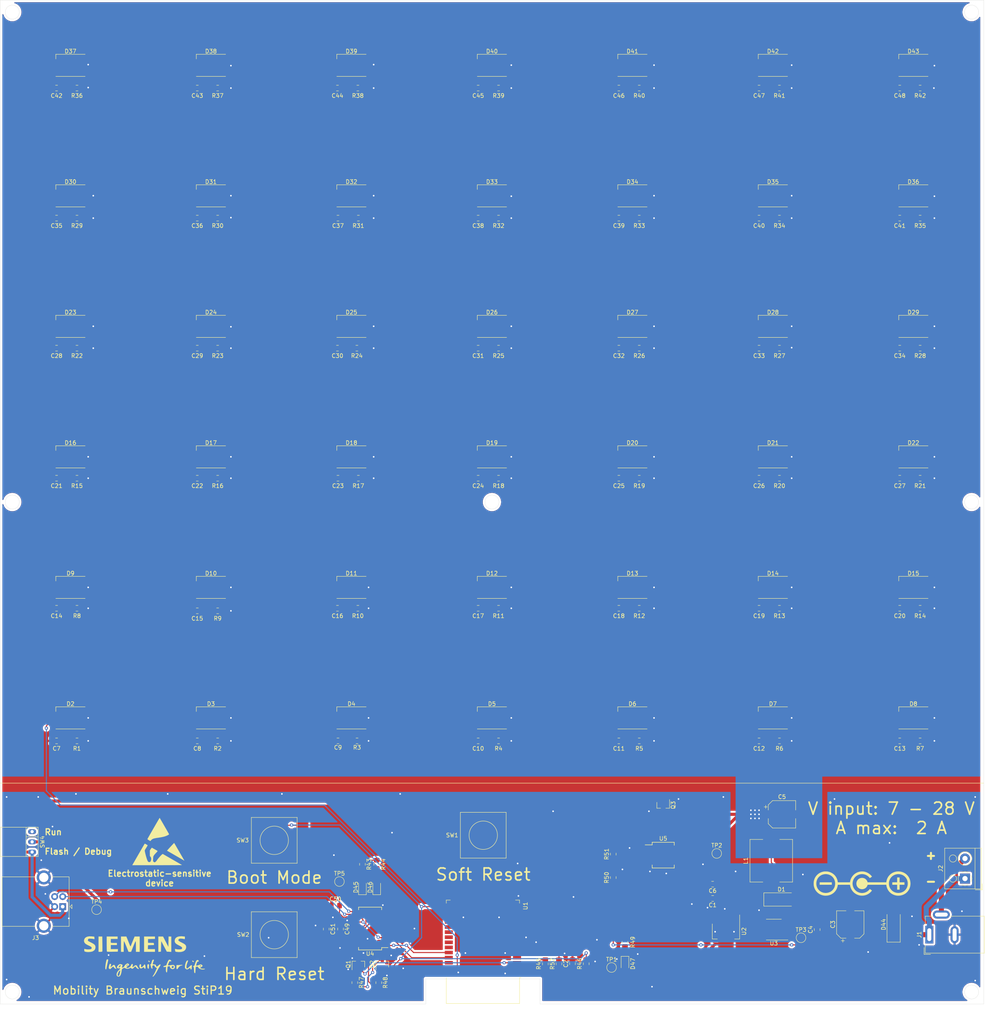
<source format=kicad_pcb>
(kicad_pcb (version 20171130) (host pcbnew "(5.1.5)-3")
  (title_block (title "Vier Gewinnt") (date 2020-11-26) (rev V1) (company "Siemens Mobility GmbH") (comment 1 "Linda Heinrich") (comment 2 "Mathis Lehmann"))
  (layers (0 F.Cu signal) (31 B.Cu signal) (34 B.Paste user) (35 F.Paste user) (36 B.SilkS user) (37 F.SilkS user) (38 B.Mask user) (39 F.Mask user) (44 Edge.Cuts user))
  (net 0 "")
  (net 1 GND)
  (net 2 VCCQ)
  (net 3 "Net-(C7-Pad2)")
  (net 4 "Net-(C8-Pad2)")
  (net 5 "Net-(C9-Pad2)")
  (net 6 "Net-(C10-Pad2)")
  (net 7 "Net-(C11-Pad2)")
  (net 8 "Net-(C12-Pad2)")
  (net 9 "Net-(C13-Pad2)")
  (net 10 "Net-(C14-Pad2)")
  (net 11 "Net-(C15-Pad2)")
  (net 12 "Net-(C16-Pad2)")
  (net 13 "Net-(C17-Pad2)")
  (net 14 "Net-(C18-Pad2)")
  (net 15 "Net-(C19-Pad2)")
  (net 16 "Net-(C20-Pad2)")
  (net 17 "Net-(C21-Pad2)")
  (net 18 "Net-(C22-Pad2)")
  (net 19 "Net-(C23-Pad2)")
  (net 20 "Net-(C24-Pad2)")
  (net 21 "Net-(C25-Pad2)")
  (net 22 "Net-(C26-Pad2)")
  (net 23 "Net-(C27-Pad2)")
  (net 24 "Net-(C28-Pad2)")
  (net 25 "Net-(C29-Pad2)")
  (net 26 "Net-(C30-Pad2)")
  (net 27 "Net-(C31-Pad2)")
  (net 28 "Net-(C32-Pad2)")
  (net 29 "Net-(C33-Pad2)")
  (net 30 "Net-(C34-Pad2)")
  (net 31 "Net-(C35-Pad2)")
  (net 32 "Net-(C36-Pad2)")
  (net 33 "Net-(C37-Pad2)")
  (net 34 "Net-(C38-Pad2)")
  (net 35 "Net-(C39-Pad2)")
  (net 36 "Net-(C40-Pad2)")
  (net 37 "Net-(C41-Pad2)")
  (net 38 "Net-(C42-Pad2)")
  (net 39 "Net-(C43-Pad2)")
  (net 40 "Net-(C44-Pad2)")
  (net 41 "Net-(C45-Pad2)")
  (net 42 "Net-(C46-Pad2)")
  (net 43 "Net-(C47-Pad2)")
  (net 44 "Net-(C48-Pad2)")
  (net 45 "Net-(D1-Pad1)")
  (net 46 "Net-(D2-Pad1)")
  (net 47 "Net-(D2-Pad4)")
  (net 48 "Net-(D3-Pad1)")
  (net 49 "Net-(D3-Pad4)")
  (net 50 "Net-(D4-Pad1)")
  (net 51 "Net-(D4-Pad4)")
  (net 52 "Net-(D5-Pad1)")
  (net 53 "Net-(D5-Pad4)")
  (net 54 "Net-(D6-Pad1)")
  (net 55 "Net-(D6-Pad4)")
  (net 56 "Net-(D7-Pad1)")
  (net 57 "Net-(D7-Pad4)")
  (net 58 "Net-(D8-Pad1)")
  (net 59 "Net-(D8-Pad4)")
  (net 60 "Net-(D10-Pad2)")
  (net 61 "Net-(D9-Pad4)")
  (net 62 "Net-(D10-Pad1)")
  (net 63 "Net-(D10-Pad4)")
  (net 64 "Net-(D11-Pad1)")
  (net 65 "Net-(D11-Pad4)")
  (net 66 "Net-(D12-Pad1)")
  (net 67 "Net-(D12-Pad4)")
  (net 68 "Net-(D13-Pad1)")
  (net 69 "Net-(D13-Pad4)")
  (net 70 "Net-(D14-Pad1)")
  (net 71 "Net-(D14-Pad4)")
  (net 72 "Net-(D15-Pad1)")
  (net 73 "Net-(D15-Pad4)")
  (net 74 "Net-(D16-Pad1)")
  (net 75 "Net-(D16-Pad4)")
  (net 76 "Net-(D17-Pad1)")
  (net 77 "Net-(D17-Pad4)")
  (net 78 "Net-(D18-Pad1)")
  (net 79 "Net-(D18-Pad4)")
  (net 80 "Net-(D19-Pad1)")
  (net 81 "Net-(D19-Pad4)")
  (net 82 "Net-(D20-Pad1)")
  (net 83 "Net-(D20-Pad4)")
  (net 84 "Net-(D21-Pad1)")
  (net 85 "Net-(D21-Pad4)")
  (net 86 "Net-(D22-Pad1)")
  (net 87 "Net-(D22-Pad4)")
  (net 88 "Net-(D23-Pad1)")
  (net 89 "Net-(D23-Pad4)")
  (net 90 "Net-(D24-Pad1)")
  (net 91 "Net-(D24-Pad4)")
  (net 92 "Net-(D25-Pad1)")
  (net 93 "Net-(D25-Pad4)")
  (net 94 "Net-(D26-Pad1)")
  (net 95 "Net-(D26-Pad4)")
  (net 96 "Net-(D27-Pad1)")
  (net 97 "Net-(D27-Pad4)")
  (net 98 "Net-(D28-Pad1)")
  (net 99 "Net-(D28-Pad4)")
  (net 100 "Net-(D29-Pad1)")
  (net 101 "Net-(D29-Pad4)")
  (net 102 "Net-(D30-Pad1)")
  (net 103 "Net-(D30-Pad4)")
  (net 104 "Net-(D31-Pad1)")
  (net 105 "Net-(D31-Pad4)")
  (net 106 "Net-(D32-Pad1)")
  (net 107 "Net-(D32-Pad4)")
  (net 108 "Net-(D33-Pad1)")
  (net 109 "Net-(D33-Pad4)")
  (net 110 "Net-(D34-Pad1)")
  (net 111 "Net-(D34-Pad4)")
  (net 112 "Net-(D35-Pad1)")
  (net 113 "Net-(D35-Pad4)")
  (net 114 "Net-(D36-Pad1)")
  (net 115 "Net-(D36-Pad4)")
  (net 116 "Net-(D37-Pad1)")
  (net 117 "Net-(D37-Pad4)")
  (net 118 "Net-(D38-Pad1)")
  (net 119 "Net-(D38-Pad4)")
  (net 120 "Net-(D39-Pad1)")
  (net 121 "Net-(D39-Pad4)")
  (net 122 "Net-(D40-Pad1)")
  (net 123 "Net-(D40-Pad4)")
  (net 124 "Net-(D41-Pad1)")
  (net 125 "Net-(D41-Pad4)")
  (net 126 "Net-(D42-Pad1)")
  (net 127 "Net-(D42-Pad4)")
  (net 128 "Net-(D43-Pad1)")
  (net 129 "Net-(D43-Pad4)")
  (net 130 "Net-(D45-Pad2)")
  (net 131 "Net-(D45-Pad1)")
  (net 132 "Net-(D46-Pad2)")
  (net 133 "Net-(D46-Pad1)")
  (net 134 "Net-(J3-Pad3)")
  (net 135 "Net-(J3-Pad2)")
  (net 136 "Net-(U1-Pad36)")
  (net 137 "Net-(U1-Pad33)")
  (net 138 "Net-(U1-Pad32)")
  (net 139 "Net-(U1-Pad31)")
  (net 140 "Net-(U1-Pad30)")
  (net 141 "Net-(U1-Pad29)")
  (net 142 "Net-(U1-Pad28)")
  (net 143 "Net-(U1-Pad27)")
  (net 144 "Net-(U1-Pad26)")
  (net 145 "Net-(U1-Pad24)")
  (net 146 "Net-(U1-Pad23)")
  (net 147 "Net-(U1-Pad22)")
  (net 148 "Net-(U1-Pad21)")
  (net 149 "Net-(U1-Pad20)")
  (net 150 "Net-(U1-Pad19)")
  (net 151 "Net-(U1-Pad18)")
  (net 152 "Net-(U1-Pad17)")
  (net 153 "Net-(U1-Pad16)")
  (net 154 "Net-(U1-Pad14)")
  (net 155 "Net-(U1-Pad13)")
  (net 156 "Net-(U1-Pad12)")
  (net 157 "Net-(U1-Pad11)")
  (net 158 "Net-(U1-Pad10)")
  (net 159 "Net-(U1-Pad9)")
  (net 160 "Net-(U1-Pad8)")
  (net 161 "Net-(U1-Pad6)")
  (net 162 "Net-(U1-Pad5)")
  (net 163 "Net-(U1-Pad4)")
  (net 164 "Net-(U4-Pad28)")
  (net 165 "Net-(U4-Pad27)")
  (net 166 "Net-(U4-Pad14)")
  (net 167 "Net-(U4-Pad13)")
  (net 168 "Net-(U4-Pad12)")
  (net 169 "Net-(U4-Pad11)")
  (net 170 "Net-(U4-Pad10)")
  (net 171 "Net-(U4-Pad9)")
  (net 172 "Net-(U4-Pad6)")
  (net 173 V_USB)
  (net 174 V_FT_IO)
  (net 175 LED_DATA)
  (net 176 RTS)
  (net 177 ESP_ENA)
  (net 178 "Net-(Q1-Pad1)")
  (net 179 DTR)
  (net 180 GPIO_0)
  (net 181 "Net-(Q2-Pad1)")
  (net 182 IO_S_RST)
  (net 183 RX0)
  (net 184 TX0)
  (net 185 "Net-(J1-Pad3)")
  (net 186 "Net-(D47-Pad1)")
  (net 187 V_FT232)
  (net 188 "Net-(SW4-Pad1)")
  (net 189 VCC)
  (net 190 V_IN)
  (net 191 "Net-(Q3-Pad1)")
  (net 192 "Net-(R50-Pad2)")
  (net 193 "Net-(U5-Pad8)")
  (net 194 "Net-(U5-Pad5)")
  (net 195 "Net-(U5-Pad1)")
  (module RF_Module:ESP32-WROOM-32 (layer F.Cu) (at 140.25 254 180)
    (fp_text reference U1 (at -10.61 8.43 90) (layer F.SilkS))
    (fp_text value ESP32-WROOM-32D)
    (pad 38 smd rect (at 8.5 -8.255 180) (size 2 0.9) (layers F.Cu F.Paste F.Mask) (net 1 GND))
    (pad 37 smd rect (at 8.5 -6.985 180) (size 2 0.9) (layers F.Cu F.Paste F.Mask) (net 175 LED_DATA))
    (pad 36 smd rect (at 8.5 -5.715 180) (size 2 0.9) (layers F.Cu F.Paste F.Mask) (net 136 "Net-(U1-Pad36)"))
    (pad 35 smd rect (at 8.5 -4.445 180) (size 2 0.9) (layers F.Cu F.Paste F.Mask) (net 183 RX0))
    (pad 34 smd rect (at 8.5 -3.175 180) (size 2 0.9) (layers F.Cu F.Paste F.Mask) (net 184 TX0))
    (pad 33 smd rect (at 8.5 -1.905 180) (size 2 0.9) (layers F.Cu F.Paste F.Mask) (net 137 "Net-(U1-Pad33)"))
    (pad 32 smd rect (at 8.5 -0.635 180) (size 2 0.9) (layers F.Cu F.Paste F.Mask) (net 138 "Net-(U1-Pad32)"))
    (pad 31 smd rect (at 8.5 0.635 180) (size 2 0.9) (layers F.Cu F.Paste F.Mask) (net 139 "Net-(U1-Pad31)"))
    (pad 30 smd rect (at 8.5 1.905 180) (size 2 0.9) (layers F.Cu F.Paste F.Mask) (net 140 "Net-(U1-Pad30)"))
    (pad 29 smd rect (at 8.5 3.175 180) (size 2 0.9) (layers F.Cu F.Paste F.Mask) (net 141 "Net-(U1-Pad29)"))
    (pad 28 smd rect (at 8.5 4.445 180) (size 2 0.9) (layers F.Cu F.Paste F.Mask) (net 142 "Net-(U1-Pad28)"))
    (pad 27 smd rect (at 8.5 5.715 180) (size 2 0.9) (layers F.Cu F.Paste F.Mask) (net 143 "Net-(U1-Pad27)"))
    (pad 26 smd rect (at 8.5 6.985 180) (size 2 0.9) (layers F.Cu F.Paste F.Mask) (net 144 "Net-(U1-Pad26)"))
    (pad 25 smd rect (at 8.5 8.255 180) (size 2 0.9) (layers F.Cu F.Paste F.Mask) (net 180 GPIO_0))
    (pad 24 smd rect (at 5.715 9.255 270) (size 2 0.9) (layers F.Cu F.Paste F.Mask) (net 145 "Net-(U1-Pad24)"))
    (pad 23 smd rect (at 4.445 9.255 270) (size 2 0.9) (layers F.Cu F.Paste F.Mask) (net 146 "Net-(U1-Pad23)"))
    (pad 22 smd rect (at 3.175 9.255 270) (size 2 0.9) (layers F.Cu F.Paste F.Mask) (net 147 "Net-(U1-Pad22)"))
    (pad 21 smd rect (at 1.905 9.255 270) (size 2 0.9) (layers F.Cu F.Paste F.Mask) (net 148 "Net-(U1-Pad21)"))
    (pad 20 smd rect (at 0.635 9.255 270) (size 2 0.9) (layers F.Cu F.Paste F.Mask) (net 149 "Net-(U1-Pad20)"))
    (pad 19 smd rect (at -0.635 9.255 270) (size 2 0.9) (layers F.Cu F.Paste F.Mask) (net 150 "Net-(U1-Pad19)"))
    (pad 18 smd rect (at -1.905 9.255 270) (size 2 0.9) (layers F.Cu F.Paste F.Mask) (net 151 "Net-(U1-Pad18)"))
    (pad 17 smd rect (at -3.175 9.255 270) (size 2 0.9) (layers F.Cu F.Paste F.Mask) (net 152 "Net-(U1-Pad17)"))
    (pad 16 smd rect (at -4.445 9.255 270) (size 2 0.9) (layers F.Cu F.Paste F.Mask) (net 153 "Net-(U1-Pad16)"))
    (pad 15 smd rect (at -5.715 9.255 270) (size 2 0.9) (layers F.Cu F.Paste F.Mask) (net 1 GND))
    (pad 14 smd rect (at -8.5 8.255 180) (size 2 0.9) (layers F.Cu F.Paste F.Mask) (net 154 "Net-(U1-Pad14)"))
    (pad 13 smd rect (at -8.5 6.985 180) (size 2 0.9) (layers F.Cu F.Paste F.Mask) (net 155 "Net-(U1-Pad13)"))
    (pad 12 smd rect (at -8.5 5.715 180) (size 2 0.9) (layers F.Cu F.Paste F.Mask) (net 156 "Net-(U1-Pad12)"))
    (pad 11 smd rect (at -8.5 4.445 180) (size 2 0.9) (layers F.Cu F.Paste F.Mask) (net 157 "Net-(U1-Pad11)"))
    (pad 10 smd rect (at -8.5 3.175 180) (size 2 0.9) (layers F.Cu F.Paste F.Mask) (net 158 "Net-(U1-Pad10)"))
    (pad 9 smd rect (at -8.5 1.905 180) (size 2 0.9) (layers F.Cu F.Paste F.Mask) (net 159 "Net-(U1-Pad9)"))
    (pad 8 smd rect (at -8.5 0.635 180) (size 2 0.9) (layers F.Cu F.Paste F.Mask) (net 160 "Net-(U1-Pad8)"))
    (pad 7 smd rect (at -8.5 -0.635 180) (size 2 0.9) (layers F.Cu F.Paste F.Mask) (net 182 IO_S_RST))
    (pad 6 smd rect (at -8.5 -1.905 180) (size 2 0.9) (layers F.Cu F.Paste F.Mask) (net 161 "Net-(U1-Pad6)"))
    (pad 5 smd rect (at -8.5 -3.175 180) (size 2 0.9) (layers F.Cu F.Paste F.Mask) (net 162 "Net-(U1-Pad5)"))
    (pad 4 smd rect (at -8.5 -4.445 180) (size 2 0.9) (layers F.Cu F.Paste F.Mask) (net 163 "Net-(U1-Pad4)"))
    (pad 3 smd rect (at -8.5 -5.715 180) (size 2 0.9) (layers F.Cu F.Paste F.Mask) (net 177 ESP_ENA))
    (pad 2 smd rect (at -8.5 -6.985 180) (size 2 0.9) (layers F.Cu F.Paste F.Mask) (net 2 VCCQ))
    (pad 1 smd rect (at -8.5 -8.255 180) (size 2 0.9) (layers F.Cu F.Paste F.Mask) (net 1 GND))
    (pad 39 smd rect (at -1 -0.755 180) (size 5 5) (layers F.Cu F.Paste F.Mask) (net 1 GND))
  )
  (module Resistor_SMD:R_0805_2012Metric_Pad1.15x1.40mm_HandSolder (layer F.Cu) (at 155.8 260 90)
    (fp_text reference R45 (at 0 -1.65 90) (layer F.SilkS))
    (fp_text value 10k)
    (pad 2 smd roundrect (at 1.025 0 90) (size 1.15 1.4) (layers F.Cu F.Paste F.Mask) (roundrect_rratio 0.217391) (net 177 ESP_ENA))
    (pad 1 smd roundrect (at -1.025 0 90) (size 1.15 1.4) (layers F.Cu F.Paste F.Mask) (roundrect_rratio 0.217391) (net 2 VCCQ))
  )
  (module Resistor_SMD:R_0805_2012Metric_Pad1.15x1.40mm_HandSolder (layer F.Cu) (at 159.2 260 90)
    (fp_text reference R52 (at 0 -1.65 90) (layer F.SilkS))
    (fp_text value 10k)
    (pad 2 smd roundrect (at 1.025 0 90) (size 1.15 1.4) (layers F.Cu F.Paste F.Mask) (roundrect_rratio 0.217391) (net 182 IO_S_RST))
    (pad 1 smd roundrect (at -1.025 0 90) (size 1.15 1.4) (layers F.Cu F.Paste F.Mask) (roundrect_rratio 0.217391) (net 2 VCCQ))
  )
  (module Symbol:ESD-Logo_13.2x12mm_SilkScreen (layer F.Cu) (at 59.4 229.5)
    (fp_text reference REF** hide)
    (fp_text value ESD-Logo_13.2x12mm_SilkScreen hide)
  )
  (module Symbol:Polarity_Center_Positive_6mm_SilkScreen (layer F.Cu) (at 234.7 240)
    (fp_text reference REF** hide)
    (fp_text value Polarity_Center_Positive_6mm_SilkScreen hide)
  )
  (module Package_SO:SO-8_5.3x6.2mm_P1.27mm (layer F.Cu) (at 185.166 232.918)
    (fp_text reference U5 (at 0 -4.13) (layer F.SilkS))
    (fp_text value OP07)
    (pad 8 smd rect (at 3.7 -1.905) (size 1.75 0.55) (layers F.Cu F.Paste F.Mask) (net 193 "Net-(U5-Pad8)"))
    (pad 7 smd rect (at 3.7 -0.635) (size 1.75 0.55) (layers F.Cu F.Paste F.Mask) (net 189 VCC))
    (pad 6 smd rect (at 3.7 0.635) (size 1.75 0.55) (layers F.Cu F.Paste F.Mask) (net 191 "Net-(Q3-Pad1)"))
    (pad 5 smd rect (at 3.7 1.905) (size 1.75 0.55) (layers F.Cu F.Paste F.Mask) (net 194 "Net-(U5-Pad5)"))
    (pad 4 smd rect (at -3.7 1.905) (size 1.75 0.55) (layers F.Cu F.Paste F.Mask) (net 1 GND))
    (pad 3 smd rect (at -3.7 0.635) (size 1.75 0.55) (layers F.Cu F.Paste F.Mask) (net 192 "Net-(R50-Pad2)"))
    (pad 2 smd rect (at -3.7 -0.635) (size 1.75 0.55) (layers F.Cu F.Paste F.Mask) (net 2 VCCQ))
    (pad 1 smd rect (at -3.7 -1.905) (size 1.75 0.55) (layers F.Cu F.Paste F.Mask) (net 195 "Net-(U5-Pad1)"))
  )
  (module Resistor_SMD:R_0805_2012Metric_Pad1.15x1.40mm_HandSolder (layer F.Cu) (at 172.72 232.664 90)
    (fp_text reference R51 (at 0 -1.65 90) (layer F.SilkS))
    (fp_text value 10k)
    (pad 2 smd roundrect (at 1.025 0 90) (size 1.15 1.4) (layers F.Cu F.Paste F.Mask) (roundrect_rratio 0.217391) (net 1 GND))
    (pad 1 smd roundrect (at -1.025 0 90) (size 1.15 1.4) (layers F.Cu F.Paste F.Mask) (roundrect_rratio 0.217391) (net 192 "Net-(R50-Pad2)"))
  )
  (module Resistor_SMD:R_0805_2012Metric_Pad1.15x1.40mm_HandSolder (layer F.Cu) (at 172.72 238.515 90)
    (fp_text reference R50 (at 0 -1.65 90) (layer F.SilkS))
    (fp_text value 10k)
    (pad 2 smd roundrect (at 1.025 0 90) (size 1.15 1.4) (layers F.Cu F.Paste F.Mask) (roundrect_rratio 0.217391) (net 192 "Net-(R50-Pad2)"))
    (pad 1 smd roundrect (at -1.025 0 90) (size 1.15 1.4) (layers F.Cu F.Paste F.Mask) (roundrect_rratio 0.217391) (net 190 V_IN))
  )
  (module Package_TO_SOT_SMD:SOT-23 (layer F.Cu) (at 185.166 220.472 270)
    (fp_text reference Q3 (at 0 -2.5 90) (layer F.SilkS))
    (fp_text value DMP3098L7)
    (pad 3 smd rect (at 1 0 270) (size 0.9 0.8) (layers F.Cu F.Paste F.Mask) (net 189 VCC))
    (pad 2 smd rect (at -1 0.95 270) (size 0.9 0.8) (layers F.Cu F.Paste F.Mask) (net 173 V_USB))
    (pad 1 smd rect (at -1 -0.95 270) (size 0.9 0.8) (layers F.Cu F.Paste F.Mask) (net 191 "Net-(Q3-Pad1)"))
  )
  (module Custom_Footprints:Switch (layer F.Cu) (at 27.94 229.616 270)
    (fp_text reference SW4 (at 0 -2.57 90) (layer F.SilkS))
    (fp_text value SW_DPDT_x2)
    (pad 3 thru_hole oval (at 2.54 0 270) (size 1.2 2) (drill 0.8) (layers *.Cu *.Mask) (net 173 V_USB))
    (pad 2 thru_hole oval (at 0 0 270) (size 1.2 2) (drill 0.8) (layers *.Cu *.Mask) (net 187 V_FT232))
    (pad 1 thru_hole oval (at -2.54 0 270) (size 1.2 2) (drill 0.8) (layers *.Cu *.Mask) (net 188 "Net-(SW4-Pad1)"))
  )
  (module Resistor_SMD:R_0805_2012Metric_Pad1.15x1.40mm_HandSolder (layer F.Cu) (at 175.641 254.626 90)
    (fp_text reference R49 (at 0.026 1.959 90) (layer F.SilkS))
    (fp_text value 300)
    (pad 2 smd roundrect (at 1.025 0 90) (size 1.15 1.4) (layers F.Cu F.Paste F.Mask) (roundrect_rratio 0.217391) (net 1 GND))
    (pad 1 smd roundrect (at -1.025 0 90) (size 1.15 1.4) (layers F.Cu F.Paste F.Mask) (roundrect_rratio 0.217391) (net 186 "Net-(D47-Pad1)"))
  )
  (module Diode_SMD:D_0805_2012Metric_Pad1.15x1.40mm_HandSolder (layer F.Cu) (at 175.641 259.978 270)
    (fp_text reference D47 (at 0 -1.959 90) (layer F.SilkS))
    (fp_text value LED)
    (pad 2 smd roundrect (at 1.025 0 270) (size 1.15 1.4) (layers F.Cu F.Paste F.Mask) (roundrect_rratio 0.217391) (net 2 VCCQ))
    (pad 1 smd roundrect (at -1.025 0 270) (size 1.15 1.4) (layers F.Cu F.Paste F.Mask) (roundrect_rratio 0.217391) (net 186 "Net-(D47-Pad1)"))
  )
  (module Custom_Footprints:Sees_Logo (layer F.Cu) (at 55.5 257)
    (fp_text reference G*** hide)
    (fp_text value Sees_LOGO hide)
  )
  (module TestPoint:TestPoint_Pad_D2.0mm (layer F.Cu) (at 104.5 239.5)
    (fp_text reference TP5 (at 0 -1.998) (layer F.SilkS))
    (fp_text value "TestPoint Vftio")
    (pad 1 smd circle (at 0 0) (size 2 2) (layers F.Cu F.Mask) (net 174 V_FT_IO))
  )
  (module TestPoint:TestPoint_Pad_D2.0mm (layer F.Cu) (at 44 246.5)
    (fp_text reference TP4 (at 0 -1.998) (layer F.SilkS))
    (fp_text value "TestPoint Vusb")
    (pad 1 smd circle (at 0 0) (size 2 2) (layers F.Cu F.Mask) (net 187 V_FT232))
  )
  (module TestPoint:TestPoint_Pad_D2.0mm (layer F.Cu) (at 219.5 253.5)
    (fp_text reference TP3 (at 0 -1.998) (layer F.SilkS))
    (fp_text value "TestPoint Vin")
    (pad 1 smd circle (at 0 0) (size 2 2) (layers F.Cu F.Mask) (net 190 V_IN))
  )
  (module TestPoint:TestPoint_Pad_D2.0mm (layer F.Cu) (at 198.5 232.5)
    (fp_text reference TP2 (at 0 -1.998) (layer F.SilkS))
    (fp_text value "TestPoint 5V")
    (pad 1 smd circle (at 0 0) (size 2 2) (layers F.Cu F.Mask) (net 189 VCC))
  )
  (module TestPoint:TestPoint_Pad_D2.0mm (layer F.Cu) (at 172.3 260.9)
    (fp_text reference TP1 (at 0 -1.998) (layer F.SilkS))
    (fp_text value "TestPoint 3V3")
    (pad 1 smd circle (at 0 0) (size 2 2) (layers F.Cu F.Mask) (net 2 VCCQ))
  )
  (module Custom_Footprints:BarrelJack_BKL_072759 (layer F.Cu) (at 251.46 252.73 90)
    (fp_text reference J1 (at 0 -2.5 90) (layer F.SilkS))
    (fp_text value Barrel_Jack_Switch)
    (pad 1 thru_hole rect (at 0 0 90) (size 4.4 2) (drill oval 3.2 1) (layers *.Cu *.Mask) (net 190 V_IN))
    (pad 2 thru_hole oval (at 0 6.3 90) (size 4.2 2) (drill oval 3.2 1) (layers *.Cu *.Mask) (net 1 GND))
    (pad 3 thru_hole oval (at 5 3 180) (size 4.2 2) (drill oval 3.2 1) (layers *.Cu *.Mask) (net 185 "Net-(J1-Pad3)"))
  )
  (module Inductor_SMD:L_10.4x10.4_H4.8 (layer F.Cu) (at 212.09 234.315 90)
    (fp_text reference L1 (at 0 -6.35 90) (layer F.SilkS))
    (fp_text value 33u)
    (pad 2 smd rect (at 4.15 0 90) (size 2.7 3.6) (layers F.Cu F.Paste F.Mask) (net 189 VCC))
    (pad 1 smd rect (at -4.15 0 90) (size 2.7 3.6) (layers F.Cu F.Paste F.Mask) (net 45 "Net-(D1-Pad1)"))
  )
  (module Package_TO_SOT_SMD:SOT-223-3_TabPin2 (layer F.Cu) (at 200.8 251.9 270)
    (fp_text reference U2 (at 0 -4.5 90) (layer F.SilkS))
    (fp_text value ZLDO1117_SOT223)
    (pad 1 smd rect (at -3.15 -2.3 270) (size 2 1.5) (layers F.Cu F.Paste F.Mask) (net 1 GND))
    (pad 3 smd rect (at -3.15 2.3 270) (size 2 1.5) (layers F.Cu F.Paste F.Mask) (net 189 VCC))
    (pad 2 smd rect (at -3.15 0 270) (size 2 1.5) (layers F.Cu F.Paste F.Mask) (net 2 VCCQ))
    (pad 2 smd rect (at 3.15 0 270) (size 2 3.8) (layers F.Cu F.Paste F.Mask) (net 2 VCCQ))
  )
  (module Resistor_SMD:R_0805_2012Metric_Pad1.15x1.40mm_HandSolder (layer F.Cu) (at 74.168 204.47 180)
    (fp_text reference R2 (at 0 -1.905) (layer F.SilkS))
    (fp_text value 91)
    (pad 2 smd roundrect (at 1.025 0 180) (size 1.15 1.4) (layers F.Cu F.Paste F.Mask) (roundrect_rratio 0.217391) (net 4 "Net-(C8-Pad2)"))
    (pad 1 smd roundrect (at -1.025 0 180) (size 1.15 1.4) (layers F.Cu F.Paste F.Mask) (roundrect_rratio 0.217391) (net 189 VCC))
  )
  (module Resistor_SMD:R_0805_2012Metric_Pad1.15x1.40mm_HandSolder (layer F.Cu) (at 69.088 204.47)
    (fp_text reference C8 (at 0 1.905) (layer F.SilkS))
    (fp_text value 100n)
    (pad 2 smd roundrect (at 1.025 0) (size 1.15 1.4) (layers F.Cu F.Paste F.Mask) (roundrect_rratio 0.217391) (net 4 "Net-(C8-Pad2)"))
    (pad 1 smd roundrect (at -1.025 0) (size 1.15 1.4) (layers F.Cu F.Paste F.Mask) (roundrect_rratio 0.217391) (net 1 GND))
  )
  (module Resistor_SMD:R_0805_2012Metric_Pad1.15x1.40mm_HandSolder (layer F.Cu) (at 39.116 74.295 180)
    (fp_text reference R29 (at 0 -1.905) (layer F.SilkS))
    (fp_text value 91)
    (pad 2 smd roundrect (at 1.025 0 180) (size 1.15 1.4) (layers F.Cu F.Paste F.Mask) (roundrect_rratio 0.217391) (net 31 "Net-(C35-Pad2)"))
    (pad 1 smd roundrect (at -1.025 0 180) (size 1.15 1.4) (layers F.Cu F.Paste F.Mask) (roundrect_rratio 0.217391) (net 189 VCC))
  )
  (module Resistor_SMD:R_0805_2012Metric_Pad1.15x1.40mm_HandSolder (layer F.Cu) (at 34.036 74.295)
    (fp_text reference C35 (at 0 1.905) (layer F.SilkS))
    (fp_text value 100n)
    (pad 2 smd roundrect (at 1.025 0) (size 1.15 1.4) (layers F.Cu F.Paste F.Mask) (roundrect_rratio 0.217391) (net 31 "Net-(C35-Pad2)"))
    (pad 1 smd roundrect (at -1.025 0) (size 1.15 1.4) (layers F.Cu F.Paste F.Mask) (roundrect_rratio 0.217391) (net 1 GND))
  )
  (module LED_SMD:LED_WS2812_PLCC6_5.0x5.0mm_P1.6mm (layer F.Cu) (at 107.5 133.75)
    (fp_text reference D18 (at 0 -3.5) (layer F.SilkS))
    (fp_text value WS2812S)
    (pad 1 smd rect (at -2.45 -1.6) (size 1.5 1) (layers F.Cu F.Paste F.Mask) (net 78 "Net-(D18-Pad1)"))
    (pad 2 smd rect (at -2.45 0) (size 1.5 1) (layers F.Cu F.Paste F.Mask) (net 76 "Net-(D17-Pad1)"))
    (pad 3 smd rect (at -2.45 1.6) (size 1.5 1) (layers F.Cu F.Paste F.Mask) (net 19 "Net-(C23-Pad2)"))
    (pad 6 smd rect (at 2.45 -1.6) (size 1.5 1) (layers F.Cu F.Paste F.Mask) (net 1 GND))
    (pad 5 smd rect (at 2.45 0) (size 1.5 1) (layers F.Cu F.Paste F.Mask) (net 189 VCC))
    (pad 4 smd rect (at 2.45 1.6) (size 1.5 1) (layers F.Cu F.Paste F.Mask) (net 79 "Net-(D18-Pad4)"))
  )
  (module Resistor_SMD:R_0805_2012Metric_Pad1.15x1.40mm_HandSolder (layer F.Cu) (at 249.174 171.45 180)
    (fp_text reference R14 (at 0 -1.905) (layer F.SilkS))
    (fp_text value 91)
    (pad 2 smd roundrect (at 1.025 0 180) (size 1.15 1.4) (layers F.Cu F.Paste F.Mask) (roundrect_rratio 0.217391) (net 16 "Net-(C20-Pad2)"))
    (pad 1 smd roundrect (at -1.025 0 180) (size 1.15 1.4) (layers F.Cu F.Paste F.Mask) (roundrect_rratio 0.217391) (net 189 VCC))
  )
  (module Resistor_SMD:R_0805_2012Metric_Pad1.15x1.40mm_HandSolder (layer F.Cu) (at 244.094 171.45)
    (fp_text reference C20 (at 0 1.905) (layer F.SilkS))
    (fp_text value 100n)
    (pad 2 smd roundrect (at 1.025 0) (size 1.15 1.4) (layers F.Cu F.Paste F.Mask) (roundrect_rratio 0.217391) (net 16 "Net-(C20-Pad2)"))
    (pad 1 smd roundrect (at -1.025 0) (size 1.15 1.4) (layers F.Cu F.Paste F.Mask) (roundrect_rratio 0.217391) (net 1 GND))
  )
  (module Resistor_SMD:R_0805_2012Metric_Pad1.15x1.40mm_HandSolder (layer F.Cu) (at 108.89 204.47 180)
    (fp_text reference R3 (at 0 -1.65) (layer F.SilkS))
    (fp_text value 91)
    (pad 2 smd roundrect (at 1.025 0 180) (size 1.15 1.4) (layers F.Cu F.Paste F.Mask) (roundrect_rratio 0.217391) (net 5 "Net-(C9-Pad2)"))
    (pad 1 smd roundrect (at -1.025 0 180) (size 1.15 1.4) (layers F.Cu F.Paste F.Mask) (roundrect_rratio 0.217391) (net 189 VCC))
  )
  (module Resistor_SMD:R_0805_2012Metric_Pad1.15x1.40mm_HandSolder (layer F.Cu) (at 104.14 204.47)
    (fp_text reference C9 (at 0 1.651) (layer F.SilkS))
    (fp_text value 100n)
    (pad 2 smd roundrect (at 1.025 0) (size 1.15 1.4) (layers F.Cu F.Paste F.Mask) (roundrect_rratio 0.217391) (net 5 "Net-(C9-Pad2)"))
    (pad 1 smd roundrect (at -1.025 0) (size 1.15 1.4) (layers F.Cu F.Paste F.Mask) (roundrect_rratio 0.217391) (net 1 GND))
  )
  (module Resistor_SMD:R_0805_2012Metric_Pad1.15x1.40mm_HandSolder (layer F.Cu) (at 39.116 204.47 180)
    (fp_text reference R1 (at 0 -1.905) (layer F.SilkS))
    (fp_text value 91)
    (pad 2 smd roundrect (at 1.025 0 180) (size 1.15 1.4) (layers F.Cu F.Paste F.Mask) (roundrect_rratio 0.217391) (net 3 "Net-(C7-Pad2)"))
    (pad 1 smd roundrect (at -1.025 0 180) (size 1.15 1.4) (layers F.Cu F.Paste F.Mask) (roundrect_rratio 0.217391) (net 189 VCC))
  )
  (module Resistor_SMD:R_0805_2012Metric_Pad1.15x1.40mm_HandSolder (layer F.Cu) (at 34.036 204.47)
    (fp_text reference C7 (at 0 1.905) (layer F.SilkS))
    (fp_text value 100n)
    (pad 2 smd roundrect (at 1.025 0) (size 1.15 1.4) (layers F.Cu F.Paste F.Mask) (roundrect_rratio 0.217391) (net 3 "Net-(C7-Pad2)"))
    (pad 1 smd roundrect (at -1.025 0) (size 1.15 1.4) (layers F.Cu F.Paste F.Mask) (roundrect_rratio 0.217391) (net 1 GND))
  )
  (module Package_SO:SSOP-28_5.3x10.2mm_P0.65mm (layer F.Cu) (at 112.141 251.206 180)
    (fp_text reference U4 (at 0 -6.25) (layer F.SilkS))
    (fp_text value FT232RL)
    (pad 28 smd rect (at 3.6 -4.225 180) (size 1.75 0.45) (layers F.Cu F.Paste F.Mask) (net 164 "Net-(U4-Pad28)"))
    (pad 27 smd rect (at 3.6 -3.575 180) (size 1.75 0.45) (layers F.Cu F.Paste F.Mask) (net 165 "Net-(U4-Pad27)"))
    (pad 26 smd rect (at 3.6 -2.925 180) (size 1.75 0.45) (layers F.Cu F.Paste F.Mask) (net 1 GND))
    (pad 25 smd rect (at 3.6 -2.275 180) (size 1.75 0.45) (layers F.Cu F.Paste F.Mask) (net 1 GND))
    (pad 24 smd rect (at 3.6 -1.625 180) (size 1.75 0.45) (layers F.Cu F.Paste F.Mask))
    (pad 23 smd rect (at 3.6 -0.975 180) (size 1.75 0.45) (layers F.Cu F.Paste F.Mask) (net 133 "Net-(D46-Pad1)"))
    (pad 22 smd rect (at 3.6 -0.325 180) (size 1.75 0.45) (layers F.Cu F.Paste F.Mask) (net 131 "Net-(D45-Pad1)"))
    (pad 21 smd rect (at 3.6 0.325 180) (size 1.75 0.45) (layers F.Cu F.Paste F.Mask) (net 1 GND))
    (pad 20 smd rect (at 3.6 0.975 180) (size 1.75 0.45) (layers F.Cu F.Paste F.Mask) (net 187 V_FT232))
    (pad 19 smd rect (at 3.6 1.625 180) (size 1.75 0.45) (layers F.Cu F.Paste F.Mask) (net 174 V_FT_IO))
    (pad 18 smd rect (at 3.6 2.275 180) (size 1.75 0.45) (layers F.Cu F.Paste F.Mask) (net 1 GND))
    (pad 17 smd rect (at 3.6 2.925 180) (size 1.75 0.45) (layers F.Cu F.Paste F.Mask) (net 174 V_FT_IO))
    (pad 16 smd rect (at 3.6 3.575 180) (size 1.75 0.45) (layers F.Cu F.Paste F.Mask) (net 135 "Net-(J3-Pad2)"))
    (pad 15 smd rect (at 3.6 4.225 180) (size 1.75 0.45) (layers F.Cu F.Paste F.Mask) (net 134 "Net-(J3-Pad3)"))
    (pad 14 smd rect (at -3.6 4.225 180) (size 1.75 0.45) (layers F.Cu F.Paste F.Mask) (net 166 "Net-(U4-Pad14)"))
    (pad 13 smd rect (at -3.6 3.575 180) (size 1.75 0.45) (layers F.Cu F.Paste F.Mask) (net 167 "Net-(U4-Pad13)"))
    (pad 12 smd rect (at -3.6 2.925 180) (size 1.75 0.45) (layers F.Cu F.Paste F.Mask) (net 168 "Net-(U4-Pad12)"))
    (pad 11 smd rect (at -3.6 2.275 180) (size 1.75 0.45) (layers F.Cu F.Paste F.Mask) (net 169 "Net-(U4-Pad11)"))
    (pad 10 smd rect (at -3.6 1.625 180) (size 1.75 0.45) (layers F.Cu F.Paste F.Mask) (net 170 "Net-(U4-Pad10)"))
    (pad 9 smd rect (at -3.6 0.975 180) (size 1.75 0.45) (layers F.Cu F.Paste F.Mask) (net 171 "Net-(U4-Pad9)"))
    (pad 8 smd rect (at -3.6 0.325 180) (size 1.75 0.45) (layers F.Cu F.Paste F.Mask))
    (pad 7 smd rect (at -3.6 -0.325 180) (size 1.75 0.45) (layers F.Cu F.Paste F.Mask) (net 1 GND))
    (pad 6 smd rect (at -3.6 -0.975 180) (size 1.75 0.45) (layers F.Cu F.Paste F.Mask) (net 172 "Net-(U4-Pad6)"))
    (pad 5 smd rect (at -3.6 -1.625 180) (size 1.75 0.45) (layers F.Cu F.Paste F.Mask) (net 183 RX0))
    (pad 4 smd rect (at -3.6 -2.275 180) (size 1.75 0.45) (layers F.Cu F.Paste F.Mask) (net 174 V_FT_IO))
    (pad 3 smd rect (at -3.6 -2.925 180) (size 1.75 0.45) (layers F.Cu F.Paste F.Mask) (net 176 RTS))
    (pad 2 smd rect (at -3.6 -3.575 180) (size 1.75 0.45) (layers F.Cu F.Paste F.Mask) (net 179 DTR))
    (pad 1 smd rect (at -3.6 -4.225 180) (size 1.75 0.45) (layers F.Cu F.Paste F.Mask) (net 184 TX0))
  )
  (module Resistor_SMD:R_0805_2012Metric_Pad1.15x1.40mm_HandSolder (layer F.Cu) (at 114.3 264.677 270)
    (fp_text reference R48 (at 0 -1.65 90) (layer F.SilkS))
    (fp_text value 10k)
    (pad 2 smd roundrect (at 1.025 0 270) (size 1.15 1.4) (layers F.Cu F.Paste F.Mask) (roundrect_rratio 0.217391) (net 176 RTS))
    (pad 1 smd roundrect (at -1.025 0 270) (size 1.15 1.4) (layers F.Cu F.Paste F.Mask) (roundrect_rratio 0.217391) (net 181 "Net-(Q2-Pad1)"))
  )
  (module Resistor_SMD:R_0805_2012Metric_Pad1.15x1.40mm_HandSolder (layer F.Cu) (at 108.331 264.668 270)
    (fp_text reference R47 (at 0 -1.65 90) (layer F.SilkS))
    (fp_text value 10k)
    (pad 2 smd roundrect (at 1.025 0 270) (size 1.15 1.4) (layers F.Cu F.Paste F.Mask) (roundrect_rratio 0.217391) (net 179 DTR))
    (pad 1 smd roundrect (at -1.025 0 270) (size 1.15 1.4) (layers F.Cu F.Paste F.Mask) (roundrect_rratio 0.217391) (net 178 "Net-(Q1-Pad1)"))
  )
  (module Package_TO_SOT_SMD:SOT-23 (layer F.Cu) (at 115.189 260.096 90)
    (fp_text reference Q2 (at 0 -2.5 90) (layer F.SilkS))
    (fp_text value BCX19)
    (pad 3 smd rect (at 1 0 90) (size 0.9 0.8) (layers F.Cu F.Paste F.Mask) (net 179 DTR))
    (pad 2 smd rect (at -1 0.95 90) (size 0.9 0.8) (layers F.Cu F.Paste F.Mask) (net 180 GPIO_0))
    (pad 1 smd rect (at -1 -0.95 90) (size 0.9 0.8) (layers F.Cu F.Paste F.Mask) (net 181 "Net-(Q2-Pad1)"))
  )
  (module Package_TO_SOT_SMD:SOT-23 (layer F.Cu) (at 109.22 260.096 90)
    (fp_text reference Q1 (at 0 -2.5 90) (layer F.SilkS))
    (fp_text value BCX19)
    (pad 3 smd rect (at 1 0 90) (size 0.9 0.8) (layers F.Cu F.Paste F.Mask) (net 176 RTS))
    (pad 2 smd rect (at -1 0.95 90) (size 0.9 0.8) (layers F.Cu F.Paste F.Mask) (net 177 ESP_ENA))
    (pad 1 smd rect (at -1 -0.95 90) (size 0.9 0.8) (layers F.Cu F.Paste F.Mask) (net 178 "Net-(Q1-Pad1)"))
  )
  (module Capacitor_SMD:C_0805_2012Metric_Pad1.15x1.40mm_HandSolder (layer F.Cu) (at 101.219 251.333 270)
    (fp_text reference C51 (at 0 -1.65 90) (layer F.SilkS))
    (fp_text value 4.7u)
    (pad 2 smd roundrect (at 1.025 0 270) (size 1.15 1.4) (layers F.Cu F.Paste F.Mask) (roundrect_rratio 0.217391) (net 1 GND))
    (pad 1 smd roundrect (at -1.025 0 270) (size 1.15 1.4) (layers F.Cu F.Paste F.Mask) (roundrect_rratio 0.217391) (net 187 V_FT232))
  )
  (module Capacitor_SMD:C_0805_2012Metric_Pad1.15x1.40mm_HandSolder (layer F.Cu) (at 103.5 245.5 180)
    (fp_text reference C50 (at 0 1.651) (layer F.SilkS))
    (fp_text value 100n)
    (pad 2 smd roundrect (at 1.025 0 180) (size 1.15 1.4) (layers F.Cu F.Paste F.Mask) (roundrect_rratio 0.217391) (net 1 GND))
    (pad 1 smd roundrect (at -1.025 0 180) (size 1.15 1.4) (layers F.Cu F.Paste F.Mask) (roundrect_rratio 0.217391) (net 174 V_FT_IO))
  )
  (module Capacitor_SMD:C_0805_2012Metric_Pad1.15x1.40mm_HandSolder (layer F.Cu) (at 104.775 251.324 270)
    (fp_text reference C49 (at 0 -1.65 90) (layer F.SilkS))
    (fp_text value 100n)
    (pad 2 smd roundrect (at 1.025 0 270) (size 1.15 1.4) (layers F.Cu F.Paste F.Mask) (roundrect_rratio 0.217391) (net 1 GND))
    (pad 1 smd roundrect (at -1.025 0 270) (size 1.15 1.4) (layers F.Cu F.Paste F.Mask) (roundrect_rratio 0.217391) (net 187 V_FT232))
  )
  (module Capacitor_SMD:C_0805_2012Metric_Pad1.15x1.40mm_HandSolder (layer F.Cu) (at 223.52 251.46 90)
    (fp_text reference C4 (at 0 -1.65 90) (layer F.SilkS))
    (fp_text value 0,1u)
    (pad 2 smd roundrect (at 1.025 0 90) (size 1.15 1.4) (layers F.Cu F.Paste F.Mask) (roundrect_rratio 0.217391) (net 1 GND))
    (pad 1 smd roundrect (at -1.025 0 90) (size 1.15 1.4) (layers F.Cu F.Paste F.Mask) (roundrect_rratio 0.217391) (net 190 V_IN))
  )
  (module Capacitor_SMD:CP_Elec_6.3x7.7 (layer F.Cu) (at 231.775 250.19 90)
    (fp_text reference C3 (at 0 -4.35 90) (layer F.SilkS))
    (fp_text value 470u)
    (pad 2 smd roundrect (at 2.7 0 90) (size 3.5 1.6) (layers F.Cu F.Paste F.Mask) (roundrect_rratio 0.15625) (net 1 GND))
    (pad 1 smd roundrect (at -2.7 0 90) (size 3.5 1.6) (layers F.Cu F.Paste F.Mask) (roundrect_rratio 0.15625) (net 190 V_IN))
  )
  (module Package_SO:SOP-8_3.76x4.96mm_P1.27mm (layer F.Cu) (at 212.725 251.46 180)
    (fp_text reference U3 (at 0 -3.43) (layer F.SilkS))
    (fp_text value TS2596S)
    (pad 8 smd roundrect (at 2.5375 -1.905 180) (size 1.975 0.65) (layers F.Cu F.Paste F.Mask) (net 1 GND))
    (pad 7 smd roundrect (at 2.5375 -0.635 180) (size 1.975 0.65) (layers F.Cu F.Paste F.Mask) (net 1 GND))
    (pad 6 smd roundrect (at 2.5375 0.635 180) (size 1.975 0.65) (layers F.Cu F.Paste F.Mask) (net 1 GND))
    (pad 5 smd roundrect (at 2.5375 1.905 180) (size 1.975 0.65) (layers F.Cu F.Paste F.Mask) (net 1 GND))
    (pad 4 smd roundrect (at -2.5375 1.905 180) (size 1.975 0.65) (layers F.Cu F.Paste F.Mask) (net 1 GND))
    (pad 3 smd roundrect (at -2.5375 0.635 180) (size 1.975 0.65) (layers F.Cu F.Paste F.Mask) (net 189 VCC))
    (pad 2 smd roundrect (at -2.5375 -0.635 180) (size 1.975 0.65) (layers F.Cu F.Paste F.Mask) (net 45 "Net-(D1-Pad1)"))
    (pad 1 smd roundrect (at -2.5375 -1.905 180) (size 1.975 0.65) (layers F.Cu F.Paste F.Mask) (net 190 V_IN))
  )
  (module Custom_Footprints:SW_1612.11 (layer F.Cu) (at 88.265 229.235 180)
    (fp_text reference SW3 (at 7.874 0 180) (layer F.SilkS))
    (fp_text value SW_Flash)
    (pad 2 smd rect (at 7 3.75 180) (size 3 2) (layers F.Cu F.Paste F.Mask) (net 180 GPIO_0))
    (pad 1 smd rect (at 7 -3.75 180) (size 3 2) (layers F.Cu F.Paste F.Mask) (net 1 GND))
    (pad 2 smd rect (at -7 3.75 180) (size 3 2) (layers F.Cu F.Paste F.Mask) (net 180 GPIO_0))
    (pad 1 smd rect (at -7 -3.75 180) (size 3 2) (layers F.Cu F.Paste F.Mask) (net 1 GND))
  )
  (module Custom_Footprints:SW_1612.11 (layer F.Cu) (at 88.265 252.73 180)
    (fp_text reference SW2 (at 7.747 0 180) (layer F.SilkS))
    (fp_text value SW_Hard_Reset)
    (pad 2 smd rect (at 7 3.75 180) (size 3 2) (layers F.Cu F.Paste F.Mask) (net 177 ESP_ENA))
    (pad 1 smd rect (at 7 -3.75 180) (size 3 2) (layers F.Cu F.Paste F.Mask) (net 1 GND))
    (pad 2 smd rect (at -7 3.75 180) (size 3 2) (layers F.Cu F.Paste F.Mask) (net 177 ESP_ENA))
    (pad 1 smd rect (at -7 -3.75 180) (size 3 2) (layers F.Cu F.Paste F.Mask) (net 1 GND))
  )
  (module Custom_Footprints:SW_1612.11 (layer F.Cu) (at 140.335 227.965)
    (fp_text reference SW1 (at -7.747 0 180) (layer F.SilkS))
    (fp_text value SW_Soft_Reset)
    (pad 2 smd rect (at 7 3.75) (size 3 2) (layers F.Cu F.Paste F.Mask) (net 182 IO_S_RST))
    (pad 1 smd rect (at 7 -3.75) (size 3 2) (layers F.Cu F.Paste F.Mask) (net 1 GND))
    (pad 2 smd rect (at -7 3.75) (size 3 2) (layers F.Cu F.Paste F.Mask) (net 182 IO_S_RST))
    (pad 1 smd rect (at -7 -3.75) (size 3 2) (layers F.Cu F.Paste F.Mask) (net 1 GND))
  )
  (module Resistor_SMD:R_0805_2012Metric_Pad1.15x1.40mm_HandSolder (layer F.Cu) (at 165.989 259.969 90)
    (fp_text reference R46 (at 0 -1.65 90) (layer F.SilkS))
    (fp_text value 10k)
    (pad 2 smd roundrect (at 1.025 0 90) (size 1.15 1.4) (layers F.Cu F.Paste F.Mask) (roundrect_rratio 0.217391) (net 180 GPIO_0))
    (pad 1 smd roundrect (at -1.025 0 90) (size 1.15 1.4) (layers F.Cu F.Paste F.Mask) (roundrect_rratio 0.217391) (net 2 VCCQ))
  )
  (module Resistor_SMD:R_0805_2012Metric_Pad1.15x1.40mm_HandSolder (layer F.Cu) (at 113.792 235.204 270)
    (fp_text reference R44 (at 0 -1.65 90) (layer F.SilkS))
    (fp_text value 300)
    (pad 2 smd roundrect (at 1.025 0 270) (size 1.15 1.4) (layers F.Cu F.Paste F.Mask) (roundrect_rratio 0.217391) (net 132 "Net-(D46-Pad2)"))
    (pad 1 smd roundrect (at -1.025 0 270) (size 1.15 1.4) (layers F.Cu F.Paste F.Mask) (roundrect_rratio 0.217391) (net 174 V_FT_IO))
  )
  (module Resistor_SMD:R_0805_2012Metric_Pad1.15x1.40mm_HandSolder (layer F.Cu) (at 110.236 235.204 270)
    (fp_text reference R43 (at 0 -1.65 90) (layer F.SilkS))
    (fp_text value 300)
    (pad 2 smd roundrect (at 1.025 0 270) (size 1.15 1.4) (layers F.Cu F.Paste F.Mask) (roundrect_rratio 0.217391) (net 130 "Net-(D45-Pad2)"))
    (pad 1 smd roundrect (at -1.025 0 270) (size 1.15 1.4) (layers F.Cu F.Paste F.Mask) (roundrect_rratio 0.217391) (net 174 V_FT_IO))
  )
  (module Resistor_SMD:R_0805_2012Metric_Pad1.15x1.40mm_HandSolder (layer F.Cu) (at 249.174 41.91 180)
    (fp_text reference R42 (at 0 -1.905) (layer F.SilkS))
    (fp_text value 91)
    (pad 2 smd roundrect (at 1.025 0 180) (size 1.15 1.4) (layers F.Cu F.Paste F.Mask) (roundrect_rratio 0.217391) (net 44 "Net-(C48-Pad2)"))
    (pad 1 smd roundrect (at -1.025 0 180) (size 1.15 1.4) (layers F.Cu F.Paste F.Mask) (roundrect_rratio 0.217391) (net 189 VCC))
  )
  (module Resistor_SMD:R_0805_2012Metric_Pad1.15x1.40mm_HandSolder (layer F.Cu) (at 214.122 41.91 180)
    (fp_text reference R41 (at 0 -1.905) (layer F.SilkS))
    (fp_text value 91)
    (pad 2 smd roundrect (at 1.025 0 180) (size 1.15 1.4) (layers F.Cu F.Paste F.Mask) (roundrect_rratio 0.217391) (net 43 "Net-(C47-Pad2)"))
    (pad 1 smd roundrect (at -1.025 0 180) (size 1.15 1.4) (layers F.Cu F.Paste F.Mask) (roundrect_rratio 0.217391) (net 189 VCC))
  )
  (module Resistor_SMD:R_0805_2012Metric_Pad1.15x1.40mm_HandSolder (layer F.Cu) (at 179.197 41.91 180)
    (fp_text reference R40 (at 0 -1.905) (layer F.SilkS))
    (fp_text value 91)
    (pad 2 smd roundrect (at 1.025 0 180) (size 1.15 1.4) (layers F.Cu F.Paste F.Mask) (roundrect_rratio 0.217391) (net 42 "Net-(C46-Pad2)"))
    (pad 1 smd roundrect (at -1.025 0 180) (size 1.15 1.4) (layers F.Cu F.Paste F.Mask) (roundrect_rratio 0.217391) (net 189 VCC))
  )
  (module Resistor_SMD:R_0805_2012Metric_Pad1.15x1.40mm_HandSolder (layer F.Cu) (at 144.145 41.91 180)
    (fp_text reference R39 (at 0 -1.905) (layer F.SilkS))
    (fp_text value 91)
    (pad 2 smd roundrect (at 1.025 0 180) (size 1.15 1.4) (layers F.Cu F.Paste F.Mask) (roundrect_rratio 0.217391) (net 41 "Net-(C45-Pad2)"))
    (pad 1 smd roundrect (at -1.025 0 180) (size 1.15 1.4) (layers F.Cu F.Paste F.Mask) (roundrect_rratio 0.217391) (net 189 VCC))
  )
  (module Resistor_SMD:R_0805_2012Metric_Pad1.15x1.40mm_HandSolder (layer F.Cu) (at 109.093 41.91 180)
    (fp_text reference R38 (at 0 -1.905) (layer F.SilkS))
    (fp_text value 91)
    (pad 2 smd roundrect (at 1.025 0 180) (size 1.15 1.4) (layers F.Cu F.Paste F.Mask) (roundrect_rratio 0.217391) (net 40 "Net-(C44-Pad2)"))
    (pad 1 smd roundrect (at -1.025 0 180) (size 1.15 1.4) (layers F.Cu F.Paste F.Mask) (roundrect_rratio 0.217391) (net 189 VCC))
  )
  (module Resistor_SMD:R_0805_2012Metric_Pad1.15x1.40mm_HandSolder (layer F.Cu) (at 74.168 41.91 180)
    (fp_text reference R37 (at 0 -1.905) (layer F.SilkS))
    (fp_text value 91)
    (pad 2 smd roundrect (at 1.025 0 180) (size 1.15 1.4) (layers F.Cu F.Paste F.Mask) (roundrect_rratio 0.217391) (net 39 "Net-(C43-Pad2)"))
    (pad 1 smd roundrect (at -1.025 0 180) (size 1.15 1.4) (layers F.Cu F.Paste F.Mask) (roundrect_rratio 0.217391) (net 189 VCC))
  )
  (module Resistor_SMD:R_0805_2012Metric_Pad1.15x1.40mm_HandSolder (layer F.Cu) (at 39.116 41.91 180)
    (fp_text reference R36 (at 0 -1.905) (layer F.SilkS))
    (fp_text value 91)
    (pad 2 smd roundrect (at 1.025 0 180) (size 1.15 1.4) (layers F.Cu F.Paste F.Mask) (roundrect_rratio 0.217391) (net 38 "Net-(C42-Pad2)"))
    (pad 1 smd roundrect (at -1.025 0 180) (size 1.15 1.4) (layers F.Cu F.Paste F.Mask) (roundrect_rratio 0.217391) (net 189 VCC))
  )
  (module Resistor_SMD:R_0805_2012Metric_Pad1.15x1.40mm_HandSolder (layer F.Cu) (at 249.174 74.295 180)
    (fp_text reference R35 (at 0 -1.905) (layer F.SilkS))
    (fp_text value 91)
    (pad 2 smd roundrect (at 1.025 0 180) (size 1.15 1.4) (layers F.Cu F.Paste F.Mask) (roundrect_rratio 0.217391) (net 37 "Net-(C41-Pad2)"))
    (pad 1 smd roundrect (at -1.025 0 180) (size 1.15 1.4) (layers F.Cu F.Paste F.Mask) (roundrect_rratio 0.217391) (net 189 VCC))
  )
  (module Resistor_SMD:R_0805_2012Metric_Pad1.15x1.40mm_HandSolder (layer F.Cu) (at 214.122 74.295 180)
    (fp_text reference R34 (at 0 -1.905) (layer F.SilkS))
    (fp_text value 91)
    (pad 2 smd roundrect (at 1.025 0 180) (size 1.15 1.4) (layers F.Cu F.Paste F.Mask) (roundrect_rratio 0.217391) (net 36 "Net-(C40-Pad2)"))
    (pad 1 smd roundrect (at -1.025 0 180) (size 1.15 1.4) (layers F.Cu F.Paste F.Mask) (roundrect_rratio 0.217391) (net 189 VCC))
  )
  (module Resistor_SMD:R_0805_2012Metric_Pad1.15x1.40mm_HandSolder (layer F.Cu) (at 179.197 74.295 180)
    (fp_text reference R33 (at 0 -1.905) (layer F.SilkS))
    (fp_text value 91)
    (pad 2 smd roundrect (at 1.025 0 180) (size 1.15 1.4) (layers F.Cu F.Paste F.Mask) (roundrect_rratio 0.217391) (net 35 "Net-(C39-Pad2)"))
    (pad 1 smd roundrect (at -1.025 0 180) (size 1.15 1.4) (layers F.Cu F.Paste F.Mask) (roundrect_rratio 0.217391) (net 189 VCC))
  )
  (module Resistor_SMD:R_0805_2012Metric_Pad1.15x1.40mm_HandSolder (layer F.Cu) (at 144.145 74.295 180)
    (fp_text reference R32 (at 0 -1.905) (layer F.SilkS))
    (fp_text value 91)
    (pad 2 smd roundrect (at 1.025 0 180) (size 1.15 1.4) (layers F.Cu F.Paste F.Mask) (roundrect_rratio 0.217391) (net 34 "Net-(C38-Pad2)"))
    (pad 1 smd roundrect (at -1.025 0 180) (size 1.15 1.4) (layers F.Cu F.Paste F.Mask) (roundrect_rratio 0.217391) (net 189 VCC))
  )
  (module Resistor_SMD:R_0805_2012Metric_Pad1.15x1.40mm_HandSolder (layer F.Cu) (at 109.22 74.295 180)
    (fp_text reference R31 (at 0 -1.905) (layer F.SilkS))
    (fp_text value 91)
    (pad 2 smd roundrect (at 1.025 0 180) (size 1.15 1.4) (layers F.Cu F.Paste F.Mask) (roundrect_rratio 0.217391) (net 33 "Net-(C37-Pad2)"))
    (pad 1 smd roundrect (at -1.025 0 180) (size 1.15 1.4) (layers F.Cu F.Paste F.Mask) (roundrect_rratio 0.217391) (net 189 VCC))
  )
  (module Resistor_SMD:R_0805_2012Metric_Pad1.15x1.40mm_HandSolder (layer F.Cu) (at 74.168 74.295 180)
    (fp_text reference R30 (at 0 -1.905) (layer F.SilkS))
    (fp_text value 91)
    (pad 2 smd roundrect (at 1.025 0 180) (size 1.15 1.4) (layers F.Cu F.Paste F.Mask) (roundrect_rratio 0.217391) (net 32 "Net-(C36-Pad2)"))
    (pad 1 smd roundrect (at -1.025 0 180) (size 1.15 1.4) (layers F.Cu F.Paste F.Mask) (roundrect_rratio 0.217391) (net 189 VCC))
  )
  (module Resistor_SMD:R_0805_2012Metric_Pad1.15x1.40mm_HandSolder (layer F.Cu) (at 249.174 106.68 180)
    (fp_text reference R28 (at 0 -1.905) (layer F.SilkS))
    (fp_text value 91)
    (pad 2 smd roundrect (at 1.025 0 180) (size 1.15 1.4) (layers F.Cu F.Paste F.Mask) (roundrect_rratio 0.217391) (net 30 "Net-(C34-Pad2)"))
    (pad 1 smd roundrect (at -1.025 0 180) (size 1.15 1.4) (layers F.Cu F.Paste F.Mask) (roundrect_rratio 0.217391) (net 189 VCC))
  )
  (module Resistor_SMD:R_0805_2012Metric_Pad1.15x1.40mm_HandSolder (layer F.Cu) (at 214.122 106.68 180)
    (fp_text reference R27 (at 0 -1.905) (layer F.SilkS))
    (fp_text value 91)
    (pad 2 smd roundrect (at 1.025 0 180) (size 1.15 1.4) (layers F.Cu F.Paste F.Mask) (roundrect_rratio 0.217391) (net 29 "Net-(C33-Pad2)"))
    (pad 1 smd roundrect (at -1.025 0 180) (size 1.15 1.4) (layers F.Cu F.Paste F.Mask) (roundrect_rratio 0.217391) (net 189 VCC))
  )
  (module Resistor_SMD:R_0805_2012Metric_Pad1.15x1.40mm_HandSolder (layer F.Cu) (at 179.197 106.68 180)
    (fp_text reference R26 (at 0 -1.905) (layer F.SilkS))
    (fp_text value 91)
    (pad 2 smd roundrect (at 1.025 0 180) (size 1.15 1.4) (layers F.Cu F.Paste F.Mask) (roundrect_rratio 0.217391) (net 28 "Net-(C32-Pad2)"))
    (pad 1 smd roundrect (at -1.025 0 180) (size 1.15 1.4) (layers F.Cu F.Paste F.Mask) (roundrect_rratio 0.217391) (net 189 VCC))
  )
  (module Resistor_SMD:R_0805_2012Metric_Pad1.15x1.40mm_HandSolder (layer F.Cu) (at 144.145 106.68 180)
    (fp_text reference R25 (at 0 -1.905) (layer F.SilkS))
    (fp_text value 91)
    (pad 2 smd roundrect (at 1.025 0 180) (size 1.15 1.4) (layers F.Cu F.Paste F.Mask) (roundrect_rratio 0.217391) (net 27 "Net-(C31-Pad2)"))
    (pad 1 smd roundrect (at -1.025 0 180) (size 1.15 1.4) (layers F.Cu F.Paste F.Mask) (roundrect_rratio 0.217391) (net 189 VCC))
  )
  (module Resistor_SMD:R_0805_2012Metric_Pad1.15x1.40mm_HandSolder (layer F.Cu) (at 108.848 106.68 180)
    (fp_text reference R24 (at 0 -1.905) (layer F.SilkS))
    (fp_text value 91)
    (pad 2 smd roundrect (at 1.025 0 180) (size 1.15 1.4) (layers F.Cu F.Paste F.Mask) (roundrect_rratio 0.217391) (net 26 "Net-(C30-Pad2)"))
    (pad 1 smd roundrect (at -1.025 0 180) (size 1.15 1.4) (layers F.Cu F.Paste F.Mask) (roundrect_rratio 0.217391) (net 189 VCC))
  )
  (module Resistor_SMD:R_0805_2012Metric_Pad1.15x1.40mm_HandSolder (layer F.Cu) (at 74.168 106.68 180)
    (fp_text reference R23 (at 0 -1.905) (layer F.SilkS))
    (fp_text value 91)
    (pad 2 smd roundrect (at 1.025 0 180) (size 1.15 1.4) (layers F.Cu F.Paste F.Mask) (roundrect_rratio 0.217391) (net 25 "Net-(C29-Pad2)"))
    (pad 1 smd roundrect (at -1.025 0 180) (size 1.15 1.4) (layers F.Cu F.Paste F.Mask) (roundrect_rratio 0.217391) (net 189 VCC))
  )
  (module Resistor_SMD:R_0805_2012Metric_Pad1.15x1.40mm_HandSolder (layer F.Cu) (at 39.116 106.68 180)
    (fp_text reference R22 (at 0 -1.905) (layer F.SilkS))
    (fp_text value 91)
    (pad 2 smd roundrect (at 1.025 0 180) (size 1.15 1.4) (layers F.Cu F.Paste F.Mask) (roundrect_rratio 0.217391) (net 24 "Net-(C28-Pad2)"))
    (pad 1 smd roundrect (at -1.025 0 180) (size 1.15 1.4) (layers F.Cu F.Paste F.Mask) (roundrect_rratio 0.217391) (net 189 VCC))
  )
  (module Resistor_SMD:R_0805_2012Metric_Pad1.15x1.40mm_HandSolder (layer F.Cu) (at 249.174 139.065 180)
    (fp_text reference R21 (at 0 -1.905) (layer F.SilkS))
    (fp_text value 91)
    (pad 2 smd roundrect (at 1.025 0 180) (size 1.15 1.4) (layers F.Cu F.Paste F.Mask) (roundrect_rratio 0.217391) (net 23 "Net-(C27-Pad2)"))
    (pad 1 smd roundrect (at -1.025 0 180) (size 1.15 1.4) (layers F.Cu F.Paste F.Mask) (roundrect_rratio 0.217391) (net 189 VCC))
  )
  (module Resistor_SMD:R_0805_2012Metric_Pad1.15x1.40mm_HandSolder (layer F.Cu) (at 214.122 139.065 180)
    (fp_text reference R20 (at 0 -1.905) (layer F.SilkS))
    (fp_text value 91)
    (pad 2 smd roundrect (at 1.025 0 180) (size 1.15 1.4) (layers F.Cu F.Paste F.Mask) (roundrect_rratio 0.217391) (net 22 "Net-(C26-Pad2)"))
    (pad 1 smd roundrect (at -1.025 0 180) (size 1.15 1.4) (layers F.Cu F.Paste F.Mask) (roundrect_rratio 0.217391) (net 189 VCC))
  )
  (module Resistor_SMD:R_0805_2012Metric_Pad1.15x1.40mm_HandSolder (layer F.Cu) (at 179.197 139.065 180)
    (fp_text reference R19 (at 0 -1.905) (layer F.SilkS))
    (fp_text value 91)
    (pad 2 smd roundrect (at 1.025 0 180) (size 1.15 1.4) (layers F.Cu F.Paste F.Mask) (roundrect_rratio 0.217391) (net 21 "Net-(C25-Pad2)"))
    (pad 1 smd roundrect (at -1.025 0 180) (size 1.15 1.4) (layers F.Cu F.Paste F.Mask) (roundrect_rratio 0.217391) (net 189 VCC))
  )
  (module Resistor_SMD:R_0805_2012Metric_Pad1.15x1.40mm_HandSolder (layer F.Cu) (at 144.145 139.065 180)
    (fp_text reference R18 (at 0 -1.905) (layer F.SilkS))
    (fp_text value 91)
    (pad 2 smd roundrect (at 1.025 0 180) (size 1.15 1.4) (layers F.Cu F.Paste F.Mask) (roundrect_rratio 0.217391) (net 20 "Net-(C24-Pad2)"))
    (pad 1 smd roundrect (at -1.025 0 180) (size 1.15 1.4) (layers F.Cu F.Paste F.Mask) (roundrect_rratio 0.217391) (net 189 VCC))
  )
  (module Resistor_SMD:R_0805_2012Metric_Pad1.15x1.40mm_HandSolder (layer F.Cu) (at 109.22 139.065 180)
    (fp_text reference R17 (at 0 -1.905) (layer F.SilkS))
    (fp_text value 91)
    (pad 2 smd roundrect (at 1.025 0 180) (size 1.15 1.4) (layers F.Cu F.Paste F.Mask) (roundrect_rratio 0.217391) (net 19 "Net-(C23-Pad2)"))
    (pad 1 smd roundrect (at -1.025 0 180) (size 1.15 1.4) (layers F.Cu F.Paste F.Mask) (roundrect_rratio 0.217391) (net 189 VCC))
  )
  (module Resistor_SMD:R_0805_2012Metric_Pad1.15x1.40mm_HandSolder (layer F.Cu) (at 74.168 139.065 180)
    (fp_text reference R16 (at 0 -1.905) (layer F.SilkS))
    (fp_text value 91)
    (pad 2 smd roundrect (at 1.025 0 180) (size 1.15 1.4) (layers F.Cu F.Paste F.Mask) (roundrect_rratio 0.217391) (net 18 "Net-(C22-Pad2)"))
    (pad 1 smd roundrect (at -1.025 0 180) (size 1.15 1.4) (layers F.Cu F.Paste F.Mask) (roundrect_rratio 0.217391) (net 189 VCC))
  )
  (module Resistor_SMD:R_0805_2012Metric_Pad1.15x1.40mm_HandSolder (layer F.Cu) (at 39.116 139.065 180)
    (fp_text reference R15 (at 0 -1.905) (layer F.SilkS))
    (fp_text value 91)
    (pad 2 smd roundrect (at 1.025 0 180) (size 1.15 1.4) (layers F.Cu F.Paste F.Mask) (roundrect_rratio 0.217391) (net 17 "Net-(C21-Pad2)"))
    (pad 1 smd roundrect (at -1.025 0 180) (size 1.15 1.4) (layers F.Cu F.Paste F.Mask) (roundrect_rratio 0.217391) (net 189 VCC))
  )
  (module Resistor_SMD:R_0805_2012Metric_Pad1.15x1.40mm_HandSolder (layer F.Cu) (at 214.122 171.45 180)
    (fp_text reference R13 (at 0 -1.905) (layer F.SilkS))
    (fp_text value 91)
    (pad 2 smd roundrect (at 1.025 0 180) (size 1.15 1.4) (layers F.Cu F.Paste F.Mask) (roundrect_rratio 0.217391) (net 15 "Net-(C19-Pad2)"))
    (pad 1 smd roundrect (at -1.025 0 180) (size 1.15 1.4) (layers F.Cu F.Paste F.Mask) (roundrect_rratio 0.217391) (net 189 VCC))
  )
  (module Resistor_SMD:R_0805_2012Metric_Pad1.15x1.40mm_HandSolder (layer F.Cu) (at 179.197 171.45 180)
    (fp_text reference R12 (at 0 -1.905) (layer F.SilkS))
    (fp_text value 91)
    (pad 2 smd roundrect (at 1.025 0 180) (size 1.15 1.4) (layers F.Cu F.Paste F.Mask) (roundrect_rratio 0.217391) (net 14 "Net-(C18-Pad2)"))
    (pad 1 smd roundrect (at -1.025 0 180) (size 1.15 1.4) (layers F.Cu F.Paste F.Mask) (roundrect_rratio 0.217391) (net 189 VCC))
  )
  (module Resistor_SMD:R_0805_2012Metric_Pad1.15x1.40mm_HandSolder (layer F.Cu) (at 144.145 171.45 180)
    (fp_text reference R11 (at 0 -1.905) (layer F.SilkS))
    (fp_text value 91)
    (pad 2 smd roundrect (at 1.025 0 180) (size 1.15 1.4) (layers F.Cu F.Paste F.Mask) (roundrect_rratio 0.217391) (net 13 "Net-(C17-Pad2)"))
    (pad 1 smd roundrect (at -1.025 0 180) (size 1.15 1.4) (layers F.Cu F.Paste F.Mask) (roundrect_rratio 0.217391) (net 189 VCC))
  )
  (module Resistor_SMD:R_0805_2012Metric_Pad1.15x1.40mm_HandSolder (layer F.Cu) (at 109.093 171.45 180)
    (fp_text reference R10 (at 0 -1.905) (layer F.SilkS))
    (fp_text value 91)
    (pad 2 smd roundrect (at 1.025 0 180) (size 1.15 1.4) (layers F.Cu F.Paste F.Mask) (roundrect_rratio 0.217391) (net 12 "Net-(C16-Pad2)"))
    (pad 1 smd roundrect (at -1.025 0 180) (size 1.15 1.4) (layers F.Cu F.Paste F.Mask) (roundrect_rratio 0.217391) (net 189 VCC))
  )
  (module Resistor_SMD:R_0805_2012Metric_Pad1.15x1.40mm_HandSolder (layer F.Cu) (at 74.168 172.085 180)
    (fp_text reference R9 (at 0 -1.905) (layer F.SilkS))
    (fp_text value 91)
    (pad 2 smd roundrect (at 1.025 0 180) (size 1.15 1.4) (layers F.Cu F.Paste F.Mask) (roundrect_rratio 0.217391) (net 11 "Net-(C15-Pad2)"))
    (pad 1 smd roundrect (at -1.025 0 180) (size 1.15 1.4) (layers F.Cu F.Paste F.Mask) (roundrect_rratio 0.217391) (net 189 VCC))
  )
  (module Resistor_SMD:R_0805_2012Metric_Pad1.15x1.40mm_HandSolder (layer F.Cu) (at 39.116 171.45 180)
    (fp_text reference R8 (at 0 -1.905) (layer F.SilkS))
    (fp_text value 91)
    (pad 2 smd roundrect (at 1.025 0 180) (size 1.15 1.4) (layers F.Cu F.Paste F.Mask) (roundrect_rratio 0.217391) (net 10 "Net-(C14-Pad2)"))
    (pad 1 smd roundrect (at -1.025 0 180) (size 1.15 1.4) (layers F.Cu F.Paste F.Mask) (roundrect_rratio 0.217391) (net 189 VCC))
  )
  (module Resistor_SMD:R_0805_2012Metric_Pad1.15x1.40mm_HandSolder (layer F.Cu) (at 249.174 204.47 180)
    (fp_text reference R7 (at 0 -1.905) (layer F.SilkS))
    (fp_text value 91)
    (pad 2 smd roundrect (at 1.025 0 180) (size 1.15 1.4) (layers F.Cu F.Paste F.Mask) (roundrect_rratio 0.217391) (net 9 "Net-(C13-Pad2)"))
    (pad 1 smd roundrect (at -1.025 0 180) (size 1.15 1.4) (layers F.Cu F.Paste F.Mask) (roundrect_rratio 0.217391) (net 189 VCC))
  )
  (module Resistor_SMD:R_0805_2012Metric_Pad1.15x1.40mm_HandSolder (layer F.Cu) (at 214.122 204.47 180)
    (fp_text reference R6 (at 0 -1.905) (layer F.SilkS))
    (fp_text value 91)
    (pad 2 smd roundrect (at 1.025 0 180) (size 1.15 1.4) (layers F.Cu F.Paste F.Mask) (roundrect_rratio 0.217391) (net 8 "Net-(C12-Pad2)"))
    (pad 1 smd roundrect (at -1.025 0 180) (size 1.15 1.4) (layers F.Cu F.Paste F.Mask) (roundrect_rratio 0.217391) (net 189 VCC))
  )
  (module Resistor_SMD:R_0805_2012Metric_Pad1.15x1.40mm_HandSolder (layer F.Cu) (at 179.197 204.47 180)
    (fp_text reference R5 (at 0 -1.905) (layer F.SilkS))
    (fp_text value 91)
    (pad 2 smd roundrect (at 1.025 0 180) (size 1.15 1.4) (layers F.Cu F.Paste F.Mask) (roundrect_rratio 0.217391) (net 7 "Net-(C11-Pad2)"))
    (pad 1 smd roundrect (at -1.025 0 180) (size 1.15 1.4) (layers F.Cu F.Paste F.Mask) (roundrect_rratio 0.217391) (net 189 VCC))
  )
  (module Resistor_SMD:R_0805_2012Metric_Pad1.15x1.40mm_HandSolder (layer F.Cu) (at 144.145 204.47 180)
    (fp_text reference R4 (at 0 -1.905) (layer F.SilkS))
    (fp_text value 91)
    (pad 2 smd roundrect (at 1.025 0 180) (size 1.15 1.4) (layers F.Cu F.Paste F.Mask) (roundrect_rratio 0.217391) (net 6 "Net-(C10-Pad2)"))
    (pad 1 smd roundrect (at -1.025 0 180) (size 1.15 1.4) (layers F.Cu F.Paste F.Mask) (roundrect_rratio 0.217391) (net 189 VCC))
  )
  (module Connector_USB:USB_B_OST_USB-B1HSxx_Horizontal (layer F.Cu) (at 35.56 245.745 180)
    (fp_text reference J3 (at 6.76 -7.77) (layer F.SilkS))
    (fp_text value USB_B)
    (pad 5 thru_hole circle (at 4.71 7.27 180) (size 3.5 3.5) (drill 2.33) (layers *.Cu *.Mask) (net 1 GND))
    (pad 5 thru_hole circle (at 4.71 -4.77 180) (size 3.5 3.5) (drill 2.33) (layers *.Cu *.Mask) (net 1 GND))
    (pad 4 thru_hole circle (at 2 0 180) (size 1.7 1.7) (drill 0.92) (layers *.Cu *.Mask) (net 1 GND))
    (pad 3 thru_hole circle (at 2 2.5 180) (size 1.7 1.7) (drill 0.92) (layers *.Cu *.Mask) (net 134 "Net-(J3-Pad3)"))
    (pad 2 thru_hole circle (at 0 2.5 180) (size 1.7 1.7) (drill 0.92) (layers *.Cu *.Mask) (net 135 "Net-(J3-Pad2)"))
    (pad 1 thru_hole rect (at 0 0 180) (size 1.7 1.7) (drill 0.92) (layers *.Cu *.Mask) (net 173 V_USB))
  )
  (module TerminalBlock_RND:TerminalBlock_RND_205-00001_1x02_P5.00mm_Horizontal (layer F.Cu) (at 260.35 238.76 90)
    (fp_text reference J2 (at 2.5 -6.06 90) (layer F.SilkS))
    (fp_text value Screw_Terminal_01x02)
    (pad 2 thru_hole circle (at 5 0 90) (size 2.5 2.5) (drill 1.3) (layers *.Cu *.Mask) (net 185 "Net-(J1-Pad3)"))
    (pad 1 thru_hole rect (at 0 0 90) (size 2.5 2.5) (drill 1.3) (layers *.Cu *.Mask) (net 190 V_IN))
  )
  (module LED_SMD:LED_0805_2012Metric_Pad1.15x1.40mm_HandSolder (layer F.Cu) (at 113.792 240.919 90)
    (fp_text reference D46 (at 0 -1.65 90) (layer F.SilkS))
    (fp_text value TXLED)
    (pad 2 smd roundrect (at 1.025 0 90) (size 1.15 1.4) (layers F.Cu F.Paste F.Mask) (roundrect_rratio 0.217391) (net 132 "Net-(D46-Pad2)"))
    (pad 1 smd roundrect (at -1.025 0 90) (size 1.15 1.4) (layers F.Cu F.Paste F.Mask) (roundrect_rratio 0.217391) (net 133 "Net-(D46-Pad1)"))
  )
  (module LED_SMD:LED_0805_2012Metric_Pad1.15x1.40mm_HandSolder (layer F.Cu) (at 110.236 240.919 90)
    (fp_text reference D45 (at 0 -1.65 90) (layer F.SilkS))
    (fp_text value RXLED)
    (pad 2 smd roundrect (at 1.025 0 90) (size 1.15 1.4) (layers F.Cu F.Paste F.Mask) (roundrect_rratio 0.217391) (net 130 "Net-(D45-Pad2)"))
    (pad 1 smd roundrect (at -1.025 0 90) (size 1.15 1.4) (layers F.Cu F.Paste F.Mask) (roundrect_rratio 0.217391) (net 131 "Net-(D45-Pad1)"))
  )
  (module Diode_SMD:D_SMA_Handsoldering (layer F.Cu) (at 242.57 250.19 90)
    (fp_text reference D44 (at 0 -2.5 90) (layer F.SilkS))
    (fp_text value B340A)
    (pad 2 smd rect (at 2.5 0 90) (size 3.5 1.8) (layers F.Cu F.Paste F.Mask) (net 1 GND))
    (pad 1 smd rect (at -2.5 0 90) (size 3.5 1.8) (layers F.Cu F.Paste F.Mask) (net 190 V_IN))
  )
  (module LED_SMD:LED_WS2812_PLCC6_5.0x5.0mm_P1.6mm (layer F.Cu) (at 247.5 36.25)
    (fp_text reference D43 (at 0 -3.5) (layer F.SilkS))
    (fp_text value WS2812S)
    (pad 1 smd rect (at -2.45 -1.6) (size 1.5 1) (layers F.Cu F.Paste F.Mask) (net 128 "Net-(D43-Pad1)"))
    (pad 2 smd rect (at -2.45 0) (size 1.5 1) (layers F.Cu F.Paste F.Mask) (net 126 "Net-(D42-Pad1)"))
    (pad 3 smd rect (at -2.45 1.6) (size 1.5 1) (layers F.Cu F.Paste F.Mask) (net 44 "Net-(C48-Pad2)"))
    (pad 6 smd rect (at 2.45 -1.6) (size 1.5 1) (layers F.Cu F.Paste F.Mask) (net 1 GND))
    (pad 5 smd rect (at 2.45 0) (size 1.5 1) (layers F.Cu F.Paste F.Mask) (net 189 VCC))
    (pad 4 smd rect (at 2.45 1.6) (size 1.5 1) (layers F.Cu F.Paste F.Mask) (net 129 "Net-(D43-Pad4)"))
  )
  (module LED_SMD:LED_WS2812_PLCC6_5.0x5.0mm_P1.6mm (layer F.Cu) (at 212.5 36.25)
    (fp_text reference D42 (at 0 -3.5) (layer F.SilkS))
    (fp_text value WS2812S)
    (pad 1 smd rect (at -2.45 -1.6) (size 1.5 1) (layers F.Cu F.Paste F.Mask) (net 126 "Net-(D42-Pad1)"))
    (pad 2 smd rect (at -2.45 0) (size 1.5 1) (layers F.Cu F.Paste F.Mask) (net 124 "Net-(D41-Pad1)"))
    (pad 3 smd rect (at -2.45 1.6) (size 1.5 1) (layers F.Cu F.Paste F.Mask) (net 43 "Net-(C47-Pad2)"))
    (pad 6 smd rect (at 2.45 -1.6) (size 1.5 1) (layers F.Cu F.Paste F.Mask) (net 1 GND))
    (pad 5 smd rect (at 2.45 0) (size 1.5 1) (layers F.Cu F.Paste F.Mask) (net 189 VCC))
    (pad 4 smd rect (at 2.45 1.6) (size 1.5 1) (layers F.Cu F.Paste F.Mask) (net 127 "Net-(D42-Pad4)"))
  )
  (module LED_SMD:LED_WS2812_PLCC6_5.0x5.0mm_P1.6mm (layer F.Cu) (at 177.5 36.25)
    (fp_text reference D41 (at 0 -3.5) (layer F.SilkS))
    (fp_text value WS2812S)
    (pad 1 smd rect (at -2.45 -1.6) (size 1.5 1) (layers F.Cu F.Paste F.Mask) (net 124 "Net-(D41-Pad1)"))
    (pad 2 smd rect (at -2.45 0) (size 1.5 1) (layers F.Cu F.Paste F.Mask) (net 122 "Net-(D40-Pad1)"))
    (pad 3 smd rect (at -2.45 1.6) (size 1.5 1) (layers F.Cu F.Paste F.Mask) (net 42 "Net-(C46-Pad2)"))
    (pad 6 smd rect (at 2.45 -1.6) (size 1.5 1) (layers F.Cu F.Paste F.Mask) (net 1 GND))
    (pad 5 smd rect (at 2.45 0) (size 1.5 1) (layers F.Cu F.Paste F.Mask) (net 189 VCC))
    (pad 4 smd rect (at 2.45 1.6) (size 1.5 1) (layers F.Cu F.Paste F.Mask) (net 125 "Net-(D41-Pad4)"))
  )
  (module LED_SMD:LED_WS2812_PLCC6_5.0x5.0mm_P1.6mm (layer F.Cu) (at 142.5 36.25)
    (fp_text reference D40 (at 0 -3.5) (layer F.SilkS))
    (fp_text value WS2812S)
    (pad 1 smd rect (at -2.45 -1.6) (size 1.5 1) (layers F.Cu F.Paste F.Mask) (net 122 "Net-(D40-Pad1)"))
    (pad 2 smd rect (at -2.45 0) (size 1.5 1) (layers F.Cu F.Paste F.Mask) (net 120 "Net-(D39-Pad1)"))
    (pad 3 smd rect (at -2.45 1.6) (size 1.5 1) (layers F.Cu F.Paste F.Mask) (net 41 "Net-(C45-Pad2)"))
    (pad 6 smd rect (at 2.45 -1.6) (size 1.5 1) (layers F.Cu F.Paste F.Mask) (net 1 GND))
    (pad 5 smd rect (at 2.45 0) (size 1.5 1) (layers F.Cu F.Paste F.Mask) (net 189 VCC))
    (pad 4 smd rect (at 2.45 1.6) (size 1.5 1) (layers F.Cu F.Paste F.Mask) (net 123 "Net-(D40-Pad4)"))
  )
  (module LED_SMD:LED_WS2812_PLCC6_5.0x5.0mm_P1.6mm (layer F.Cu) (at 107.5 36.25)
    (fp_text reference D39 (at 0 -3.5) (layer F.SilkS))
    (fp_text value WS2812S)
    (pad 1 smd rect (at -2.45 -1.6) (size 1.5 1) (layers F.Cu F.Paste F.Mask) (net 120 "Net-(D39-Pad1)"))
    (pad 2 smd rect (at -2.45 0) (size 1.5 1) (layers F.Cu F.Paste F.Mask) (net 118 "Net-(D38-Pad1)"))
    (pad 3 smd rect (at -2.45 1.6) (size 1.5 1) (layers F.Cu F.Paste F.Mask) (net 40 "Net-(C44-Pad2)"))
    (pad 6 smd rect (at 2.45 -1.6) (size 1.5 1) (layers F.Cu F.Paste F.Mask) (net 1 GND))
    (pad 5 smd rect (at 2.45 0) (size 1.5 1) (layers F.Cu F.Paste F.Mask) (net 189 VCC))
    (pad 4 smd rect (at 2.45 1.6) (size 1.5 1) (layers F.Cu F.Paste F.Mask) (net 121 "Net-(D39-Pad4)"))
  )
  (module LED_SMD:LED_WS2812_PLCC6_5.0x5.0mm_P1.6mm (layer F.Cu) (at 72.5 36.25)
    (fp_text reference D38 (at 0 -3.5) (layer F.SilkS))
    (fp_text value WS2812S)
    (pad 1 smd rect (at -2.45 -1.6) (size 1.5 1) (layers F.Cu F.Paste F.Mask) (net 118 "Net-(D38-Pad1)"))
    (pad 2 smd rect (at -2.45 0) (size 1.5 1) (layers F.Cu F.Paste F.Mask) (net 116 "Net-(D37-Pad1)"))
    (pad 3 smd rect (at -2.45 1.6) (size 1.5 1) (layers F.Cu F.Paste F.Mask) (net 39 "Net-(C43-Pad2)"))
    (pad 6 smd rect (at 2.45 -1.6) (size 1.5 1) (layers F.Cu F.Paste F.Mask) (net 1 GND))
    (pad 5 smd rect (at 2.45 0) (size 1.5 1) (layers F.Cu F.Paste F.Mask) (net 189 VCC))
    (pad 4 smd rect (at 2.45 1.6) (size 1.5 1) (layers F.Cu F.Paste F.Mask) (net 119 "Net-(D38-Pad4)"))
  )
  (module LED_SMD:LED_WS2812_PLCC6_5.0x5.0mm_P1.6mm (layer F.Cu) (at 37.5 36.25)
    (fp_text reference D37 (at 0 -3.5) (layer F.SilkS))
    (fp_text value WS2812S)
    (pad 1 smd rect (at -2.45 -1.6) (size 1.5 1) (layers F.Cu F.Paste F.Mask) (net 116 "Net-(D37-Pad1)"))
    (pad 2 smd rect (at -2.45 0) (size 1.5 1) (layers F.Cu F.Paste F.Mask) (net 114 "Net-(D36-Pad1)"))
    (pad 3 smd rect (at -2.45 1.6) (size 1.5 1) (layers F.Cu F.Paste F.Mask) (net 38 "Net-(C42-Pad2)"))
    (pad 6 smd rect (at 2.45 -1.6) (size 1.5 1) (layers F.Cu F.Paste F.Mask) (net 1 GND))
    (pad 5 smd rect (at 2.45 0) (size 1.5 1) (layers F.Cu F.Paste F.Mask) (net 189 VCC))
    (pad 4 smd rect (at 2.45 1.6) (size 1.5 1) (layers F.Cu F.Paste F.Mask) (net 117 "Net-(D37-Pad4)"))
  )
  (module LED_SMD:LED_WS2812_PLCC6_5.0x5.0mm_P1.6mm (layer F.Cu) (at 247.5 68.75)
    (fp_text reference D36 (at 0 -3.5) (layer F.SilkS))
    (fp_text value WS2812S)
    (pad 1 smd rect (at -2.45 -1.6) (size 1.5 1) (layers F.Cu F.Paste F.Mask) (net 114 "Net-(D36-Pad1)"))
    (pad 2 smd rect (at -2.45 0) (size 1.5 1) (layers F.Cu F.Paste F.Mask) (net 112 "Net-(D35-Pad1)"))
    (pad 3 smd rect (at -2.45 1.6) (size 1.5 1) (layers F.Cu F.Paste F.Mask) (net 37 "Net-(C41-Pad2)"))
    (pad 6 smd rect (at 2.45 -1.6) (size 1.5 1) (layers F.Cu F.Paste F.Mask) (net 1 GND))
    (pad 5 smd rect (at 2.45 0) (size 1.5 1) (layers F.Cu F.Paste F.Mask) (net 189 VCC))
    (pad 4 smd rect (at 2.45 1.6) (size 1.5 1) (layers F.Cu F.Paste F.Mask) (net 115 "Net-(D36-Pad4)"))
  )
  (module LED_SMD:LED_WS2812_PLCC6_5.0x5.0mm_P1.6mm (layer F.Cu) (at 212.5 68.75)
    (fp_text reference D35 (at 0 -3.5) (layer F.SilkS))
    (fp_text value WS2812S)
    (pad 1 smd rect (at -2.45 -1.6) (size 1.5 1) (layers F.Cu F.Paste F.Mask) (net 112 "Net-(D35-Pad1)"))
    (pad 2 smd rect (at -2.45 0) (size 1.5 1) (layers F.Cu F.Paste F.Mask) (net 110 "Net-(D34-Pad1)"))
    (pad 3 smd rect (at -2.45 1.6) (size 1.5 1) (layers F.Cu F.Paste F.Mask) (net 36 "Net-(C40-Pad2)"))
    (pad 6 smd rect (at 2.45 -1.6) (size 1.5 1) (layers F.Cu F.Paste F.Mask) (net 1 GND))
    (pad 5 smd rect (at 2.45 0) (size 1.5 1) (layers F.Cu F.Paste F.Mask) (net 189 VCC))
    (pad 4 smd rect (at 2.45 1.6) (size 1.5 1) (layers F.Cu F.Paste F.Mask) (net 113 "Net-(D35-Pad4)"))
  )
  (module LED_SMD:LED_WS2812_PLCC6_5.0x5.0mm_P1.6mm (layer F.Cu) (at 177.5 68.75)
    (fp_text reference D34 (at 0 -3.5) (layer F.SilkS))
    (fp_text value WS2812S)
    (pad 1 smd rect (at -2.45 -1.6) (size 1.5 1) (layers F.Cu F.Paste F.Mask) (net 110 "Net-(D34-Pad1)"))
    (pad 2 smd rect (at -2.45 0) (size 1.5 1) (layers F.Cu F.Paste F.Mask) (net 108 "Net-(D33-Pad1)"))
    (pad 3 smd rect (at -2.45 1.6) (size 1.5 1) (layers F.Cu F.Paste F.Mask) (net 35 "Net-(C39-Pad2)"))
    (pad 6 smd rect (at 2.45 -1.6) (size 1.5 1) (layers F.Cu F.Paste F.Mask) (net 1 GND))
    (pad 5 smd rect (at 2.45 0) (size 1.5 1) (layers F.Cu F.Paste F.Mask) (net 189 VCC))
    (pad 4 smd rect (at 2.45 1.6) (size 1.5 1) (layers F.Cu F.Paste F.Mask) (net 111 "Net-(D34-Pad4)"))
  )
  (module LED_SMD:LED_WS2812_PLCC6_5.0x5.0mm_P1.6mm (layer F.Cu) (at 142.5 68.75)
    (fp_text reference D33 (at 0 -3.5) (layer F.SilkS))
    (fp_text value WS2812S)
    (pad 1 smd rect (at -2.45 -1.6) (size 1.5 1) (layers F.Cu F.Paste F.Mask) (net 108 "Net-(D33-Pad1)"))
    (pad 2 smd rect (at -2.45 0) (size 1.5 1) (layers F.Cu F.Paste F.Mask) (net 106 "Net-(D32-Pad1)"))
    (pad 3 smd rect (at -2.45 1.6) (size 1.5 1) (layers F.Cu F.Paste F.Mask) (net 34 "Net-(C38-Pad2)"))
    (pad 6 smd rect (at 2.45 -1.6) (size 1.5 1) (layers F.Cu F.Paste F.Mask) (net 1 GND))
    (pad 5 smd rect (at 2.45 0) (size 1.5 1) (layers F.Cu F.Paste F.Mask) (net 189 VCC))
    (pad 4 smd rect (at 2.45 1.6) (size 1.5 1) (layers F.Cu F.Paste F.Mask) (net 109 "Net-(D33-Pad4)"))
  )
  (module LED_SMD:LED_WS2812_PLCC6_5.0x5.0mm_P1.6mm (layer F.Cu) (at 107.5 68.75)
    (fp_text reference D32 (at 0 -3.5) (layer F.SilkS))
    (fp_text value WS2812S)
    (pad 1 smd rect (at -2.45 -1.6) (size 1.5 1) (layers F.Cu F.Paste F.Mask) (net 106 "Net-(D32-Pad1)"))
    (pad 2 smd rect (at -2.45 0) (size 1.5 1) (layers F.Cu F.Paste F.Mask) (net 104 "Net-(D31-Pad1)"))
    (pad 3 smd rect (at -2.45 1.6) (size 1.5 1) (layers F.Cu F.Paste F.Mask) (net 33 "Net-(C37-Pad2)"))
    (pad 6 smd rect (at 2.45 -1.6) (size 1.5 1) (layers F.Cu F.Paste F.Mask) (net 1 GND))
    (pad 5 smd rect (at 2.45 0) (size 1.5 1) (layers F.Cu F.Paste F.Mask) (net 189 VCC))
    (pad 4 smd rect (at 2.45 1.6) (size 1.5 1) (layers F.Cu F.Paste F.Mask) (net 107 "Net-(D32-Pad4)"))
  )
  (module LED_SMD:LED_WS2812_PLCC6_5.0x5.0mm_P1.6mm (layer F.Cu) (at 72.5 68.75)
    (fp_text reference D31 (at 0 -3.5) (layer F.SilkS))
    (fp_text value WS2812S)
    (pad 1 smd rect (at -2.45 -1.6) (size 1.5 1) (layers F.Cu F.Paste F.Mask) (net 104 "Net-(D31-Pad1)"))
    (pad 2 smd rect (at -2.45 0) (size 1.5 1) (layers F.Cu F.Paste F.Mask) (net 102 "Net-(D30-Pad1)"))
    (pad 3 smd rect (at -2.45 1.6) (size 1.5 1) (layers F.Cu F.Paste F.Mask) (net 32 "Net-(C36-Pad2)"))
    (pad 6 smd rect (at 2.45 -1.6) (size 1.5 1) (layers F.Cu F.Paste F.Mask) (net 1 GND))
    (pad 5 smd rect (at 2.45 0) (size 1.5 1) (layers F.Cu F.Paste F.Mask) (net 189 VCC))
    (pad 4 smd rect (at 2.45 1.6) (size 1.5 1) (layers F.Cu F.Paste F.Mask) (net 105 "Net-(D31-Pad4)"))
  )
  (module LED_SMD:LED_WS2812_PLCC6_5.0x5.0mm_P1.6mm (layer F.Cu) (at 37.5 68.75)
    (fp_text reference D30 (at 0 -3.5) (layer F.SilkS))
    (fp_text value WS2812S)
    (pad 1 smd rect (at -2.45 -1.6) (size 1.5 1) (layers F.Cu F.Paste F.Mask) (net 102 "Net-(D30-Pad1)"))
    (pad 2 smd rect (at -2.45 0) (size 1.5 1) (layers F.Cu F.Paste F.Mask) (net 100 "Net-(D29-Pad1)"))
    (pad 3 smd rect (at -2.45 1.6) (size 1.5 1) (layers F.Cu F.Paste F.Mask) (net 31 "Net-(C35-Pad2)"))
    (pad 6 smd rect (at 2.45 -1.6) (size 1.5 1) (layers F.Cu F.Paste F.Mask) (net 1 GND))
    (pad 5 smd rect (at 2.45 0) (size 1.5 1) (layers F.Cu F.Paste F.Mask) (net 189 VCC))
    (pad 4 smd rect (at 2.45 1.6) (size 1.5 1) (layers F.Cu F.Paste F.Mask) (net 103 "Net-(D30-Pad4)"))
  )
  (module LED_SMD:LED_WS2812_PLCC6_5.0x5.0mm_P1.6mm (layer F.Cu) (at 247.5 101.25)
    (fp_text reference D29 (at 0 -3.5) (layer F.SilkS))
    (fp_text value WS2812S)
    (pad 1 smd rect (at -2.45 -1.6) (size 1.5 1) (layers F.Cu F.Paste F.Mask) (net 100 "Net-(D29-Pad1)"))
    (pad 2 smd rect (at -2.45 0) (size 1.5 1) (layers F.Cu F.Paste F.Mask) (net 98 "Net-(D28-Pad1)"))
    (pad 3 smd rect (at -2.45 1.6) (size 1.5 1) (layers F.Cu F.Paste F.Mask) (net 30 "Net-(C34-Pad2)"))
    (pad 6 smd rect (at 2.45 -1.6) (size 1.5 1) (layers F.Cu F.Paste F.Mask) (net 1 GND))
    (pad 5 smd rect (at 2.45 0) (size 1.5 1) (layers F.Cu F.Paste F.Mask) (net 189 VCC))
    (pad 4 smd rect (at 2.45 1.6) (size 1.5 1) (layers F.Cu F.Paste F.Mask) (net 101 "Net-(D29-Pad4)"))
  )
  (module LED_SMD:LED_WS2812_PLCC6_5.0x5.0mm_P1.6mm (layer F.Cu) (at 212.5 101.25)
    (fp_text reference D28 (at 0 -3.5) (layer F.SilkS))
    (fp_text value WS2812S)
    (pad 1 smd rect (at -2.45 -1.6) (size 1.5 1) (layers F.Cu F.Paste F.Mask) (net 98 "Net-(D28-Pad1)"))
    (pad 2 smd rect (at -2.45 0) (size 1.5 1) (layers F.Cu F.Paste F.Mask) (net 96 "Net-(D27-Pad1)"))
    (pad 3 smd rect (at -2.45 1.6) (size 1.5 1) (layers F.Cu F.Paste F.Mask) (net 29 "Net-(C33-Pad2)"))
    (pad 6 smd rect (at 2.45 -1.6) (size 1.5 1) (layers F.Cu F.Paste F.Mask) (net 1 GND))
    (pad 5 smd rect (at 2.45 0) (size 1.5 1) (layers F.Cu F.Paste F.Mask) (net 189 VCC))
    (pad 4 smd rect (at 2.45 1.6) (size 1.5 1) (layers F.Cu F.Paste F.Mask) (net 99 "Net-(D28-Pad4)"))
  )
  (module LED_SMD:LED_WS2812_PLCC6_5.0x5.0mm_P1.6mm (layer F.Cu) (at 177.5 101.25)
    (fp_text reference D27 (at 0 -3.5) (layer F.SilkS))
    (fp_text value WS2812S)
    (pad 1 smd rect (at -2.45 -1.6) (size 1.5 1) (layers F.Cu F.Paste F.Mask) (net 96 "Net-(D27-Pad1)"))
    (pad 2 smd rect (at -2.45 0) (size 1.5 1) (layers F.Cu F.Paste F.Mask) (net 94 "Net-(D26-Pad1)"))
    (pad 3 smd rect (at -2.45 1.6) (size 1.5 1) (layers F.Cu F.Paste F.Mask) (net 28 "Net-(C32-Pad2)"))
    (pad 6 smd rect (at 2.45 -1.6) (size 1.5 1) (layers F.Cu F.Paste F.Mask) (net 1 GND))
    (pad 5 smd rect (at 2.45 0) (size 1.5 1) (layers F.Cu F.Paste F.Mask) (net 189 VCC))
    (pad 4 smd rect (at 2.45 1.6) (size 1.5 1) (layers F.Cu F.Paste F.Mask) (net 97 "Net-(D27-Pad4)"))
  )
  (module LED_SMD:LED_WS2812_PLCC6_5.0x5.0mm_P1.6mm (layer F.Cu) (at 142.5 101.25)
    (fp_text reference D26 (at 0 -3.5) (layer F.SilkS))
    (fp_text value WS2812S)
    (pad 1 smd rect (at -2.45 -1.6) (size 1.5 1) (layers F.Cu F.Paste F.Mask) (net 94 "Net-(D26-Pad1)"))
    (pad 2 smd rect (at -2.45 0) (size 1.5 1) (layers F.Cu F.Paste F.Mask) (net 92 "Net-(D25-Pad1)"))
    (pad 3 smd rect (at -2.45 1.6) (size 1.5 1) (layers F.Cu F.Paste F.Mask) (net 27 "Net-(C31-Pad2)"))
    (pad 6 smd rect (at 2.45 -1.6) (size 1.5 1) (layers F.Cu F.Paste F.Mask) (net 1 GND))
    (pad 5 smd rect (at 2.45 0) (size 1.5 1) (layers F.Cu F.Paste F.Mask) (net 189 VCC))
    (pad 4 smd rect (at 2.45 1.6) (size 1.5 1) (layers F.Cu F.Paste F.Mask) (net 95 "Net-(D26-Pad4)"))
  )
  (module LED_SMD:LED_WS2812_PLCC6_5.0x5.0mm_P1.6mm (layer F.Cu) (at 107.5 101.25)
    (fp_text reference D25 (at 0 -3.5) (layer F.SilkS))
    (fp_text value WS2812S)
    (pad 1 smd rect (at -2.45 -1.6) (size 1.5 1) (layers F.Cu F.Paste F.Mask) (net 92 "Net-(D25-Pad1)"))
    (pad 2 smd rect (at -2.45 0) (size 1.5 1) (layers F.Cu F.Paste F.Mask) (net 90 "Net-(D24-Pad1)"))
    (pad 3 smd rect (at -2.45 1.6) (size 1.5 1) (layers F.Cu F.Paste F.Mask) (net 26 "Net-(C30-Pad2)"))
    (pad 6 smd rect (at 2.45 -1.6) (size 1.5 1) (layers F.Cu F.Paste F.Mask) (net 1 GND))
    (pad 5 smd rect (at 2.45 0) (size 1.5 1) (layers F.Cu F.Paste F.Mask) (net 189 VCC))
    (pad 4 smd rect (at 2.45 1.6) (size 1.5 1) (layers F.Cu F.Paste F.Mask) (net 93 "Net-(D25-Pad4)"))
  )
  (module LED_SMD:LED_WS2812_PLCC6_5.0x5.0mm_P1.6mm (layer F.Cu) (at 72.5 101.25)
    (fp_text reference D24 (at 0 -3.5) (layer F.SilkS))
    (fp_text value WS2812S)
    (pad 1 smd rect (at -2.45 -1.6) (size 1.5 1) (layers F.Cu F.Paste F.Mask) (net 90 "Net-(D24-Pad1)"))
    (pad 2 smd rect (at -2.45 0) (size 1.5 1) (layers F.Cu F.Paste F.Mask) (net 88 "Net-(D23-Pad1)"))
    (pad 3 smd rect (at -2.45 1.6) (size 1.5 1) (layers F.Cu F.Paste F.Mask) (net 25 "Net-(C29-Pad2)"))
    (pad 6 smd rect (at 2.45 -1.6) (size 1.5 1) (layers F.Cu F.Paste F.Mask) (net 1 GND))
    (pad 5 smd rect (at 2.45 0) (size 1.5 1) (layers F.Cu F.Paste F.Mask) (net 189 VCC))
    (pad 4 smd rect (at 2.45 1.6) (size 1.5 1) (layers F.Cu F.Paste F.Mask) (net 91 "Net-(D24-Pad4)"))
  )
  (module LED_SMD:LED_WS2812_PLCC6_5.0x5.0mm_P1.6mm (layer F.Cu) (at 37.5 101.25)
    (fp_text reference D23 (at 0 -3.5) (layer F.SilkS))
    (fp_text value WS2812S)
    (pad 1 smd rect (at -2.45 -1.6) (size 1.5 1) (layers F.Cu F.Paste F.Mask) (net 88 "Net-(D23-Pad1)"))
    (pad 2 smd rect (at -2.45 0) (size 1.5 1) (layers F.Cu F.Paste F.Mask) (net 86 "Net-(D22-Pad1)"))
    (pad 3 smd rect (at -2.45 1.6) (size 1.5 1) (layers F.Cu F.Paste F.Mask) (net 24 "Net-(C28-Pad2)"))
    (pad 6 smd rect (at 2.45 -1.6) (size 1.5 1) (layers F.Cu F.Paste F.Mask) (net 1 GND))
    (pad 5 smd rect (at 2.45 0) (size 1.5 1) (layers F.Cu F.Paste F.Mask) (net 189 VCC))
    (pad 4 smd rect (at 2.45 1.6) (size 1.5 1) (layers F.Cu F.Paste F.Mask) (net 89 "Net-(D23-Pad4)"))
  )
  (module LED_SMD:LED_WS2812_PLCC6_5.0x5.0mm_P1.6mm (layer F.Cu) (at 247.5 133.75)
    (fp_text reference D22 (at 0 -3.5) (layer F.SilkS))
    (fp_text value WS2812S)
    (pad 1 smd rect (at -2.45 -1.6) (size 1.5 1) (layers F.Cu F.Paste F.Mask) (net 86 "Net-(D22-Pad1)"))
    (pad 2 smd rect (at -2.45 0) (size 1.5 1) (layers F.Cu F.Paste F.Mask) (net 84 "Net-(D21-Pad1)"))
    (pad 3 smd rect (at -2.45 1.6) (size 1.5 1) (layers F.Cu F.Paste F.Mask) (net 23 "Net-(C27-Pad2)"))
    (pad 6 smd rect (at 2.45 -1.6) (size 1.5 1) (layers F.Cu F.Paste F.Mask) (net 1 GND))
    (pad 5 smd rect (at 2.45 0) (size 1.5 1) (layers F.Cu F.Paste F.Mask) (net 189 VCC))
    (pad 4 smd rect (at 2.45 1.6) (size 1.5 1) (layers F.Cu F.Paste F.Mask) (net 87 "Net-(D22-Pad4)"))
  )
  (module LED_SMD:LED_WS2812_PLCC6_5.0x5.0mm_P1.6mm (layer F.Cu) (at 212.5 133.75)
    (fp_text reference D21 (at 0 -3.5) (layer F.SilkS))
    (fp_text value WS2812S)
    (pad 1 smd rect (at -2.45 -1.6) (size 1.5 1) (layers F.Cu F.Paste F.Mask) (net 84 "Net-(D21-Pad1)"))
    (pad 2 smd rect (at -2.45 0) (size 1.5 1) (layers F.Cu F.Paste F.Mask) (net 82 "Net-(D20-Pad1)"))
    (pad 3 smd rect (at -2.45 1.6) (size 1.5 1) (layers F.Cu F.Paste F.Mask) (net 22 "Net-(C26-Pad2)"))
    (pad 6 smd rect (at 2.45 -1.6) (size 1.5 1) (layers F.Cu F.Paste F.Mask) (net 1 GND))
    (pad 5 smd rect (at 2.45 0) (size 1.5 1) (layers F.Cu F.Paste F.Mask) (net 189 VCC))
    (pad 4 smd rect (at 2.45 1.6) (size 1.5 1) (layers F.Cu F.Paste F.Mask) (net 85 "Net-(D21-Pad4)"))
  )
  (module LED_SMD:LED_WS2812_PLCC6_5.0x5.0mm_P1.6mm (layer F.Cu) (at 177.5 133.75)
    (fp_text reference D20 (at 0 -3.5) (layer F.SilkS))
    (fp_text value WS2812S)
    (pad 1 smd rect (at -2.45 -1.6) (size 1.5 1) (layers F.Cu F.Paste F.Mask) (net 82 "Net-(D20-Pad1)"))
    (pad 2 smd rect (at -2.45 0) (size 1.5 1) (layers F.Cu F.Paste F.Mask) (net 80 "Net-(D19-Pad1)"))
    (pad 3 smd rect (at -2.45 1.6) (size 1.5 1) (layers F.Cu F.Paste F.Mask) (net 21 "Net-(C25-Pad2)"))
    (pad 6 smd rect (at 2.45 -1.6) (size 1.5 1) (layers F.Cu F.Paste F.Mask) (net 1 GND))
    (pad 5 smd rect (at 2.45 0) (size 1.5 1) (layers F.Cu F.Paste F.Mask) (net 189 VCC))
    (pad 4 smd rect (at 2.45 1.6) (size 1.5 1) (layers F.Cu F.Paste F.Mask) (net 83 "Net-(D20-Pad4)"))
  )
  (module LED_SMD:LED_WS2812_PLCC6_5.0x5.0mm_P1.6mm (layer F.Cu) (at 142.5 133.75)
    (fp_text reference D19 (at 0 -3.5) (layer F.SilkS))
    (fp_text value WS2812S)
    (pad 1 smd rect (at -2.45 -1.6) (size 1.5 1) (layers F.Cu F.Paste F.Mask) (net 80 "Net-(D19-Pad1)"))
    (pad 2 smd rect (at -2.45 0) (size 1.5 1) (layers F.Cu F.Paste F.Mask) (net 78 "Net-(D18-Pad1)"))
    (pad 3 smd rect (at -2.45 1.6) (size 1.5 1) (layers F.Cu F.Paste F.Mask) (net 20 "Net-(C24-Pad2)"))
    (pad 6 smd rect (at 2.45 -1.6) (size 1.5 1) (layers F.Cu F.Paste F.Mask) (net 1 GND))
    (pad 5 smd rect (at 2.45 0) (size 1.5 1) (layers F.Cu F.Paste F.Mask) (net 189 VCC))
    (pad 4 smd rect (at 2.45 1.6) (size 1.5 1) (layers F.Cu F.Paste F.Mask) (net 81 "Net-(D19-Pad4)"))
  )
  (module LED_SMD:LED_WS2812_PLCC6_5.0x5.0mm_P1.6mm (layer F.Cu) (at 72.5 133.75)
    (fp_text reference D17 (at 0 -3.5) (layer F.SilkS))
    (fp_text value WS2812S)
    (pad 1 smd rect (at -2.45 -1.6) (size 1.5 1) (layers F.Cu F.Paste F.Mask) (net 76 "Net-(D17-Pad1)"))
    (pad 2 smd rect (at -2.45 0) (size 1.5 1) (layers F.Cu F.Paste F.Mask) (net 74 "Net-(D16-Pad1)"))
    (pad 3 smd rect (at -2.45 1.6) (size 1.5 1) (layers F.Cu F.Paste F.Mask) (net 18 "Net-(C22-Pad2)"))
    (pad 6 smd rect (at 2.45 -1.6) (size 1.5 1) (layers F.Cu F.Paste F.Mask) (net 1 GND))
    (pad 5 smd rect (at 2.45 0) (size 1.5 1) (layers F.Cu F.Paste F.Mask) (net 189 VCC))
    (pad 4 smd rect (at 2.45 1.6) (size 1.5 1) (layers F.Cu F.Paste F.Mask) (net 77 "Net-(D17-Pad4)"))
  )
  (module LED_SMD:LED_WS2812_PLCC6_5.0x5.0mm_P1.6mm (layer F.Cu) (at 37.5 133.75)
    (fp_text reference D16 (at 0 -3.5) (layer F.SilkS))
    (fp_text value WS2812S)
    (pad 1 smd rect (at -2.45 -1.6) (size 1.5 1) (layers F.Cu F.Paste F.Mask) (net 74 "Net-(D16-Pad1)"))
    (pad 2 smd rect (at -2.45 0) (size 1.5 1) (layers F.Cu F.Paste F.Mask) (net 72 "Net-(D15-Pad1)"))
    (pad 3 smd rect (at -2.45 1.6) (size 1.5 1) (layers F.Cu F.Paste F.Mask) (net 17 "Net-(C21-Pad2)"))
    (pad 6 smd rect (at 2.45 -1.6) (size 1.5 1) (layers F.Cu F.Paste F.Mask) (net 1 GND))
    (pad 5 smd rect (at 2.45 0) (size 1.5 1) (layers F.Cu F.Paste F.Mask) (net 189 VCC))
    (pad 4 smd rect (at 2.45 1.6) (size 1.5 1) (layers F.Cu F.Paste F.Mask) (net 75 "Net-(D16-Pad4)"))
  )
  (module LED_SMD:LED_WS2812_PLCC6_5.0x5.0mm_P1.6mm (layer F.Cu) (at 247.5 166.25)
    (fp_text reference D15 (at 0 -3.5) (layer F.SilkS))
    (fp_text value WS2812S)
    (pad 1 smd rect (at -2.45 -1.6) (size 1.5 1) (layers F.Cu F.Paste F.Mask) (net 72 "Net-(D15-Pad1)"))
    (pad 2 smd rect (at -2.45 0) (size 1.5 1) (layers F.Cu F.Paste F.Mask) (net 70 "Net-(D14-Pad1)"))
    (pad 3 smd rect (at -2.45 1.6) (size 1.5 1) (layers F.Cu F.Paste F.Mask) (net 16 "Net-(C20-Pad2)"))
    (pad 6 smd rect (at 2.45 -1.6) (size 1.5 1) (layers F.Cu F.Paste F.Mask) (net 1 GND))
    (pad 5 smd rect (at 2.45 0) (size 1.5 1) (layers F.Cu F.Paste F.Mask) (net 189 VCC))
    (pad 4 smd rect (at 2.45 1.6) (size 1.5 1) (layers F.Cu F.Paste F.Mask) (net 73 "Net-(D15-Pad4)"))
  )
  (module LED_SMD:LED_WS2812_PLCC6_5.0x5.0mm_P1.6mm (layer F.Cu) (at 212.5 166.25)
    (fp_text reference D14 (at 0 -3.5) (layer F.SilkS))
    (fp_text value WS2812S)
    (pad 1 smd rect (at -2.45 -1.6) (size 1.5 1) (layers F.Cu F.Paste F.Mask) (net 70 "Net-(D14-Pad1)"))
    (pad 2 smd rect (at -2.45 0) (size 1.5 1) (layers F.Cu F.Paste F.Mask) (net 68 "Net-(D13-Pad1)"))
    (pad 3 smd rect (at -2.45 1.6) (size 1.5 1) (layers F.Cu F.Paste F.Mask) (net 15 "Net-(C19-Pad2)"))
    (pad 6 smd rect (at 2.45 -1.6) (size 1.5 1) (layers F.Cu F.Paste F.Mask) (net 1 GND))
    (pad 5 smd rect (at 2.45 0) (size 1.5 1) (layers F.Cu F.Paste F.Mask) (net 189 VCC))
    (pad 4 smd rect (at 2.45 1.6) (size 1.5 1) (layers F.Cu F.Paste F.Mask) (net 71 "Net-(D14-Pad4)"))
  )
  (module LED_SMD:LED_WS2812_PLCC6_5.0x5.0mm_P1.6mm (layer F.Cu) (at 177.5 166.25)
    (fp_text reference D13 (at 0 -3.5) (layer F.SilkS))
    (fp_text value WS2812S)
    (pad 1 smd rect (at -2.45 -1.6) (size 1.5 1) (layers F.Cu F.Paste F.Mask) (net 68 "Net-(D13-Pad1)"))
    (pad 2 smd rect (at -2.45 0) (size 1.5 1) (layers F.Cu F.Paste F.Mask) (net 66 "Net-(D12-Pad1)"))
    (pad 3 smd rect (at -2.45 1.6) (size 1.5 1) (layers F.Cu F.Paste F.Mask) (net 14 "Net-(C18-Pad2)"))
    (pad 6 smd rect (at 2.45 -1.6) (size 1.5 1) (layers F.Cu F.Paste F.Mask) (net 1 GND))
    (pad 5 smd rect (at 2.45 0) (size 1.5 1) (layers F.Cu F.Paste F.Mask) (net 189 VCC))
    (pad 4 smd rect (at 2.45 1.6) (size 1.5 1) (layers F.Cu F.Paste F.Mask) (net 69 "Net-(D13-Pad4)"))
  )
  (module LED_SMD:LED_WS2812_PLCC6_5.0x5.0mm_P1.6mm (layer F.Cu) (at 142.5 166.25)
    (fp_text reference D12 (at 0 -3.5) (layer F.SilkS))
    (fp_text value WS2812S)
    (pad 1 smd rect (at -2.45 -1.6) (size 1.5 1) (layers F.Cu F.Paste F.Mask) (net 66 "Net-(D12-Pad1)"))
    (pad 2 smd rect (at -2.45 0) (size 1.5 1) (layers F.Cu F.Paste F.Mask) (net 64 "Net-(D11-Pad1)"))
    (pad 3 smd rect (at -2.45 1.6) (size 1.5 1) (layers F.Cu F.Paste F.Mask) (net 13 "Net-(C17-Pad2)"))
    (pad 6 smd rect (at 2.45 -1.6) (size 1.5 1) (layers F.Cu F.Paste F.Mask) (net 1 GND))
    (pad 5 smd rect (at 2.45 0) (size 1.5 1) (layers F.Cu F.Paste F.Mask) (net 189 VCC))
    (pad 4 smd rect (at 2.45 1.6) (size 1.5 1) (layers F.Cu F.Paste F.Mask) (net 67 "Net-(D12-Pad4)"))
  )
  (module LED_SMD:LED_WS2812_PLCC6_5.0x5.0mm_P1.6mm (layer F.Cu) (at 107.5 166.25)
    (fp_text reference D11 (at 0 -3.5) (layer F.SilkS))
    (fp_text value WS2812S)
    (pad 1 smd rect (at -2.45 -1.6) (size 1.5 1) (layers F.Cu F.Paste F.Mask) (net 64 "Net-(D11-Pad1)"))
    (pad 2 smd rect (at -2.45 0) (size 1.5 1) (layers F.Cu F.Paste F.Mask) (net 62 "Net-(D10-Pad1)"))
    (pad 3 smd rect (at -2.45 1.6) (size 1.5 1) (layers F.Cu F.Paste F.Mask) (net 12 "Net-(C16-Pad2)"))
    (pad 6 smd rect (at 2.45 -1.6) (size 1.5 1) (layers F.Cu F.Paste F.Mask) (net 1 GND))
    (pad 5 smd rect (at 2.45 0) (size 1.5 1) (layers F.Cu F.Paste F.Mask) (net 189 VCC))
    (pad 4 smd rect (at 2.45 1.6) (size 1.5 1) (layers F.Cu F.Paste F.Mask) (net 65 "Net-(D11-Pad4)"))
  )
  (module LED_SMD:LED_WS2812_PLCC6_5.0x5.0mm_P1.6mm (layer F.Cu) (at 72.5 166.25)
    (fp_text reference D10 (at 0 -3.5) (layer F.SilkS))
    (fp_text value WS2812S)
    (pad 1 smd rect (at -2.45 -1.6) (size 1.5 1) (layers F.Cu F.Paste F.Mask) (net 62 "Net-(D10-Pad1)"))
    (pad 2 smd rect (at -2.45 0) (size 1.5 1) (layers F.Cu F.Paste F.Mask) (net 60 "Net-(D10-Pad2)"))
    (pad 3 smd rect (at -2.45 1.6) (size 1.5 1) (layers F.Cu F.Paste F.Mask) (net 11 "Net-(C15-Pad2)"))
    (pad 6 smd rect (at 2.45 -1.6) (size 1.5 1) (layers F.Cu F.Paste F.Mask) (net 1 GND))
    (pad 5 smd rect (at 2.45 0) (size 1.5 1) (layers F.Cu F.Paste F.Mask) (net 189 VCC))
    (pad 4 smd rect (at 2.45 1.6) (size 1.5 1) (layers F.Cu F.Paste F.Mask) (net 63 "Net-(D10-Pad4)"))
  )
  (module LED_SMD:LED_WS2812_PLCC6_5.0x5.0mm_P1.6mm (layer F.Cu) (at 37.5 166.25)
    (fp_text reference D9 (at 0 -3.5) (layer F.SilkS))
    (fp_text value WS2812S)
    (pad 1 smd rect (at -2.45 -1.6) (size 1.5 1) (layers F.Cu F.Paste F.Mask) (net 60 "Net-(D10-Pad2)"))
    (pad 2 smd rect (at -2.45 0) (size 1.5 1) (layers F.Cu F.Paste F.Mask) (net 58 "Net-(D8-Pad1)"))
    (pad 3 smd rect (at -2.45 1.6) (size 1.5 1) (layers F.Cu F.Paste F.Mask) (net 10 "Net-(C14-Pad2)"))
    (pad 6 smd rect (at 2.45 -1.6) (size 1.5 1) (layers F.Cu F.Paste F.Mask) (net 1 GND))
    (pad 5 smd rect (at 2.45 0) (size 1.5 1) (layers F.Cu F.Paste F.Mask) (net 189 VCC))
    (pad 4 smd rect (at 2.45 1.6) (size 1.5 1) (layers F.Cu F.Paste F.Mask) (net 61 "Net-(D9-Pad4)"))
  )
  (module LED_SMD:LED_WS2812_PLCC6_5.0x5.0mm_P1.6mm (layer F.Cu) (at 247.5 198.75)
    (fp_text reference D8 (at 0 -3.5) (layer F.SilkS))
    (fp_text value WS2812S)
    (pad 1 smd rect (at -2.45 -1.6) (size 1.5 1) (layers F.Cu F.Paste F.Mask) (net 58 "Net-(D8-Pad1)"))
    (pad 2 smd rect (at -2.45 0) (size 1.5 1) (layers F.Cu F.Paste F.Mask) (net 56 "Net-(D7-Pad1)"))
    (pad 3 smd rect (at -2.45 1.6) (size 1.5 1) (layers F.Cu F.Paste F.Mask) (net 9 "Net-(C13-Pad2)"))
    (pad 6 smd rect (at 2.45 -1.6) (size 1.5 1) (layers F.Cu F.Paste F.Mask) (net 1 GND))
    (pad 5 smd rect (at 2.45 0) (size 1.5 1) (layers F.Cu F.Paste F.Mask) (net 189 VCC))
    (pad 4 smd rect (at 2.45 1.6) (size 1.5 1) (layers F.Cu F.Paste F.Mask) (net 59 "Net-(D8-Pad4)"))
  )
  (module LED_SMD:LED_WS2812_PLCC6_5.0x5.0mm_P1.6mm (layer F.Cu) (at 212.5 198.75)
    (fp_text reference D7 (at 0 -3.5) (layer F.SilkS))
    (fp_text value WS2812S)
    (pad 1 smd rect (at -2.45 -1.6) (size 1.5 1) (layers F.Cu F.Paste F.Mask) (net 56 "Net-(D7-Pad1)"))
    (pad 2 smd rect (at -2.45 0) (size 1.5 1) (layers F.Cu F.Paste F.Mask) (net 54 "Net-(D6-Pad1)"))
    (pad 3 smd rect (at -2.45 1.6) (size 1.5 1) (layers F.Cu F.Paste F.Mask) (net 8 "Net-(C12-Pad2)"))
    (pad 6 smd rect (at 2.45 -1.6) (size 1.5 1) (layers F.Cu F.Paste F.Mask) (net 1 GND))
    (pad 5 smd rect (at 2.45 0) (size 1.5 1) (layers F.Cu F.Paste F.Mask) (net 189 VCC))
    (pad 4 smd rect (at 2.45 1.6) (size 1.5 1) (layers F.Cu F.Paste F.Mask) (net 57 "Net-(D7-Pad4)"))
  )
  (module LED_SMD:LED_WS2812_PLCC6_5.0x5.0mm_P1.6mm (layer F.Cu) (at 177.5 198.75)
    (fp_text reference D6 (at 0 -3.5) (layer F.SilkS))
    (fp_text value WS2812S)
    (pad 1 smd rect (at -2.45 -1.6) (size 1.5 1) (layers F.Cu F.Paste F.Mask) (net 54 "Net-(D6-Pad1)"))
    (pad 2 smd rect (at -2.45 0) (size 1.5 1) (layers F.Cu F.Paste F.Mask) (net 52 "Net-(D5-Pad1)"))
    (pad 3 smd rect (at -2.45 1.6) (size 1.5 1) (layers F.Cu F.Paste F.Mask) (net 7 "Net-(C11-Pad2)"))
    (pad 6 smd rect (at 2.45 -1.6) (size 1.5 1) (layers F.Cu F.Paste F.Mask) (net 1 GND))
    (pad 5 smd rect (at 2.45 0) (size 1.5 1) (layers F.Cu F.Paste F.Mask) (net 189 VCC))
    (pad 4 smd rect (at 2.45 1.6) (size 1.5 1) (layers F.Cu F.Paste F.Mask) (net 55 "Net-(D6-Pad4)"))
  )
  (module LED_SMD:LED_WS2812_PLCC6_5.0x5.0mm_P1.6mm (layer F.Cu) (at 142.5 198.75)
    (fp_text reference D5 (at 0 -3.5) (layer F.SilkS))
    (fp_text value WS2812S)
    (pad 1 smd rect (at -2.45 -1.6) (size 1.5 1) (layers F.Cu F.Paste F.Mask) (net 52 "Net-(D5-Pad1)"))
    (pad 2 smd rect (at -2.45 0) (size 1.5 1) (layers F.Cu F.Paste F.Mask) (net 50 "Net-(D4-Pad1)"))
    (pad 3 smd rect (at -2.45 1.6) (size 1.5 1) (layers F.Cu F.Paste F.Mask) (net 6 "Net-(C10-Pad2)"))
    (pad 6 smd rect (at 2.45 -1.6) (size 1.5 1) (layers F.Cu F.Paste F.Mask) (net 1 GND))
    (pad 5 smd rect (at 2.45 0) (size 1.5 1) (layers F.Cu F.Paste F.Mask) (net 189 VCC))
    (pad 4 smd rect (at 2.45 1.6) (size 1.5 1) (layers F.Cu F.Paste F.Mask) (net 53 "Net-(D5-Pad4)"))
  )
  (module LED_SMD:LED_WS2812_PLCC6_5.0x5.0mm_P1.6mm (layer F.Cu) (at 107.5 198.75)
    (fp_text reference D4 (at 0 -3.5) (layer F.SilkS))
    (fp_text value WS2812S)
    (pad 1 smd rect (at -2.45 -1.6) (size 1.5 1) (layers F.Cu F.Paste F.Mask) (net 50 "Net-(D4-Pad1)"))
    (pad 2 smd rect (at -2.45 0) (size 1.5 1) (layers F.Cu F.Paste F.Mask) (net 48 "Net-(D3-Pad1)"))
    (pad 3 smd rect (at -2.45 1.6) (size 1.5 1) (layers F.Cu F.Paste F.Mask) (net 5 "Net-(C9-Pad2)"))
    (pad 6 smd rect (at 2.45 -1.6) (size 1.5 1) (layers F.Cu F.Paste F.Mask) (net 1 GND))
    (pad 5 smd rect (at 2.45 0) (size 1.5 1) (layers F.Cu F.Paste F.Mask) (net 189 VCC))
    (pad 4 smd rect (at 2.45 1.6) (size 1.5 1) (layers F.Cu F.Paste F.Mask) (net 51 "Net-(D4-Pad4)"))
  )
  (module LED_SMD:LED_WS2812_PLCC6_5.0x5.0mm_P1.6mm (layer F.Cu) (at 72.5 198.75)
    (fp_text reference D3 (at 0 -3.5) (layer F.SilkS))
    (fp_text value WS2812S)
    (pad 1 smd rect (at -2.45 -1.6) (size 1.5 1) (layers F.Cu F.Paste F.Mask) (net 48 "Net-(D3-Pad1)"))
    (pad 2 smd rect (at -2.45 0) (size 1.5 1) (layers F.Cu F.Paste F.Mask) (net 46 "Net-(D2-Pad1)"))
    (pad 3 smd rect (at -2.45 1.6) (size 1.5 1) (layers F.Cu F.Paste F.Mask) (net 4 "Net-(C8-Pad2)"))
    (pad 6 smd rect (at 2.45 -1.6) (size 1.5 1) (layers F.Cu F.Paste F.Mask) (net 1 GND))
    (pad 5 smd rect (at 2.45 0) (size 1.5 1) (layers F.Cu F.Paste F.Mask) (net 189 VCC))
    (pad 4 smd rect (at 2.45 1.6) (size 1.5 1) (layers F.Cu F.Paste F.Mask) (net 49 "Net-(D3-Pad4)"))
  )
  (module LED_SMD:LED_WS2812_PLCC6_5.0x5.0mm_P1.6mm (layer F.Cu) (at 37.5 198.75)
    (fp_text reference D2 (at 0 -3.5) (layer F.SilkS))
    (fp_text value WS2812S)
    (pad 1 smd rect (at -2.45 -1.6) (size 1.5 1) (layers F.Cu F.Paste F.Mask) (net 46 "Net-(D2-Pad1)"))
    (pad 2 smd rect (at -2.45 0) (size 1.5 1) (layers F.Cu F.Paste F.Mask) (net 175 LED_DATA))
    (pad 3 smd rect (at -2.45 1.6) (size 1.5 1) (layers F.Cu F.Paste F.Mask) (net 3 "Net-(C7-Pad2)"))
    (pad 6 smd rect (at 2.45 -1.6) (size 1.5 1) (layers F.Cu F.Paste F.Mask) (net 1 GND))
    (pad 5 smd rect (at 2.45 0) (size 1.5 1) (layers F.Cu F.Paste F.Mask) (net 189 VCC))
    (pad 4 smd rect (at 2.45 1.6) (size 1.5 1) (layers F.Cu F.Paste F.Mask) (net 47 "Net-(D2-Pad4)"))
  )
  (module Diode_SMD:D_SMA_Handsoldering (layer F.Cu) (at 214.63 243.967)
    (fp_text reference D1 (at 0 -2.5) (layer F.SilkS))
    (fp_text value B340A)
    (pad 2 smd rect (at 2.5 0) (size 3.5 1.8) (layers F.Cu F.Paste F.Mask) (net 1 GND))
    (pad 1 smd rect (at -2.5 0) (size 3.5 1.8) (layers F.Cu F.Paste F.Mask) (net 45 "Net-(D1-Pad1)"))
  )
  (module Resistor_SMD:R_0805_2012Metric_Pad1.15x1.40mm_HandSolder (layer F.Cu) (at 244.094 41.91)
    (fp_text reference C48 (at 0 1.905) (layer F.SilkS))
    (fp_text value 100n)
    (pad 2 smd roundrect (at 1.025 0) (size 1.15 1.4) (layers F.Cu F.Paste F.Mask) (roundrect_rratio 0.217391) (net 44 "Net-(C48-Pad2)"))
    (pad 1 smd roundrect (at -1.025 0) (size 1.15 1.4) (layers F.Cu F.Paste F.Mask) (roundrect_rratio 0.217391) (net 1 GND))
  )
  (module Resistor_SMD:R_0805_2012Metric_Pad1.15x1.40mm_HandSolder (layer F.Cu) (at 209.042 41.91)
    (fp_text reference C47 (at 0 1.905) (layer F.SilkS))
    (fp_text value 100n)
    (pad 2 smd roundrect (at 1.025 0) (size 1.15 1.4) (layers F.Cu F.Paste F.Mask) (roundrect_rratio 0.217391) (net 43 "Net-(C47-Pad2)"))
    (pad 1 smd roundrect (at -1.025 0) (size 1.15 1.4) (layers F.Cu F.Paste F.Mask) (roundrect_rratio 0.217391) (net 1 GND))
  )
  (module Resistor_SMD:R_0805_2012Metric_Pad1.15x1.40mm_HandSolder (layer F.Cu) (at 174.117 41.91)
    (fp_text reference C46 (at 0 1.905) (layer F.SilkS))
    (fp_text value 100n)
    (pad 2 smd roundrect (at 1.025 0) (size 1.15 1.4) (layers F.Cu F.Paste F.Mask) (roundrect_rratio 0.217391) (net 42 "Net-(C46-Pad2)"))
    (pad 1 smd roundrect (at -1.025 0) (size 1.15 1.4) (layers F.Cu F.Paste F.Mask) (roundrect_rratio 0.217391) (net 1 GND))
  )
  (module Resistor_SMD:R_0805_2012Metric_Pad1.15x1.40mm_HandSolder (layer F.Cu) (at 139.065 41.91)
    (fp_text reference C45 (at 0 1.905) (layer F.SilkS))
    (fp_text value 100n)
    (pad 2 smd roundrect (at 1.025 0) (size 1.15 1.4) (layers F.Cu F.Paste F.Mask) (roundrect_rratio 0.217391) (net 41 "Net-(C45-Pad2)"))
    (pad 1 smd roundrect (at -1.025 0) (size 1.15 1.4) (layers F.Cu F.Paste F.Mask) (roundrect_rratio 0.217391) (net 1 GND))
  )
  (module Resistor_SMD:R_0805_2012Metric_Pad1.15x1.40mm_HandSolder (layer F.Cu) (at 104.013 41.91)
    (fp_text reference C44 (at 0 1.905) (layer F.SilkS))
    (fp_text value 100n)
    (pad 2 smd roundrect (at 1.025 0) (size 1.15 1.4) (layers F.Cu F.Paste F.Mask) (roundrect_rratio 0.217391) (net 40 "Net-(C44-Pad2)"))
    (pad 1 smd roundrect (at -1.025 0) (size 1.15 1.4) (layers F.Cu F.Paste F.Mask) (roundrect_rratio 0.217391) (net 1 GND))
  )
  (module Resistor_SMD:R_0805_2012Metric_Pad1.15x1.40mm_HandSolder (layer F.Cu) (at 69.088 41.91)
    (fp_text reference C43 (at 0 1.905) (layer F.SilkS))
    (fp_text value 100n)
    (pad 2 smd roundrect (at 1.025 0) (size 1.15 1.4) (layers F.Cu F.Paste F.Mask) (roundrect_rratio 0.217391) (net 39 "Net-(C43-Pad2)"))
    (pad 1 smd roundrect (at -1.025 0) (size 1.15 1.4) (layers F.Cu F.Paste F.Mask) (roundrect_rratio 0.217391) (net 1 GND))
  )
  (module Resistor_SMD:R_0805_2012Metric_Pad1.15x1.40mm_HandSolder (layer F.Cu) (at 34.036 41.91)
    (fp_text reference C42 (at 0 1.905) (layer F.SilkS))
    (fp_text value 100n)
    (pad 2 smd roundrect (at 1.025 0) (size 1.15 1.4) (layers F.Cu F.Paste F.Mask) (roundrect_rratio 0.217391) (net 38 "Net-(C42-Pad2)"))
    (pad 1 smd roundrect (at -1.025 0) (size 1.15 1.4) (layers F.Cu F.Paste F.Mask) (roundrect_rratio 0.217391) (net 1 GND))
  )
  (module Resistor_SMD:R_0805_2012Metric_Pad1.15x1.40mm_HandSolder (layer F.Cu) (at 244.094 74.295)
    (fp_text reference C41 (at 0 1.905) (layer F.SilkS))
    (fp_text value 100n)
    (pad 2 smd roundrect (at 1.025 0) (size 1.15 1.4) (layers F.Cu F.Paste F.Mask) (roundrect_rratio 0.217391) (net 37 "Net-(C41-Pad2)"))
    (pad 1 smd roundrect (at -1.025 0) (size 1.15 1.4) (layers F.Cu F.Paste F.Mask) (roundrect_rratio 0.217391) (net 1 GND))
  )
  (module Resistor_SMD:R_0805_2012Metric_Pad1.15x1.40mm_HandSolder (layer F.Cu) (at 209.042 74.295)
    (fp_text reference C40 (at 0 1.905) (layer F.SilkS))
    (fp_text value 100n)
    (pad 2 smd roundrect (at 1.025 0) (size 1.15 1.4) (layers F.Cu F.Paste F.Mask) (roundrect_rratio 0.217391) (net 36 "Net-(C40-Pad2)"))
    (pad 1 smd roundrect (at -1.025 0) (size 1.15 1.4) (layers F.Cu F.Paste F.Mask) (roundrect_rratio 0.217391) (net 1 GND))
  )
  (module Resistor_SMD:R_0805_2012Metric_Pad1.15x1.40mm_HandSolder (layer F.Cu) (at 174.117 74.295)
    (fp_text reference C39 (at 0 1.905) (layer F.SilkS))
    (fp_text value 100n)
    (pad 2 smd roundrect (at 1.025 0) (size 1.15 1.4) (layers F.Cu F.Paste F.Mask) (roundrect_rratio 0.217391) (net 35 "Net-(C39-Pad2)"))
    (pad 1 smd roundrect (at -1.025 0) (size 1.15 1.4) (layers F.Cu F.Paste F.Mask) (roundrect_rratio 0.217391) (net 1 GND))
  )
  (module Resistor_SMD:R_0805_2012Metric_Pad1.15x1.40mm_HandSolder (layer F.Cu) (at 139.065 74.295)
    (fp_text reference C38 (at 0 1.905) (layer F.SilkS))
    (fp_text value 100n)
    (pad 2 smd roundrect (at 1.025 0) (size 1.15 1.4) (layers F.Cu F.Paste F.Mask) (roundrect_rratio 0.217391) (net 34 "Net-(C38-Pad2)"))
    (pad 1 smd roundrect (at -1.025 0) (size 1.15 1.4) (layers F.Cu F.Paste F.Mask) (roundrect_rratio 0.217391) (net 1 GND))
  )
  (module Resistor_SMD:R_0805_2012Metric_Pad1.15x1.40mm_HandSolder (layer F.Cu) (at 104.14 74.295)
    (fp_text reference C37 (at 0 1.905) (layer F.SilkS))
    (fp_text value 100n)
    (pad 2 smd roundrect (at 1.025 0) (size 1.15 1.4) (layers F.Cu F.Paste F.Mask) (roundrect_rratio 0.217391) (net 33 "Net-(C37-Pad2)"))
    (pad 1 smd roundrect (at -1.025 0) (size 1.15 1.4) (layers F.Cu F.Paste F.Mask) (roundrect_rratio 0.217391) (net 1 GND))
  )
  (module Resistor_SMD:R_0805_2012Metric_Pad1.15x1.40mm_HandSolder (layer F.Cu) (at 69.088 74.295)
    (fp_text reference C36 (at 0 1.905) (layer F.SilkS))
    (fp_text value 100n)
    (pad 2 smd roundrect (at 1.025 0) (size 1.15 1.4) (layers F.Cu F.Paste F.Mask) (roundrect_rratio 0.217391) (net 32 "Net-(C36-Pad2)"))
    (pad 1 smd roundrect (at -1.025 0) (size 1.15 1.4) (layers F.Cu F.Paste F.Mask) (roundrect_rratio 0.217391) (net 1 GND))
  )
  (module Resistor_SMD:R_0805_2012Metric_Pad1.15x1.40mm_HandSolder (layer F.Cu) (at 244.094 106.68)
    (fp_text reference C34 (at 0 1.905) (layer F.SilkS))
    (fp_text value 100n)
    (pad 2 smd roundrect (at 1.025 0) (size 1.15 1.4) (layers F.Cu F.Paste F.Mask) (roundrect_rratio 0.217391) (net 30 "Net-(C34-Pad2)"))
    (pad 1 smd roundrect (at -1.025 0) (size 1.15 1.4) (layers F.Cu F.Paste F.Mask) (roundrect_rratio 0.217391) (net 1 GND))
  )
  (module Resistor_SMD:R_0805_2012Metric_Pad1.15x1.40mm_HandSolder (layer F.Cu) (at 209.042 106.68)
    (fp_text reference C33 (at 0 1.905) (layer F.SilkS))
    (fp_text value 100n)
    (pad 2 smd roundrect (at 1.025 0) (size 1.15 1.4) (layers F.Cu F.Paste F.Mask) (roundrect_rratio 0.217391) (net 29 "Net-(C33-Pad2)"))
    (pad 1 smd roundrect (at -1.025 0) (size 1.15 1.4) (layers F.Cu F.Paste F.Mask) (roundrect_rratio 0.217391) (net 1 GND))
  )
  (module Resistor_SMD:R_0805_2012Metric_Pad1.15x1.40mm_HandSolder (layer F.Cu) (at 174.117 106.68)
    (fp_text reference C32 (at 0 1.905) (layer F.SilkS))
    (fp_text value 100n)
    (pad 2 smd roundrect (at 1.025 0) (size 1.15 1.4) (layers F.Cu F.Paste F.Mask) (roundrect_rratio 0.217391) (net 28 "Net-(C32-Pad2)"))
    (pad 1 smd roundrect (at -1.025 0) (size 1.15 1.4) (layers F.Cu F.Paste F.Mask) (roundrect_rratio 0.217391) (net 1 GND))
  )
  (module Resistor_SMD:R_0805_2012Metric_Pad1.15x1.40mm_HandSolder (layer F.Cu) (at 139.065 106.68)
    (fp_text reference C31 (at 0 1.905) (layer F.SilkS))
    (fp_text value 100n)
    (pad 2 smd roundrect (at 1.025 0) (size 1.15 1.4) (layers F.Cu F.Paste F.Mask) (roundrect_rratio 0.217391) (net 27 "Net-(C31-Pad2)"))
    (pad 1 smd roundrect (at -1.025 0) (size 1.15 1.4) (layers F.Cu F.Paste F.Mask) (roundrect_rratio 0.217391) (net 1 GND))
  )
  (module Resistor_SMD:R_0805_2012Metric_Pad1.15x1.40mm_HandSolder (layer F.Cu) (at 104.013 106.68)
    (fp_text reference C30 (at 0 1.905) (layer F.SilkS))
    (fp_text value 100n)
    (pad 2 smd roundrect (at 1.025 0) (size 1.15 1.4) (layers F.Cu F.Paste F.Mask) (roundrect_rratio 0.217391) (net 26 "Net-(C30-Pad2)"))
    (pad 1 smd roundrect (at -1.025 0) (size 1.15 1.4) (layers F.Cu F.Paste F.Mask) (roundrect_rratio 0.217391) (net 1 GND))
  )
  (module Resistor_SMD:R_0805_2012Metric_Pad1.15x1.40mm_HandSolder (layer F.Cu) (at 69.088 106.68)
    (fp_text reference C29 (at 0 1.905) (layer F.SilkS))
    (fp_text value 100n)
    (pad 2 smd roundrect (at 1.025 0) (size 1.15 1.4) (layers F.Cu F.Paste F.Mask) (roundrect_rratio 0.217391) (net 25 "Net-(C29-Pad2)"))
    (pad 1 smd roundrect (at -1.025 0) (size 1.15 1.4) (layers F.Cu F.Paste F.Mask) (roundrect_rratio 0.217391) (net 1 GND))
  )
  (module Resistor_SMD:R_0805_2012Metric_Pad1.15x1.40mm_HandSolder (layer F.Cu) (at 34.036 106.68)
    (fp_text reference C28 (at 0 1.905) (layer F.SilkS))
    (fp_text value 100n)
    (pad 2 smd roundrect (at 1.025 0) (size 1.15 1.4) (layers F.Cu F.Paste F.Mask) (roundrect_rratio 0.217391) (net 24 "Net-(C28-Pad2)"))
    (pad 1 smd roundrect (at -1.025 0) (size 1.15 1.4) (layers F.Cu F.Paste F.Mask) (roundrect_rratio 0.217391) (net 1 GND))
  )
  (module Resistor_SMD:R_0805_2012Metric_Pad1.15x1.40mm_HandSolder (layer F.Cu) (at 244.094 139.065)
    (fp_text reference C27 (at 0 1.905) (layer F.SilkS))
    (fp_text value 100n)
    (pad 2 smd roundrect (at 1.025 0) (size 1.15 1.4) (layers F.Cu F.Paste F.Mask) (roundrect_rratio 0.217391) (net 23 "Net-(C27-Pad2)"))
    (pad 1 smd roundrect (at -1.025 0) (size 1.15 1.4) (layers F.Cu F.Paste F.Mask) (roundrect_rratio 0.217391) (net 1 GND))
  )
  (module Resistor_SMD:R_0805_2012Metric_Pad1.15x1.40mm_HandSolder (layer F.Cu) (at 209.042 139.065)
    (fp_text reference C26 (at 0 1.905) (layer F.SilkS))
    (fp_text value 100n)
    (pad 2 smd roundrect (at 1.025 0) (size 1.15 1.4) (layers F.Cu F.Paste F.Mask) (roundrect_rratio 0.217391) (net 22 "Net-(C26-Pad2)"))
    (pad 1 smd roundrect (at -1.025 0) (size 1.15 1.4) (layers F.Cu F.Paste F.Mask) (roundrect_rratio 0.217391) (net 1 GND))
  )
  (module Resistor_SMD:R_0805_2012Metric_Pad1.15x1.40mm_HandSolder (layer F.Cu) (at 174.117 139.065)
    (fp_text reference C25 (at 0 1.905) (layer F.SilkS))
    (fp_text value 100n)
    (pad 2 smd roundrect (at 1.025 0) (size 1.15 1.4) (layers F.Cu F.Paste F.Mask) (roundrect_rratio 0.217391) (net 21 "Net-(C25-Pad2)"))
    (pad 1 smd roundrect (at -1.025 0) (size 1.15 1.4) (layers F.Cu F.Paste F.Mask) (roundrect_rratio 0.217391) (net 1 GND))
  )
  (module Resistor_SMD:R_0805_2012Metric_Pad1.15x1.40mm_HandSolder (layer F.Cu) (at 139.065 139.065)
    (fp_text reference C24 (at 0 1.905) (layer F.SilkS))
    (fp_text value 100n)
    (pad 2 smd roundrect (at 1.025 0) (size 1.15 1.4) (layers F.Cu F.Paste F.Mask) (roundrect_rratio 0.217391) (net 20 "Net-(C24-Pad2)"))
    (pad 1 smd roundrect (at -1.025 0) (size 1.15 1.4) (layers F.Cu F.Paste F.Mask) (roundrect_rratio 0.217391) (net 1 GND))
  )
  (module Resistor_SMD:R_0805_2012Metric_Pad1.15x1.40mm_HandSolder (layer F.Cu) (at 104.14 139.065)
    (fp_text reference C23 (at 0 1.905) (layer F.SilkS))
    (fp_text value 100n)
    (pad 2 smd roundrect (at 1.025 0) (size 1.15 1.4) (layers F.Cu F.Paste F.Mask) (roundrect_rratio 0.217391) (net 19 "Net-(C23-Pad2)"))
    (pad 1 smd roundrect (at -1.025 0) (size 1.15 1.4) (layers F.Cu F.Paste F.Mask) (roundrect_rratio 0.217391) (net 1 GND))
  )
  (module Resistor_SMD:R_0805_2012Metric_Pad1.15x1.40mm_HandSolder (layer F.Cu) (at 69.088 139.065)
    (fp_text reference C22 (at 0 1.905) (layer F.SilkS))
    (fp_text value 100n)
    (pad 2 smd roundrect (at 1.025 0) (size 1.15 1.4) (layers F.Cu F.Paste F.Mask) (roundrect_rratio 0.217391) (net 18 "Net-(C22-Pad2)"))
    (pad 1 smd roundrect (at -1.025 0) (size 1.15 1.4) (layers F.Cu F.Paste F.Mask) (roundrect_rratio 0.217391) (net 1 GND))
  )
  (module Resistor_SMD:R_0805_2012Metric_Pad1.15x1.40mm_HandSolder (layer F.Cu) (at 34.036 139.065)
    (fp_text reference C21 (at 0 1.905) (layer F.SilkS))
    (fp_text value 100n)
    (pad 2 smd roundrect (at 1.025 0) (size 1.15 1.4) (layers F.Cu F.Paste F.Mask) (roundrect_rratio 0.217391) (net 17 "Net-(C21-Pad2)"))
    (pad 1 smd roundrect (at -1.025 0) (size 1.15 1.4) (layers F.Cu F.Paste F.Mask) (roundrect_rratio 0.217391) (net 1 GND))
  )
  (module Resistor_SMD:R_0805_2012Metric_Pad1.15x1.40mm_HandSolder (layer F.Cu) (at 209.042 171.45)
    (fp_text reference C19 (at 0 1.905) (layer F.SilkS))
    (fp_text value 100n)
    (pad 2 smd roundrect (at 1.025 0) (size 1.15 1.4) (layers F.Cu F.Paste F.Mask) (roundrect_rratio 0.217391) (net 15 "Net-(C19-Pad2)"))
    (pad 1 smd roundrect (at -1.025 0) (size 1.15 1.4) (layers F.Cu F.Paste F.Mask) (roundrect_rratio 0.217391) (net 1 GND))
  )
  (module Resistor_SMD:R_0805_2012Metric_Pad1.15x1.40mm_HandSolder (layer F.Cu) (at 174.117 171.45)
    (fp_text reference C18 (at 0 1.905) (layer F.SilkS))
    (fp_text value 100n)
    (pad 2 smd roundrect (at 1.025 0) (size 1.15 1.4) (layers F.Cu F.Paste F.Mask) (roundrect_rratio 0.217391) (net 14 "Net-(C18-Pad2)"))
    (pad 1 smd roundrect (at -1.025 0) (size 1.15 1.4) (layers F.Cu F.Paste F.Mask) (roundrect_rratio 0.217391) (net 1 GND))
  )
  (module Resistor_SMD:R_0805_2012Metric_Pad1.15x1.40mm_HandSolder (layer F.Cu) (at 139.065 171.45)
    (fp_text reference C17 (at 0 1.905) (layer F.SilkS))
    (fp_text value 100n)
    (pad 2 smd roundrect (at 1.025 0) (size 1.15 1.4) (layers F.Cu F.Paste F.Mask) (roundrect_rratio 0.217391) (net 13 "Net-(C17-Pad2)"))
    (pad 1 smd roundrect (at -1.025 0) (size 1.15 1.4) (layers F.Cu F.Paste F.Mask) (roundrect_rratio 0.217391) (net 1 GND))
  )
  (module Resistor_SMD:R_0805_2012Metric_Pad1.15x1.40mm_HandSolder (layer F.Cu) (at 104.013 171.45)
    (fp_text reference C16 (at 0 1.905) (layer F.SilkS))
    (fp_text value 100n)
    (pad 2 smd roundrect (at 1.025 0) (size 1.15 1.4) (layers F.Cu F.Paste F.Mask) (roundrect_rratio 0.217391) (net 12 "Net-(C16-Pad2)"))
    (pad 1 smd roundrect (at -1.025 0) (size 1.15 1.4) (layers F.Cu F.Paste F.Mask) (roundrect_rratio 0.217391) (net 1 GND))
  )
  (module Resistor_SMD:R_0805_2012Metric_Pad1.15x1.40mm_HandSolder (layer F.Cu) (at 69.088 172.085)
    (fp_text reference C15 (at 0 1.905) (layer F.SilkS))
    (fp_text value 100n)
    (pad 2 smd roundrect (at 1.025 0) (size 1.15 1.4) (layers F.Cu F.Paste F.Mask) (roundrect_rratio 0.217391) (net 11 "Net-(C15-Pad2)"))
    (pad 1 smd roundrect (at -1.025 0) (size 1.15 1.4) (layers F.Cu F.Paste F.Mask) (roundrect_rratio 0.217391) (net 1 GND))
  )
  (module Resistor_SMD:R_0805_2012Metric_Pad1.15x1.40mm_HandSolder (layer F.Cu) (at 34.036 171.45)
    (fp_text reference C14 (at 0 1.905) (layer F.SilkS))
    (fp_text value 100n)
    (pad 2 smd roundrect (at 1.025 0) (size 1.15 1.4) (layers F.Cu F.Paste F.Mask) (roundrect_rratio 0.217391) (net 10 "Net-(C14-Pad2)"))
    (pad 1 smd roundrect (at -1.025 0) (size 1.15 1.4) (layers F.Cu F.Paste F.Mask) (roundrect_rratio 0.217391) (net 1 GND))
  )
  (module Resistor_SMD:R_0805_2012Metric_Pad1.15x1.40mm_HandSolder (layer F.Cu) (at 244.094 204.47)
    (fp_text reference C13 (at 0 1.905) (layer F.SilkS))
    (fp_text value 100n)
    (pad 2 smd roundrect (at 1.025 0) (size 1.15 1.4) (layers F.Cu F.Paste F.Mask) (roundrect_rratio 0.217391) (net 9 "Net-(C13-Pad2)"))
    (pad 1 smd roundrect (at -1.025 0) (size 1.15 1.4) (layers F.Cu F.Paste F.Mask) (roundrect_rratio 0.217391) (net 1 GND))
  )
  (module Resistor_SMD:R_0805_2012Metric_Pad1.15x1.40mm_HandSolder (layer F.Cu) (at 209.042 204.47)
    (fp_text reference C12 (at 0 1.905) (layer F.SilkS))
    (fp_text value 100n)
    (pad 2 smd roundrect (at 1.025 0) (size 1.15 1.4) (layers F.Cu F.Paste F.Mask) (roundrect_rratio 0.217391) (net 8 "Net-(C12-Pad2)"))
    (pad 1 smd roundrect (at -1.025 0) (size 1.15 1.4) (layers F.Cu F.Paste F.Mask) (roundrect_rratio 0.217391) (net 1 GND))
  )
  (module Resistor_SMD:R_0805_2012Metric_Pad1.15x1.40mm_HandSolder (layer F.Cu) (at 174.117 204.47)
    (fp_text reference C11 (at 0 1.905) (layer F.SilkS))
    (fp_text value 100n)
    (pad 2 smd roundrect (at 1.025 0) (size 1.15 1.4) (layers F.Cu F.Paste F.Mask) (roundrect_rratio 0.217391) (net 7 "Net-(C11-Pad2)"))
    (pad 1 smd roundrect (at -1.025 0) (size 1.15 1.4) (layers F.Cu F.Paste F.Mask) (roundrect_rratio 0.217391) (net 1 GND))
  )
  (module Resistor_SMD:R_0805_2012Metric_Pad1.15x1.40mm_HandSolder (layer F.Cu) (at 139.065 204.47)
    (fp_text reference C10 (at 0 1.905) (layer F.SilkS))
    (fp_text value 100n)
    (pad 2 smd roundrect (at 1.025 0) (size 1.15 1.4) (layers F.Cu F.Paste F.Mask) (roundrect_rratio 0.217391) (net 6 "Net-(C10-Pad2)"))
    (pad 1 smd roundrect (at -1.025 0) (size 1.15 1.4) (layers F.Cu F.Paste F.Mask) (roundrect_rratio 0.217391) (net 1 GND))
  )
  (module Capacitor_SMD:C_0805_2012Metric_Pad1.15x1.40mm_HandSolder (layer F.Cu) (at 197.476 240.157 180)
    (fp_text reference C6 (at 0 -1.65) (layer F.SilkS))
    (fp_text value 0,1u)
    (pad 2 smd roundrect (at 1.025 0 180) (size 1.15 1.4) (layers F.Cu F.Paste F.Mask) (roundrect_rratio 0.217391) (net 1 GND))
    (pad 1 smd roundrect (at -1.025 0 180) (size 1.15 1.4) (layers F.Cu F.Paste F.Mask) (roundrect_rratio 0.217391) (net 189 VCC))
  )
  (module Capacitor_SMD:CP_Elec_6.3x7.7 (layer F.Cu) (at 214.757 222.758)
    (fp_text reference C5 (at 0 -4.35) (layer F.SilkS))
    (fp_text value 470u)
    (pad 2 smd roundrect (at 2.7 0) (size 3.5 1.6) (layers F.Cu F.Paste F.Mask) (roundrect_rratio 0.15625) (net 1 GND))
    (pad 1 smd roundrect (at -2.7 0) (size 3.5 1.6) (layers F.Cu F.Paste F.Mask) (roundrect_rratio 0.15625) (net 189 VCC))
  )
  (module Capacitor_SMD:C_0805_2012Metric_Pad1.15x1.40mm_HandSolder (layer F.Cu) (at 162.56 259.96 90)
    (fp_text reference C2 (at 0 -1.65 90) (layer F.SilkS))
    (fp_text value 4,7u)
    (pad 2 smd roundrect (at 1.025 0 90) (size 1.15 1.4) (layers F.Cu F.Paste F.Mask) (roundrect_rratio 0.217391) (net 1 GND))
    (pad 1 smd roundrect (at -1.025 0 90) (size 1.15 1.4) (layers F.Cu F.Paste F.Mask) (roundrect_rratio 0.217391) (net 2 VCCQ))
  )
  (module Capacitor_SMD:C_0805_2012Metric_Pad1.15x1.40mm_HandSolder (layer F.Cu) (at 197.485 243.713 180)
    (fp_text reference C1 (at 0 -1.65) (layer F.SilkS))
    (fp_text value 4,7u)
    (pad 2 smd roundrect (at 1.025 0 180) (size 1.15 1.4) (layers F.Cu F.Paste F.Mask) (roundrect_rratio 0.217391) (net 1 GND))
    (pad 1 smd roundrect (at -1.025 0 180) (size 1.15 1.4) (layers F.Cu F.Paste F.Mask) (roundrect_rratio 0.217391) (net 189 VCC))
  )
  (gr_text "Electrostatic-sensitive\ndevice" (at 59.7 238.7) (layer F.SilkS) (effects (font (size 1.5 1.5) (thickness 0.3))))
  (gr_text "+\n\n-" (at 250.3 236.2) (layer F.SilkS) (effects (font (size 2 2) (thickness 0.5)) (justify left)))
  (gr_text "Run\n\nFlash / Debug" (at 30.9 229.6) (layer F.SilkS) (effects (font (size 1.5 1.5) (thickness 0.3)) (justify left)))
  (gr_text "\nMobility Braunschweig StiP19" (at 55.5 265) (layer F.SilkS) (effects (font (size 2 2) (thickness 0.3))))
  (gr_text "Designed by Linda Heinrich & Mathis Lehmann\nVersion 1.1 PSP2020 © Siemens Mobility GmbH" (at 226.5 263.4) (layer F.Cu) (effects (font (size 1.5 1.5) (thickness 0.3))))
  (gr_circle (center 262 23) (end 260.25 23) (layer Edge.Cuts) (width 0.05))
  (gr_circle (center 23 145) (end 23 143.25) (layer Edge.Cuts) (width 0.05))
  (gr_circle (center 262 145) (end 262 146.75) (layer Edge.Cuts) (width 0.05))
  (gr_circle (center 23 23) (end 24.75 23) (layer Edge.Cuts) (width 0.05))
  (gr_circle (center 23 267) (end 24.75 267) (layer Edge.Cuts) (width 0.05))
  (gr_circle (center 142.5 145) (end 144.25 145) (layer Edge.Cuts) (width 0.05))
  (gr_circle (center 262 267) (end 260.25 267) (layer Edge.Cuts) (width 0.05))
  (gr_text "V input: 7 - 28 V\nA max:  2 A" (at 242 223.75) (layer F.SilkS) (effects (font (size 3 3) (thickness 0.4))))
  (gr_text "Hard Reset" (at 88.265 262.509) (layer F.SilkS) (effects (font (size 3 3) (thickness 0.4))))
  (gr_text "Boot Mode" (at 88.265 238.506) (layer F.SilkS) (effects (font (size 3 3) (thickness 0.4))))
  (gr_text "Soft Reset" (at 140.335 237.744) (layer F.SilkS) (effects (font (size 3 3) (thickness 0.4))))
  (gr_line (start 20 270) (end 126 270) (layer Edge.Cuts) (width 0.05))
  (gr_line (start 154.5 270) (end 265 270) (layer Edge.Cuts) (width 0.05))
  (gr_line (start 154.5 263.75) (end 154.5 270) (layer Edge.Cuts) (width 0.05))
  (gr_line (start 126 263.75) (end 154.5 263.75) (layer Edge.Cuts) (width 0.05))
  (gr_line (start 126 270) (end 126 263.75) (layer Edge.Cuts) (width 0.05))
  (gr_line (start 20 215) (end 265 215) (layer F.SilkS) (width 0.12))
  (gr_line (start 20 270) (end 20 20) (layer Edge.Cuts) (width 0.05))
  (gr_line (start 265 20) (end 265 270) (layer Edge.Cuts) (width 0.05))
  (gr_line (start 20 20) (end 265 20) (layer Edge.Cuts) (width 0.05))
  (via (at 21.59 218.44) (size 0.8) (drill 0.4) (layers F.Cu B.Cu) (net 1))
  (via (at 21.59 263.9) (size 0.8) (drill 0.4) (layers F.Cu B.Cu) (net 1))
  (via (at 262.89 264.16) (size 0.8) (drill 0.4) (layers F.Cu B.Cu) (net 1))
  (via (at 262.89 218.44) (size 0.8) (drill 0.4) (layers F.Cu B.Cu) (net 1))
  (segment (start 106.153 252.349) (end 104.775 252.349) (width 0.381) (layer F.Cu) (net 1))
  (segment (start 108.541 253.481) (end 107.285 253.481) (width 0.381) (layer F.Cu) (net 1))
  (segment (start 107.891 254.131) (end 107.887 254.127) (width 0.381) (layer F.Cu) (net 1))
  (segment (start 108.541 254.131) (end 107.891 254.131) (width 0.381) (layer F.Cu) (net 1))
  (segment (start 107.887 254.127) (end 107.315 254.127) (width 0.381) (layer F.Cu) (net 1))
  (segment (start 107.315 253.511) (end 107.0515 253.2475) (width 0.381) (layer F.Cu) (net 1))
  (segment (start 107.315 254.127) (end 107.315 253.511) (width 0.381) (layer F.Cu) (net 1))
  (segment (start 107.285 253.481) (end 107.0515 253.2475) (width 0.381) (layer F.Cu) (net 1))
  (segment (start 107.0515 253.2475) (end 106.153 252.349) (width 0.381) (layer F.Cu) (net 1))
  (segment (start 114.829501 251.565499) (end 113.940501 251.565499) (width 0.381) (layer F.Cu) (net 1))
  (segment (start 115.741 251.531) (end 114.864 251.531) (width 0.381) (layer F.Cu) (net 1))
  (segment (start 114.864 251.531) (end 114.829501 251.565499) (width 0.381) (layer F.Cu) (net 1))
  (segment (start 116.997 251.531) (end 117.068 251.46) (width 0.381) (layer F.Cu) (net 1))
  (segment (start 115.741 251.531) (end 116.997 251.531) (width 0.381) (layer F.Cu) (net 1))
  (segment (start 106.153 252.013) (end 106.153 252.349) (width 0.381) (layer F.Cu) (net 1))
  (segment (start 107.285 250.881) (end 106.153 252.013) (width 0.381) (layer F.Cu) (net 1))
  (segment (start 108.541 250.881) (end 107.285 250.881) (width 0.381) (layer F.Cu) (net 1))
  (via (at 106.426 249.174) (size 0.8) (drill 0.4) (layers F.Cu B.Cu) (net 1))
  (segment (start 108.541 248.931) (end 106.669 248.931) (width 0.381) (layer F.Cu) (net 1))
  (segment (start 106.669 248.931) (end 106.426 249.174) (width 0.381) (layer F.Cu) (net 1))
  (via (at 198.1 252) (size 0.8) (drill 0.4) (layers F.Cu B.Cu) (net 1))
  (via (at 195.072 235.204) (size 0.8) (drill 0.4) (layers F.Cu B.Cu) (net 1))
  (via (at 185.928 237.49) (size 0.8) (drill 0.4) (layers F.Cu B.Cu) (net 1))
  (via (at 178.816 257.556) (size 0.8) (drill 0.4) (layers F.Cu B.Cu) (net 1))
  (via (at 175.006 236.474) (size 0.8) (drill 0.4) (layers F.Cu B.Cu) (net 1))
  (via (at 168.656 254) (size 0.8) (drill 0.4) (layers F.Cu B.Cu) (net 1))
  (via (at 153.5 254.6) (size 0.8) (drill 0.4) (layers F.Cu B.Cu) (net 1))
  (via (at 149.098 243.078) (size 0.8) (drill 0.4) (layers F.Cu B.Cu) (net 1))
  (via (at 123.19 251.206) (size 0.8) (drill 0.4) (layers F.Cu B.Cu) (net 1))
  (via (at 104.648 256.032) (size 0.8) (drill 0.4) (layers F.Cu B.Cu) (net 1))
  (via (at 111.506 253.746) (size 0.8) (drill 0.4) (layers F.Cu B.Cu) (net 1))
  (via (at 33.02 225.806) (size 0.8) (drill 0.4) (layers F.Cu B.Cu) (net 1))
  (via (at 117.602 227.33) (size 0.8) (drill 0.4) (layers F.Cu B.Cu) (net 1))
  (via (at 103.124 232.918) (size 0.8) (drill 0.4) (layers F.Cu B.Cu) (net 1))
  (via (at 86.868 253.492) (size 0.8) (drill 0.4) (layers F.Cu B.Cu) (net 1))
  (via (at 37.084 248.666) (size 0.8) (drill 0.4) (layers F.Cu B.Cu) (net 1))
  (via (at 247.142 248.158) (size 0.8) (drill 0.4) (layers F.Cu B.Cu) (net 1))
  (via (at 259.588 246.888) (size 0.8) (drill 0.4) (layers F.Cu B.Cu) (net 1))
  (via (at 236.22 257.048) (size 0.8) (drill 0.4) (layers F.Cu B.Cu) (net 1))
  (via (at 219.964 237.744) (size 0.8) (drill 0.4) (layers F.Cu B.Cu) (net 1))
  (via (at 98.552 250.444) (size 0.8) (drill 0.4) (layers F.Cu B.Cu) (net 1))
  (via (at 107.696 258.572) (size 0.8) (drill 0.4) (layers F.Cu B.Cu) (net 1))
  (via (at 110.49 257.302) (size 0.8) (drill 0.4) (layers F.Cu B.Cu) (net 1))
  (via (at 106.68 261.366) (size 0.8) (drill 0.4) (layers F.Cu B.Cu) (net 1))
  (via (at 116.332 262.89) (size 0.8) (drill 0.4) (layers F.Cu B.Cu) (net 1))
  (via (at 120.396 261.112) (size 0.8) (drill 0.4) (layers F.Cu B.Cu) (net 1))
  (via (at 122.2 254.9) (size 0.8) (drill 0.4) (layers F.Cu B.Cu) (net 1))
  (via (at 115.316 245.364) (size 0.8) (drill 0.4) (layers F.Cu B.Cu) (net 1))
  (via (at 102.87 248.412) (size 0.8) (drill 0.4) (layers F.Cu B.Cu) (net 1))
  (via (at 31.242 242.57) (size 0.8) (drill 0.4) (layers F.Cu B.Cu) (net 1))
  (via (at 30.226 234.188) (size 0.8) (drill 0.4) (layers F.Cu B.Cu) (net 1))
  (via (at 29.464 218.44) (size 0.8) (drill 0.4) (layers F.Cu B.Cu) (net 1))
  (via (at 38.862 217.678) (size 0.8) (drill 0.4) (layers F.Cu B.Cu) (net 1))
  (via (at 61.722 217.678) (size 0.8) (drill 0.4) (layers F.Cu B.Cu) (net 1))
  (via (at 90.17 217.678) (size 0.8) (drill 0.4) (layers F.Cu B.Cu) (net 1))
  (via (at 119.634 217.678) (size 0.8) (drill 0.4) (layers F.Cu B.Cu) (net 1))
  (via (at 200.152 218.44) (size 0.8) (drill 0.4) (layers F.Cu B.Cu) (net 1))
  (via (at 188.976 218.948) (size 0.8) (drill 0.4) (layers F.Cu B.Cu) (net 1))
  (via (at 181.61 221.996) (size 0.8) (drill 0.4) (layers F.Cu B.Cu) (net 1))
  (via (at 157.734 221.996) (size 0.8) (drill 0.4) (layers F.Cu B.Cu) (net 1))
  (via (at 181.864 236.982) (size 0.8) (drill 0.4) (layers F.Cu B.Cu) (net 1))
  (via (at 248.92 255.27) (size 0.8) (drill 0.4) (layers F.Cu B.Cu) (net 1))
  (via (at 182.372 265.684) (size 0.8) (drill 0.4) (layers F.Cu B.Cu) (net 1))
  (via (at 227.838 218.948) (size 0.8) (drill 0.4) (layers F.Cu B.Cu) (net 1))
  (via (at 241.554 229.87) (size 0.8) (drill 0.4) (layers F.Cu B.Cu) (net 1))
  (via (at 27.178 268.224) (size 0.8) (drill 0.4) (layers F.Cu B.Cu) (net 1))
  (via (at 46.99 257.81) (size 0.8) (drill 0.4) (layers F.Cu B.Cu) (net 1))
  (via (at 70.866 258.064) (size 0.8) (drill 0.4) (layers F.Cu B.Cu) (net 1))
  (via (at 162.814 243.332) (size 0.8) (drill 0.4) (layers F.Cu B.Cu) (net 1))
  (via (at 176.784 231.14) (size 0.8) (drill 0.4) (layers F.Cu B.Cu) (net 1))
  (via (at 200.5 246.3) (size 0.8) (drill 0.4) (layers F.Cu B.Cu) (net 1))
  (via (at 209.042 246.634) (size 0.8) (drill 0.4) (layers F.Cu B.Cu) (net 1))
  (via (at 203.2 236.982) (size 0.8) (drill 0.4) (layers F.Cu B.Cu) (net 1))
  (via (at 145.796 262.382) (size 0.8) (drill 0.4) (layers F.Cu B.Cu) (net 1))
  (via (at 134.112 262.128) (size 0.8) (drill 0.4) (layers F.Cu B.Cu) (net 1))
  (via (at 135.382 248.412) (size 0.8) (drill 0.4) (layers F.Cu B.Cu) (net 1))
  (via (at 144.272 248.412) (size 0.8) (drill 0.4) (layers F.Cu B.Cu) (net 1))
  (via (at 135.89 257.302) (size 0.8) (drill 0.4) (layers F.Cu B.Cu) (net 1))
  (via (at 145.796 257.302) (size 0.8) (drill 0.4) (layers F.Cu B.Cu) (net 1))
  (via (at 117.4 257.9) (size 0.8) (drill 0.4) (layers F.Cu B.Cu) (net 1))
  (via (at 151 253.4) (size 0.8) (drill 0.4) (layers F.Cu B.Cu) (net 1))
  (via (at 173.6 258.8) (size 0.8) (drill 0.4) (layers F.Cu B.Cu) (net 1))
  (via (at 168.2 259.4) (size 0.8) (drill 0.4) (layers F.Cu B.Cu) (net 1))
  (via (at 160.6 257.4) (size 0.8) (drill 0.4) (layers F.Cu B.Cu) (net 1))
  (via (at 148.9 235) (size 0.8) (drill 0.4) (layers F.Cu B.Cu) (net 1))
  (via (at 202.8 252) (size 0.8) (drill 0.4) (layers F.Cu B.Cu) (net 1))
  (via (at 196.2 246) (size 0.8) (drill 0.4) (layers F.Cu B.Cu) (net 1))
  (via (at 192.3 245.1) (size 0.8) (drill 0.4) (layers F.Cu B.Cu) (net 1))
  (segment (start 162.56 260.985) (end 148.75 260.985) (width 0.762) (layer F.Cu) (net 2))
  (segment (start 165.98 260.985) (end 165.989 260.994) (width 0.762) (layer F.Cu) (net 2))
  (segment (start 162.56 260.985) (end 165.98 260.985) (width 0.762) (layer F.Cu) (net 2))
  (segment (start 172.206 260.994) (end 172.3 260.9) (width 0.762) (layer F.Cu) (net 2))
  (segment (start 165.989 260.994) (end 172.206 260.994) (width 0.762) (layer F.Cu) (net 2))
  (segment (start 172.403 261.003) (end 172.3 260.9) (width 0.762) (layer F.Cu) (net 2))
  (segment (start 175.641 261.003) (end 172.403 261.003) (width 0.762) (layer F.Cu) (net 2))
  (segment (start 175.641 261.003) (end 185.397 261.003) (width 0.762) (layer F.Cu) (net 2))
  (segment (start 200.8 248.75) (end 200.8 255.05) (width 0.762) (layer F.Cu) (net 2))
  (segment (start 192.185 261.003) (end 185.397 261.003) (width 0.762) (layer F.Cu) (net 2))
  (segment (start 198.138 255.05) (end 192.185 261.003) (width 0.762) (layer F.Cu) (net 2))
  (segment (start 200.8 255.05) (end 198.138 255.05) (width 0.762) (layer F.Cu) (net 2))
  (segment (start 194.344999 251.256999) (end 198.138 255.05) (width 0.254) (layer F.Cu) (net 2))
  (segment (start 194.344999 244.032999) (end 194.344999 251.256999) (width 0.254) (layer F.Cu) (net 2))
  (segment (start 182.595 232.283) (end 194.344999 244.032999) (width 0.254) (layer F.Cu) (net 2))
  (segment (start 181.466 232.283) (end 182.595 232.283) (width 0.254) (layer F.Cu) (net 2))
  (segment (start 38.091 204.47) (end 35.061 204.47) (width 0.381) (layer F.Cu) (net 3))
  (segment (start 35.061 200.361) (end 35.05 200.35) (width 0.381) (layer F.Cu) (net 3))
  (segment (start 35.061 204.47) (end 35.061 200.361) (width 0.381) (layer F.Cu) (net 3))
  (segment (start 73.143 204.47) (end 70.113 204.47) (width 0.381) (layer F.Cu) (net 4))
  (segment (start 70.113 200.413) (end 70.05 200.35) (width 0.381) (layer F.Cu) (net 4))
  (segment (start 70.113 204.47) (end 70.113 200.413) (width 0.381) (layer F.Cu) (net 4))
  (segment (start 107.865 204.47) (end 105.165 204.47) (width 0.381) (layer F.Cu) (net 5))
  (segment (start 105.165 200.465) (end 105.05 200.35) (width 0.381) (layer F.Cu) (net 5))
  (segment (start 105.165 204.47) (end 105.165 200.465) (width 0.381) (layer F.Cu) (net 5))
  (segment (start 143.12 204.47) (end 140.09 204.47) (width 0.381) (layer F.Cu) (net 6))
  (segment (start 140.09 200.39) (end 140.05 200.35) (width 0.381) (layer F.Cu) (net 6))
  (segment (start 140.09 204.47) (end 140.09 200.39) (width 0.381) (layer F.Cu) (net 6))
  (segment (start 178.172 204.47) (end 175.142 204.47) (width 0.381) (layer F.Cu) (net 7))
  (segment (start 175.142 200.442) (end 175.05 200.35) (width 0.381) (layer F.Cu) (net 7))
  (segment (start 175.142 204.47) (end 175.142 200.442) (width 0.381) (layer F.Cu) (net 7))
  (segment (start 213.097 204.47) (end 210.067 204.47) (width 0.381) (layer F.Cu) (net 8))
  (segment (start 210.067 200.367) (end 210.05 200.35) (width 0.381) (layer F.Cu) (net 8))
  (segment (start 210.067 204.47) (end 210.067 200.367) (width 0.381) (layer F.Cu) (net 8))
  (segment (start 248.149 204.47) (end 245.119 204.47) (width 0.381) (layer F.Cu) (net 9))
  (segment (start 245.119 200.419) (end 245.05 200.35) (width 0.381) (layer F.Cu) (net 9))
  (segment (start 245.119 204.47) (end 245.119 200.419) (width 0.381) (layer F.Cu) (net 9))
  (segment (start 38.091 171.45) (end 35.061 171.45) (width 0.381) (layer F.Cu) (net 10))
  (segment (start 35.061 167.861) (end 35.05 167.85) (width 0.381) (layer F.Cu) (net 10))
  (segment (start 35.061 171.45) (end 35.061 167.861) (width 0.381) (layer F.Cu) (net 10))
  (segment (start 73.143 172.085) (end 70.113 172.085) (width 0.381) (layer F.Cu) (net 11))
  (segment (start 70.113 167.913) (end 70.05 167.85) (width 0.381) (layer F.Cu) (net 11))
  (segment (start 70.113 172.085) (end 70.113 167.913) (width 0.381) (layer F.Cu) (net 11))
  (segment (start 108.068 171.45) (end 105.038 171.45) (width 0.381) (layer F.Cu) (net 12))
  (segment (start 105.038 167.862) (end 105.05 167.85) (width 0.381) (layer F.Cu) (net 12))
  (segment (start 105.038 171.45) (end 105.038 167.862) (width 0.381) (layer F.Cu) (net 12))
  (segment (start 143.12 171.45) (end 140.09 171.45) (width 0.381) (layer F.Cu) (net 13))
  (segment (start 140.09 167.89) (end 140.05 167.85) (width 0.381) (layer F.Cu) (net 13))
  (segment (start 140.09 171.45) (end 140.09 167.89) (width 0.381) (layer F.Cu) (net 13))
  (segment (start 178.172 171.45) (end 175.142 171.45) (width 0.381) (layer F.Cu) (net 14))
  (segment (start 175.142 167.942) (end 175.05 167.85) (width 0.381) (layer F.Cu) (net 14))
  (segment (start 175.142 171.45) (end 175.142 167.942) (width 0.381) (layer F.Cu) (net 14))
  (segment (start 213.097 171.45) (end 210.067 171.45) (width 0.381) (layer F.Cu) (net 15))
  (segment (start 210.05 171.433) (end 210.067 171.45) (width 0.381) (layer F.Cu) (net 15))
  (segment (start 210.05 167.85) (end 210.05 171.433) (width 0.381) (layer F.Cu) (net 15))
  (segment (start 248.149 171.45) (end 245.119 171.45) (width 0.381) (layer F.Cu) (net 16))
  (segment (start 245.119 167.919) (end 245.05 167.85) (width 0.381) (layer F.Cu) (net 16))
  (segment (start 245.119 171.45) (end 245.119 167.919) (width 0.381) (layer F.Cu) (net 16))
  (segment (start 38.091 139.065) (end 35.061 139.065) (width 0.381) (layer F.Cu) (net 17))
  (segment (start 35.061 135.361) (end 35.05 135.35) (width 0.381) (layer F.Cu) (net 17))
  (segment (start 35.061 139.065) (end 35.061 135.361) (width 0.381) (layer F.Cu) (net 17))
  (segment (start 73.143 139.065) (end 70.113 139.065) (width 0.381) (layer F.Cu) (net 18))
  (segment (start 70.113 135.413) (end 70.05 135.35) (width 0.381) (layer F.Cu) (net 18))
  (segment (start 70.113 139.065) (end 70.113 135.413) (width 0.381) (layer F.Cu) (net 18))
  (segment (start 108.195 139.065) (end 105.165 139.065) (width 0.381) (layer F.Cu) (net 19))
  (segment (start 105.165 135.465) (end 105.05 135.35) (width 0.381) (layer F.Cu) (net 19))
  (segment (start 105.165 139.065) (end 105.165 135.465) (width 0.381) (layer F.Cu) (net 19))
  (segment (start 143.12 139.065) (end 140.09 139.065) (width 0.381) (layer F.Cu) (net 20))
  (segment (start 140.09 135.39) (end 140.05 135.35) (width 0.381) (layer F.Cu) (net 20))
  (segment (start 140.09 139.065) (end 140.09 135.39) (width 0.381) (layer F.Cu) (net 20))
  (segment (start 178.172 139.065) (end 175.142 139.065) (width 0.381) (layer F.Cu) (net 21))
  (segment (start 175.142 135.442) (end 175.05 135.35) (width 0.381) (layer F.Cu) (net 21))
  (segment (start 175.142 139.065) (end 175.142 135.442) (width 0.381) (layer F.Cu) (net 21))
  (segment (start 213.097 139.065) (end 210.067 139.065) (width 0.381) (layer F.Cu) (net 22))
  (segment (start 210.067 135.367) (end 210.05 135.35) (width 0.381) (layer F.Cu) (net 22))
  (segment (start 210.067 139.065) (end 210.067 135.367) (width 0.381) (layer F.Cu) (net 22))
  (segment (start 248.149 139.065) (end 245.119 139.065) (width 0.381) (layer F.Cu) (net 23))
  (segment (start 245.119 135.419) (end 245.05 135.35) (width 0.381) (layer F.Cu) (net 23))
  (segment (start 245.119 139.065) (end 245.119 135.419) (width 0.381) (layer F.Cu) (net 23))
  (segment (start 38.091 106.68) (end 35.061 106.68) (width 0.381) (layer F.Cu) (net 24))
  (segment (start 35.061 102.861) (end 35.05 102.85) (width 0.381) (layer F.Cu) (net 24))
  (segment (start 35.061 106.68) (end 35.061 102.861) (width 0.381) (layer F.Cu) (net 24))
  (segment (start 73.143 106.68) (end 70.113 106.68) (width 0.381) (layer F.Cu) (net 25))
  (segment (start 70.113 102.913) (end 70.05 102.85) (width 0.381) (layer F.Cu) (net 25))
  (segment (start 70.113 106.68) (end 70.113 102.913) (width 0.381) (layer F.Cu) (net 25))
  (segment (start 107.823 106.68) (end 105.038 106.68) (width 0.381) (layer F.Cu) (net 26))
  (segment (start 105.038 102.862) (end 105.05 102.85) (width 0.381) (layer F.Cu) (net 26))
  (segment (start 105.038 106.68) (end 105.038 102.862) (width 0.381) (layer F.Cu) (net 26))
  (segment (start 143.12 106.68) (end 140.09 106.68) (width 0.381) (layer F.Cu) (net 27))
  (segment (start 140.09 102.89) (end 140.05 102.85) (width 0.381) (layer F.Cu) (net 27))
  (segment (start 140.09 106.68) (end 140.09 102.89) (width 0.381) (layer F.Cu) (net 27))
  (segment (start 178.172 106.68) (end 175.142 106.68) (width 0.381) (layer F.Cu) (net 28))
  (segment (start 175.142 102.942) (end 175.05 102.85) (width 0.381) (layer F.Cu) (net 28))
  (segment (start 175.142 106.68) (end 175.142 102.942) (width 0.381) (layer F.Cu) (net 28))
  (segment (start 213.097 106.68) (end 210.067 106.68) (width 0.381) (layer F.Cu) (net 29))
  (segment (start 210.067 102.867) (end 210.05 102.85) (width 0.381) (layer F.Cu) (net 29))
  (segment (start 210.067 106.68) (end 210.067 102.867) (width 0.381) (layer F.Cu) (net 29))
  (segment (start 248.149 106.68) (end 245.119 106.68) (width 0.381) (layer F.Cu) (net 30))
  (segment (start 245.119 102.919) (end 245.05 102.85) (width 0.381) (layer F.Cu) (net 30))
  (segment (start 245.119 106.68) (end 245.119 102.919) (width 0.381) (layer F.Cu) (net 30))
  (segment (start 38.091 74.295) (end 35.061 74.295) (width 0.381) (layer F.Cu) (net 31))
  (segment (start 35.061 70.361) (end 35.05 70.35) (width 0.381) (layer F.Cu) (net 31))
  (segment (start 35.061 74.295) (end 35.061 70.361) (width 0.381) (layer F.Cu) (net 31))
  (segment (start 73.143 74.295) (end 70.113 74.295) (width 0.381) (layer F.Cu) (net 32))
  (segment (start 70.113 70.413) (end 70.05 70.35) (width 0.381) (layer F.Cu) (net 32))
  (segment (start 70.113 74.295) (end 70.113 70.413) (width 0.381) (layer F.Cu) (net 32))
  (segment (start 108.195 74.295) (end 105.165 74.295) (width 0.381) (layer F.Cu) (net 33))
  (segment (start 105.165 70.465) (end 105.05 70.35) (width 0.381) (layer F.Cu) (net 33))
  (segment (start 105.165 74.295) (end 105.165 70.465) (width 0.381) (layer F.Cu) (net 33))
  (segment (start 143.12 74.295) (end 140.09 74.295) (width 0.381) (layer F.Cu) (net 34))
  (segment (start 140.09 70.39) (end 140.05 70.35) (width 0.381) (layer F.Cu) (net 34))
  (segment (start 140.09 74.295) (end 140.09 70.39) (width 0.381) (layer F.Cu) (net 34))
  (segment (start 178.172 74.295) (end 175.142 74.295) (width 0.381) (layer F.Cu) (net 35))
  (segment (start 175.142 70.442) (end 175.05 70.35) (width 0.381) (layer F.Cu) (net 35))
  (segment (start 175.142 74.295) (end 175.142 70.442) (width 0.381) (layer F.Cu) (net 35))
  (segment (start 213.097 74.295) (end 210.067 74.295) (width 0.381) (layer F.Cu) (net 36))
  (segment (start 210.067 70.367) (end 210.05 70.35) (width 0.381) (layer F.Cu) (net 36))
  (segment (start 210.067 74.295) (end 210.067 70.367) (width 0.381) (layer F.Cu) (net 36))
  (segment (start 248.149 74.295) (end 245.119 74.295) (width 0.381) (layer F.Cu) (net 37))
  (segment (start 245.119 70.419) (end 245.05 70.35) (width 0.381) (layer F.Cu) (net 37))
  (segment (start 245.119 74.295) (end 245.119 70.419) (width 0.381) (layer F.Cu) (net 37))
  (segment (start 38.091 41.91) (end 35.061 41.91) (width 0.381) (layer F.Cu) (net 38))
  (segment (start 35.061 37.861) (end 35.05 37.85) (width 0.381) (layer F.Cu) (net 38))
  (segment (start 35.061 41.91) (end 35.061 37.861) (width 0.381) (layer F.Cu) (net 38))
  (segment (start 70.113 37.913) (end 70.05 37.85) (width 0.381) (layer F.Cu) (net 39))
  (segment (start 70.113 41.91) (end 70.113 37.913) (width 0.381) (layer F.Cu) (net 39))
  (segment (start 73.143 41.91) (end 70.113 41.91) (width 0.381) (layer F.Cu) (net 39))
  (segment (start 108.068 41.91) (end 105.038 41.91) (width 0.381) (layer F.Cu) (net 40))
  (segment (start 105.038 37.862) (end 105.05 37.85) (width 0.381) (layer F.Cu) (net 40))
  (segment (start 105.038 41.91) (end 105.038 37.862) (width 0.381) (layer F.Cu) (net 40))
  (segment (start 143.12 41.91) (end 140.09 41.91) (width 0.381) (layer F.Cu) (net 41))
  (segment (start 140.09 37.89) (end 140.05 37.85) (width 0.381) (layer F.Cu) (net 41))
  (segment (start 140.09 41.91) (end 140.09 37.89) (width 0.381) (layer F.Cu) (net 41))
  (segment (start 178.172 41.91) (end 175.142 41.91) (width 0.381) (layer F.Cu) (net 42))
  (segment (start 175.142 37.942) (end 175.05 37.85) (width 0.381) (layer F.Cu) (net 42))
  (segment (start 175.142 41.91) (end 175.142 37.942) (width 0.381) (layer F.Cu) (net 42))
  (segment (start 213.097 41.91) (end 210.067 41.91) (width 0.381) (layer F.Cu) (net 43))
  (segment (start 210.067 37.867) (end 210.05 37.85) (width 0.381) (layer F.Cu) (net 43))
  (segment (start 210.067 41.91) (end 210.067 37.867) (width 0.381) (layer F.Cu) (net 43))
  (segment (start 248.149 41.91) (end 245.119 41.91) (width 0.381) (layer F.Cu) (net 44))
  (segment (start 245.119 37.919) (end 245.05 37.85) (width 0.381) (layer F.Cu) (net 44))
  (segment (start 245.119 41.91) (end 245.119 37.919) (width 0.381) (layer F.Cu) (net 44))
  (segment (start 212.13 238.505) (end 212.09 238.465) (width 0.762) (layer F.Cu) (net 45))
  (segment (start 212.13 243.967) (end 212.13 238.505) (width 0.762) (layer F.Cu) (net 45))
  (segment (start 212.13 243.967) (end 212.13 250.97) (width 0.762) (layer F.Cu) (net 45))
  (segment (start 213.255 252.095) (end 215.2625 252.095) (width 0.762) (layer F.Cu) (net 45))
  (segment (start 212.13 250.97) (end 213.255 252.095) (width 0.762) (layer F.Cu) (net 45))
  (segment (start 36.054 197.15) (end 35.05 197.15) (width 0.254) (layer F.Cu) (net 46))
  (segment (start 36.881001 196.322999) (end 36.054 197.15) (width 0.254) (layer F.Cu) (net 46))
  (segment (start 67.372999 196.322999) (end 36.881001 196.322999) (width 0.254) (layer F.Cu) (net 46))
  (segment (start 69.8 198.75) (end 67.372999 196.322999) (width 0.254) (layer F.Cu) (net 46))
  (segment (start 70.05 198.75) (end 69.8 198.75) (width 0.254) (layer F.Cu) (net 46))
  (segment (start 71.054 197.15) (end 70.05 197.15) (width 0.254) (layer F.Cu) (net 48))
  (segment (start 71.881001 196.322999) (end 71.054 197.15) (width 0.254) (layer F.Cu) (net 48))
  (segment (start 101.618999 196.322999) (end 71.881001 196.322999) (width 0.254) (layer F.Cu) (net 48))
  (segment (start 104.046 198.75) (end 101.618999 196.322999) (width 0.254) (layer F.Cu) (net 48))
  (segment (start 105.05 198.75) (end 104.046 198.75) (width 0.254) (layer F.Cu) (net 48))
  (segment (start 106.054 197.15) (end 105.05 197.15) (width 0.254) (layer F.Cu) (net 50))
  (segment (start 106.881001 196.322999) (end 106.054 197.15) (width 0.254) (layer F.Cu) (net 50))
  (segment (start 136.618999 196.322999) (end 106.881001 196.322999) (width 0.254) (layer F.Cu) (net 50))
  (segment (start 139.046 198.75) (end 136.618999 196.322999) (width 0.254) (layer F.Cu) (net 50))
  (segment (start 140.05 198.75) (end 139.046 198.75) (width 0.254) (layer F.Cu) (net 50))
  (segment (start 141.054 197.15) (end 140.05 197.15) (width 0.254) (layer F.Cu) (net 52))
  (segment (start 141.881001 196.322999) (end 141.054 197.15) (width 0.254) (layer F.Cu) (net 52))
  (segment (start 171.618999 196.322999) (end 141.881001 196.322999) (width 0.254) (layer F.Cu) (net 52))
  (segment (start 174.046 198.75) (end 171.618999 196.322999) (width 0.254) (layer F.Cu) (net 52))
  (segment (start 175.05 198.75) (end 174.046 198.75) (width 0.254) (layer F.Cu) (net 52))
  (segment (start 176.054 197.15) (end 175.05 197.15) (width 0.254) (layer F.Cu) (net 54))
  (segment (start 176.881001 196.322999) (end 176.054 197.15) (width 0.254) (layer F.Cu) (net 54))
  (segment (start 206.618999 196.322999) (end 176.881001 196.322999) (width 0.254) (layer F.Cu) (net 54))
  (segment (start 209.046 198.75) (end 206.618999 196.322999) (width 0.254) (layer F.Cu) (net 54))
  (segment (start 210.05 198.75) (end 209.046 198.75) (width 0.254) (layer F.Cu) (net 54))
  (segment (start 211.054 197.15) (end 210.05 197.15) (width 0.254) (layer F.Cu) (net 56))
  (segment (start 211.881001 196.322999) (end 211.054 197.15) (width 0.254) (layer F.Cu) (net 56))
  (segment (start 241.618999 196.322999) (end 211.881001 196.322999) (width 0.254) (layer F.Cu) (net 56))
  (segment (start 244.046 198.75) (end 241.618999 196.322999) (width 0.254) (layer F.Cu) (net 56))
  (segment (start 245.05 198.75) (end 244.046 198.75) (width 0.254) (layer F.Cu) (net 56))
  (segment (start 244.8 197.15) (end 241.325 193.675) (width 0.254) (layer F.Cu) (net 58))
  (segment (start 245.05 197.15) (end 244.8 197.15) (width 0.254) (layer F.Cu) (net 58))
  (segment (start 241.325 193.675) (end 51.308 193.675) (width 0.254) (layer F.Cu) (net 58))
  (segment (start 51.308 193.675) (end 31.242 173.609) (width 0.254) (layer F.Cu) (net 58))
  (segment (start 31.242 173.609) (end 31.242 168.021) (width 0.254) (layer F.Cu) (net 58))
  (segment (start 33.013 166.25) (end 35.05 166.25) (width 0.254) (layer F.Cu) (net 58))
  (segment (start 31.242 168.021) (end 33.013 166.25) (width 0.254) (layer F.Cu) (net 58))
  (segment (start 36.054 164.65) (end 35.05 164.65) (width 0.254) (layer F.Cu) (net 60))
  (segment (start 36.881001 163.822999) (end 36.054 164.65) (width 0.254) (layer F.Cu) (net 60))
  (segment (start 66.618999 163.822999) (end 36.881001 163.822999) (width 0.254) (layer F.Cu) (net 60))
  (segment (start 69.046 166.25) (end 66.618999 163.822999) (width 0.254) (layer F.Cu) (net 60))
  (segment (start 70.05 166.25) (end 69.046 166.25) (width 0.254) (layer F.Cu) (net 60))
  (segment (start 71.054 164.65) (end 70.05 164.65) (width 0.254) (layer F.Cu) (net 62))
  (segment (start 71.881001 163.822999) (end 71.054 164.65) (width 0.254) (layer F.Cu) (net 62))
  (segment (start 101.618999 163.822999) (end 71.881001 163.822999) (width 0.254) (layer F.Cu) (net 62))
  (segment (start 104.046 166.25) (end 101.618999 163.822999) (width 0.254) (layer F.Cu) (net 62))
  (segment (start 105.05 166.25) (end 104.046 166.25) (width 0.254) (layer F.Cu) (net 62))
  (segment (start 106.054 164.65) (end 105.05 164.65) (width 0.254) (layer F.Cu) (net 64))
  (segment (start 106.881001 163.822999) (end 106.054 164.65) (width 0.254) (layer F.Cu) (net 64))
  (segment (start 136.618999 163.822999) (end 106.881001 163.822999) (width 0.254) (layer F.Cu) (net 64))
  (segment (start 139.046 166.25) (end 136.618999 163.822999) (width 0.254) (layer F.Cu) (net 64))
  (segment (start 140.05 166.25) (end 139.046 166.25) (width 0.254) (layer F.Cu) (net 64))
  (segment (start 141.054 164.65) (end 140.05 164.65) (width 0.254) (layer F.Cu) (net 66))
  (segment (start 141.881001 163.822999) (end 141.054 164.65) (width 0.254) (layer F.Cu) (net 66))
  (segment (start 172.372999 163.822999) (end 141.881001 163.822999) (width 0.254) (layer F.Cu) (net 66))
  (segment (start 174.8 166.25) (end 172.372999 163.822999) (width 0.254) (layer F.Cu) (net 66))
  (segment (start 175.05 166.25) (end 174.8 166.25) (width 0.254) (layer F.Cu) (net 66))
  (segment (start 176.054 164.65) (end 175.05 164.65) (width 0.254) (layer F.Cu) (net 68))
  (segment (start 176.881001 163.822999) (end 176.054 164.65) (width 0.254) (layer F.Cu) (net 68))
  (segment (start 206.618999 163.822999) (end 176.881001 163.822999) (width 0.254) (layer F.Cu) (net 68))
  (segment (start 209.046 166.25) (end 206.618999 163.822999) (width 0.254) (layer F.Cu) (net 68))
  (segment (start 210.05 166.25) (end 209.046 166.25) (width 0.254) (layer F.Cu) (net 68))
  (segment (start 211.054 164.65) (end 210.05 164.65) (width 0.254) (layer F.Cu) (net 70))
  (segment (start 211.881001 163.822999) (end 211.054 164.65) (width 0.254) (layer F.Cu) (net 70))
  (segment (start 241.618999 163.822999) (end 211.881001 163.822999) (width 0.254) (layer F.Cu) (net 70))
  (segment (start 244.046 166.25) (end 241.618999 163.822999) (width 0.254) (layer F.Cu) (net 70))
  (segment (start 245.05 166.25) (end 244.046 166.25) (width 0.254) (layer F.Cu) (net 70))
  (segment (start 32.874 133.75) (end 35.05 133.75) (width 0.254) (layer F.Cu) (net 72))
  (segment (start 245.05 163.896) (end 242.444 161.29) (width 0.254) (layer F.Cu) (net 72))
  (segment (start 245.05 164.65) (end 245.05 163.896) (width 0.254) (layer F.Cu) (net 72))
  (segment (start 242.444 161.29) (end 52.07 161.29) (width 0.254) (layer F.Cu) (net 72))
  (segment (start 52.07 161.29) (end 31.496 140.716) (width 0.254) (layer F.Cu) (net 72))
  (segment (start 31.496 140.716) (end 31.496 135.128) (width 0.254) (layer F.Cu) (net 72))
  (segment (start 31.496 135.128) (end 32.874 133.75) (width 0.254) (layer F.Cu) (net 72))
  (segment (start 36.054 132.15) (end 35.05 132.15) (width 0.254) (layer F.Cu) (net 74))
  (segment (start 36.881001 131.322999) (end 36.054 132.15) (width 0.254) (layer F.Cu) (net 74))
  (segment (start 66.618999 131.322999) (end 36.881001 131.322999) (width 0.254) (layer F.Cu) (net 74))
  (segment (start 69.046 133.75) (end 66.618999 131.322999) (width 0.254) (layer F.Cu) (net 74))
  (segment (start 70.05 133.75) (end 69.046 133.75) (width 0.254) (layer F.Cu) (net 74))
  (segment (start 71.054 132.15) (end 70.05 132.15) (width 0.254) (layer F.Cu) (net 76))
  (segment (start 71.881001 131.322999) (end 71.054 132.15) (width 0.254) (layer F.Cu) (net 76))
  (segment (start 101.618999 131.322999) (end 71.881001 131.322999) (width 0.254) (layer F.Cu) (net 76))
  (segment (start 104.046 133.75) (end 101.618999 131.322999) (width 0.254) (layer F.Cu) (net 76))
  (segment (start 105.05 133.75) (end 104.046 133.75) (width 0.254) (layer F.Cu) (net 76))
  (segment (start 106.054 132.15) (end 105.05 132.15) (width 0.254) (layer F.Cu) (net 78))
  (segment (start 106.881001 131.322999) (end 106.054 132.15) (width 0.254) (layer F.Cu) (net 78))
  (segment (start 136.618999 131.322999) (end 106.881001 131.322999) (width 0.254) (layer F.Cu) (net 78))
  (segment (start 139.046 133.75) (end 136.618999 131.322999) (width 0.254) (layer F.Cu) (net 78))
  (segment (start 140.05 133.75) (end 139.046 133.75) (width 0.254) (layer F.Cu) (net 78))
  (segment (start 141.054 132.15) (end 140.05 132.15) (width 0.254) (layer F.Cu) (net 80))
  (segment (start 141.881001 131.322999) (end 141.054 132.15) (width 0.254) (layer F.Cu) (net 80))
  (segment (start 171.618999 131.322999) (end 141.881001 131.322999) (width 0.254) (layer F.Cu) (net 80))
  (segment (start 174.046 133.75) (end 171.618999 131.322999) (width 0.254) (layer F.Cu) (net 80))
  (segment (start 175.05 133.75) (end 174.046 133.75) (width 0.254) (layer F.Cu) (net 80))
  (segment (start 176.054 132.15) (end 175.05 132.15) (width 0.254) (layer F.Cu) (net 82))
  (segment (start 176.881001 131.322999) (end 176.054 132.15) (width 0.254) (layer F.Cu) (net 82))
  (segment (start 206.618999 131.322999) (end 176.881001 131.322999) (width 0.254) (layer F.Cu) (net 82))
  (segment (start 209.046 133.75) (end 206.618999 131.322999) (width 0.254) (layer F.Cu) (net 82))
  (segment (start 210.05 133.75) (end 209.046 133.75) (width 0.254) (layer F.Cu) (net 82))
  (segment (start 211.054 132.15) (end 210.05 132.15) (width 0.254) (layer F.Cu) (net 84))
  (segment (start 211.881001 131.322999) (end 211.054 132.15) (width 0.254) (layer F.Cu) (net 84))
  (segment (start 241.618999 131.322999) (end 211.881001 131.322999) (width 0.254) (layer F.Cu) (net 84))
  (segment (start 244.046 133.75) (end 241.618999 131.322999) (width 0.254) (layer F.Cu) (net 84))
  (segment (start 245.05 133.75) (end 244.046 133.75) (width 0.254) (layer F.Cu) (net 84))
  (segment (start 244.046 132.15) (end 241.182 129.286) (width 0.254) (layer F.Cu) (net 86))
  (segment (start 245.05 132.15) (end 244.046 132.15) (width 0.254) (layer F.Cu) (net 86))
  (segment (start 241.182 129.286) (end 51.943 129.286) (width 0.254) (layer F.Cu) (net 86))
  (segment (start 51.943 129.286) (end 31.496 108.839) (width 0.254) (layer F.Cu) (net 86))
  (segment (start 31.496 108.839) (end 31.496 102.616) (width 0.254) (layer F.Cu) (net 86))
  (segment (start 32.862 101.25) (end 35.05 101.25) (width 0.254) (layer F.Cu) (net 86))
  (segment (start 31.496 102.616) (end 32.862 101.25) (width 0.254) (layer F.Cu) (net 86))
  (segment (start 36.181 99.65) (end 35.05 99.65) (width 0.381) (layer F.Cu) (net 88))
  (segment (start 37.071501 98.759499) (end 36.181 99.65) (width 0.381) (layer F.Cu) (net 88))
  (segment (start 66.428499 98.759499) (end 37.071501 98.759499) (width 0.381) (layer F.Cu) (net 88))
  (segment (start 68.919 101.25) (end 66.428499 98.759499) (width 0.381) (layer F.Cu) (net 88))
  (segment (start 70.05 101.25) (end 68.919 101.25) (width 0.381) (layer F.Cu) (net 88))
  (segment (start 71.181 99.65) (end 70.05 99.65) (width 0.381) (layer F.Cu) (net 90))
  (segment (start 72.071501 98.759499) (end 71.181 99.65) (width 0.381) (layer F.Cu) (net 90))
  (segment (start 102.309499 98.759499) (end 72.071501 98.759499) (width 0.381) (layer F.Cu) (net 90))
  (segment (start 104.8 101.25) (end 102.309499 98.759499) (width 0.381) (layer F.Cu) (net 90))
  (segment (start 105.05 101.25) (end 104.8 101.25) (width 0.381) (layer F.Cu) (net 90))
  (segment (start 106.181 99.65) (end 105.05 99.65) (width 0.381) (layer F.Cu) (net 92))
  (segment (start 107.071501 98.759499) (end 106.181 99.65) (width 0.381) (layer F.Cu) (net 92))
  (segment (start 137.309499 98.759499) (end 107.071501 98.759499) (width 0.381) (layer F.Cu) (net 92))
  (segment (start 139.8 101.25) (end 137.309499 98.759499) (width 0.381) (layer F.Cu) (net 92))
  (segment (start 140.05 101.25) (end 139.8 101.25) (width 0.381) (layer F.Cu) (net 92))
  (segment (start 141.181 99.65) (end 140.05 99.65) (width 0.381) (layer F.Cu) (net 94))
  (segment (start 142.071501 98.759499) (end 141.181 99.65) (width 0.381) (layer F.Cu) (net 94))
  (segment (start 172.309499 98.759499) (end 142.071501 98.759499) (width 0.381) (layer F.Cu) (net 94))
  (segment (start 174.8 101.25) (end 172.309499 98.759499) (width 0.381) (layer F.Cu) (net 94))
  (segment (start 175.05 101.25) (end 174.8 101.25) (width 0.381) (layer F.Cu) (net 94))
  (segment (start 176.181 99.65) (end 175.05 99.65) (width 0.381) (layer F.Cu) (net 96))
  (segment (start 177.071501 98.759499) (end 176.181 99.65) (width 0.381) (layer F.Cu) (net 96))
  (segment (start 206.428499 98.759499) (end 177.071501 98.759499) (width 0.381) (layer F.Cu) (net 96))
  (segment (start 208.919 101.25) (end 206.428499 98.759499) (width 0.381) (layer F.Cu) (net 96))
  (segment (start 210.05 101.25) (end 208.919 101.25) (width 0.381) (layer F.Cu) (net 96))
  (segment (start 211.054 99.65) (end 210.05 99.65) (width 0.254) (layer F.Cu) (net 98))
  (segment (start 211.881001 98.822999) (end 211.054 99.65) (width 0.254) (layer F.Cu) (net 98))
  (segment (start 241.618999 98.822999) (end 211.881001 98.822999) (width 0.254) (layer F.Cu) (net 98))
  (segment (start 244.046 101.25) (end 241.618999 98.822999) (width 0.254) (layer F.Cu) (net 98))
  (segment (start 245.05 101.25) (end 244.046 101.25) (width 0.254) (layer F.Cu) (net 98))
  (segment (start 32.977 68.75) (end 35.05 68.75) (width 0.254) (layer F.Cu) (net 100))
  (segment (start 245.05 98.896) (end 242.674 96.52) (width 0.254) (layer F.Cu) (net 100))
  (segment (start 245.05 99.65) (end 245.05 98.896) (width 0.254) (layer F.Cu) (net 100))
  (segment (start 242.674 96.52) (end 51.435 96.52) (width 0.254) (layer F.Cu) (net 100))
  (segment (start 51.435 96.52) (end 31.369 76.454) (width 0.254) (layer F.Cu) (net 100))
  (segment (start 31.369 76.454) (end 31.369 70.358) (width 0.254) (layer F.Cu) (net 100))
  (segment (start 31.369 70.358) (end 32.977 68.75) (width 0.254) (layer F.Cu) (net 100))
  (segment (start 36.054 67.15) (end 35.05 67.15) (width 0.254) (layer F.Cu) (net 102))
  (segment (start 36.881001 66.322999) (end 36.054 67.15) (width 0.254) (layer F.Cu) (net 102))
  (segment (start 67.372999 66.322999) (end 36.881001 66.322999) (width 0.254) (layer F.Cu) (net 102))
  (segment (start 69.8 68.75) (end 67.372999 66.322999) (width 0.254) (layer F.Cu) (net 102))
  (segment (start 70.05 68.75) (end 69.8 68.75) (width 0.254) (layer F.Cu) (net 102))
  (segment (start 71.054 67.15) (end 70.05 67.15) (width 0.254) (layer F.Cu) (net 104))
  (segment (start 71.881001 66.322999) (end 71.054 67.15) (width 0.254) (layer F.Cu) (net 104))
  (segment (start 102.372999 66.322999) (end 71.881001 66.322999) (width 0.254) (layer F.Cu) (net 104))
  (segment (start 104.8 68.75) (end 102.372999 66.322999) (width 0.254) (layer F.Cu) (net 104))
  (segment (start 105.05 68.75) (end 104.8 68.75) (width 0.254) (layer F.Cu) (net 104))
  (segment (start 106.054 67.15) (end 105.05 67.15) (width 0.254) (layer F.Cu) (net 106))
  (segment (start 106.881001 66.322999) (end 106.054 67.15) (width 0.254) (layer F.Cu) (net 106))
  (segment (start 137.372999 66.322999) (end 106.881001 66.322999) (width 0.254) (layer F.Cu) (net 106))
  (segment (start 139.8 68.75) (end 137.372999 66.322999) (width 0.254) (layer F.Cu) (net 106))
  (segment (start 140.05 68.75) (end 139.8 68.75) (width 0.254) (layer F.Cu) (net 106))
  (segment (start 141.054 67.15) (end 140.05 67.15) (width 0.254) (layer F.Cu) (net 108))
  (segment (start 141.881001 66.322999) (end 141.054 67.15) (width 0.254) (layer F.Cu) (net 108))
  (segment (start 171.618999 66.322999) (end 141.881001 66.322999) (width 0.254) (layer F.Cu) (net 108))
  (segment (start 174.046 68.75) (end 171.618999 66.322999) (width 0.254) (layer F.Cu) (net 108))
  (segment (start 175.05 68.75) (end 174.046 68.75) (width 0.254) (layer F.Cu) (net 108))
  (segment (start 176.054 67.15) (end 175.05 67.15) (width 0.254) (layer F.Cu) (net 110))
  (segment (start 176.881001 66.322999) (end 176.054 67.15) (width 0.254) (layer F.Cu) (net 110))
  (segment (start 207.372999 66.322999) (end 176.881001 66.322999) (width 0.254) (layer F.Cu) (net 110))
  (segment (start 209.8 68.75) (end 207.372999 66.322999) (width 0.254) (layer F.Cu) (net 110))
  (segment (start 210.05 68.75) (end 209.8 68.75) (width 0.254) (layer F.Cu) (net 110))
  (segment (start 211.054 67.15) (end 210.05 67.15) (width 0.254) (layer F.Cu) (net 112))
  (segment (start 211.881001 66.322999) (end 211.054 67.15) (width 0.254) (layer F.Cu) (net 112))
  (segment (start 242.372999 66.322999) (end 211.881001 66.322999) (width 0.254) (layer F.Cu) (net 112))
  (segment (start 244.8 68.75) (end 242.372999 66.322999) (width 0.254) (layer F.Cu) (net 112))
  (segment (start 245.05 68.75) (end 244.8 68.75) (width 0.254) (layer F.Cu) (net 112))
  (segment (start 32.965 36.25) (end 35.05 36.25) (width 0.254) (layer F.Cu) (net 114))
  (segment (start 244.046 67.15) (end 241.031 64.135) (width 0.254) (layer F.Cu) (net 114))
  (segment (start 245.05 67.15) (end 244.046 67.15) (width 0.254) (layer F.Cu) (net 114))
  (segment (start 241.031 64.135) (end 52.451 64.135) (width 0.254) (layer F.Cu) (net 114))
  (segment (start 52.451 64.135) (end 31.369 43.053) (width 0.254) (layer F.Cu) (net 114))
  (segment (start 31.369 43.053) (end 31.369 37.846) (width 0.254) (layer F.Cu) (net 114))
  (segment (start 31.369 37.846) (end 32.965 36.25) (width 0.254) (layer F.Cu) (net 114))
  (segment (start 36.054 34.65) (end 35.05 34.65) (width 0.254) (layer F.Cu) (net 116))
  (segment (start 36.881001 33.822999) (end 36.054 34.65) (width 0.254) (layer F.Cu) (net 116))
  (segment (start 66.618999 33.822999) (end 36.881001 33.822999) (width 0.254) (layer F.Cu) (net 116))
  (segment (start 69.046 36.25) (end 66.618999 33.822999) (width 0.254) (layer F.Cu) (net 116))
  (segment (start 70.05 36.25) (end 69.046 36.25) (width 0.254) (layer F.Cu) (net 116))
  (segment (start 71.054 34.65) (end 70.05 34.65) (width 0.254) (layer F.Cu) (net 118))
  (segment (start 71.881001 33.822999) (end 71.054 34.65) (width 0.254) (layer F.Cu) (net 118))
  (segment (start 102.372999 33.822999) (end 71.881001 33.822999) (width 0.254) (layer F.Cu) (net 118))
  (segment (start 104.8 36.25) (end 102.372999 33.822999) (width 0.254) (layer F.Cu) (net 118))
  (segment (start 105.05 36.25) (end 104.8 36.25) (width 0.254) (layer F.Cu) (net 118))
  (segment (start 106.054 34.65) (end 105.05 34.65) (width 0.254) (layer F.Cu) (net 120))
  (segment (start 106.881001 33.822999) (end 106.054 34.65) (width 0.254) (layer F.Cu) (net 120))
  (segment (start 137.372999 33.822999) (end 106.881001 33.822999) (width 0.254) (layer F.Cu) (net 120))
  (segment (start 139.8 36.25) (end 137.372999 33.822999) (width 0.254) (layer F.Cu) (net 120))
  (segment (start 140.05 36.25) (end 139.8 36.25) (width 0.254) (layer F.Cu) (net 120))
  (segment (start 141.054 34.65) (end 140.05 34.65) (width 0.254) (layer F.Cu) (net 122))
  (segment (start 141.881001 33.822999) (end 141.054 34.65) (width 0.254) (layer F.Cu) (net 122))
  (segment (start 171.618999 33.822999) (end 141.881001 33.822999) (width 0.254) (layer F.Cu) (net 122))
  (segment (start 174.046 36.25) (end 171.618999 33.822999) (width 0.254) (layer F.Cu) (net 122))
  (segment (start 175.05 36.25) (end 174.046 36.25) (width 0.254) (layer F.Cu) (net 122))
  (segment (start 176.054 34.65) (end 175.05 34.65) (width 0.254) (layer F.Cu) (net 124))
  (segment (start 176.881001 33.822999) (end 176.054 34.65) (width 0.254) (layer F.Cu) (net 124))
  (segment (start 207.372999 33.822999) (end 176.881001 33.822999) (width 0.254) (layer F.Cu) (net 124))
  (segment (start 209.8 36.25) (end 207.372999 33.822999) (width 0.254) (layer F.Cu) (net 124))
  (segment (start 210.05 36.25) (end 209.8 36.25) (width 0.254) (layer F.Cu) (net 124))
  (segment (start 211.054 34.65) (end 210.05 34.65) (width 0.254) (layer F.Cu) (net 126))
  (segment (start 211.881001 33.822999) (end 211.054 34.65) (width 0.254) (layer F.Cu) (net 126))
  (segment (start 242.372999 33.822999) (end 211.881001 33.822999) (width 0.254) (layer F.Cu) (net 126))
  (segment (start 244.8 36.25) (end 242.372999 33.822999) (width 0.254) (layer F.Cu) (net 126))
  (segment (start 245.05 36.25) (end 244.8 36.25) (width 0.254) (layer F.Cu) (net 126))
  (segment (start 110.236 236.229) (end 110.236 239.894) (width 0.254) (layer F.Cu) (net 130))
  (segment (start 111.090001 250.110999) (end 111.090001 248.758001) (width 0.254) (layer F.Cu) (net 131))
  (segment (start 108.541 251.531) (end 109.67 251.531) (width 0.254) (layer F.Cu) (net 131))
  (segment (start 109.67 251.531) (end 111.090001 250.110999) (width 0.254) (layer F.Cu) (net 131))
  (segment (start 110.236 247.904) (end 110.236 241.944) (width 0.254) (layer F.Cu) (net 131))
  (segment (start 111.090001 248.758001) (end 110.236 247.904) (width 0.254) (layer F.Cu) (net 131))
  (segment (start 113.792 236.229) (end 113.792 239.894) (width 0.254) (layer F.Cu) (net 132))
  (segment (start 109.67 252.181) (end 108.541 252.181) (width 0.254) (layer F.Cu) (net 133))
  (segment (start 109.769 252.181) (end 109.67 252.181) (width 0.254) (layer F.Cu) (net 133))
  (segment (start 113.792 248.158) (end 109.769 252.181) (width 0.254) (layer F.Cu) (net 133))
  (segment (start 113.792 241.944) (end 113.792 248.158) (width 0.254) (layer F.Cu) (net 133))
  (via (at 106.807 246.888) (size 0.8) (drill 0.4) (layers F.Cu B.Cu) (net 134))
  (segment (start 108.541 246.981) (end 106.9 246.981) (width 0.254) (layer F.Cu) (net 134))
  (segment (start 106.9 246.981) (end 106.807 246.888) (width 0.254) (layer F.Cu) (net 134))
  (segment (start 34.409999 242.395001) (end 33.56 243.245) (width 0.254) (layer B.Cu) (net 134))
  (segment (start 34.737001 242.067999) (end 34.409999 242.395001) (width 0.254) (layer B.Cu) (net 134))
  (segment (start 101.986999 242.067999) (end 47.492001 242.067999) (width 0.254) (layer B.Cu) (net 134))
  (segment (start 106.807 246.888) (end 101.986999 242.067999) (width 0.254) (layer B.Cu) (net 134))
  (segment (start 47.492001 242.067999) (end 34.737001 242.067999) (width 0.254) (layer B.Cu) (net 134))
  (via (at 47.492001 242.067999) (size 0.8) (drill 0.4) (layers F.Cu B.Cu) (net 134))
  (via (at 105.791 247.65) (size 0.8) (drill 0.4) (layers F.Cu B.Cu) (net 135))
  (segment (start 35.56 243.245) (end 101.386 243.245) (width 0.254) (layer B.Cu) (net 135))
  (segment (start 101.386 243.245) (end 105.791 247.65) (width 0.254) (layer B.Cu) (net 135))
  (segment (start 108.522 247.65) (end 108.541 247.631) (width 0.254) (layer F.Cu) (net 135))
  (segment (start 105.791 247.65) (end 108.522 247.65) (width 0.254) (layer F.Cu) (net 135))
  (segment (start 27.94 243.332) (end 27.94 232.156) (width 0.762) (layer B.Cu) (net 173))
  (segment (start 32.512 247.904) (end 27.94 243.332) (width 0.762) (layer B.Cu) (net 173))
  (segment (start 34.798 247.904) (end 32.512 247.904) (width 0.762) (layer B.Cu) (net 173))
  (segment (start 35.56 245.745) (end 35.56 247.142) (width 0.762) (layer B.Cu) (net 173))
  (segment (start 35.56 247.142) (end 34.798 247.904) (width 0.762) (layer B.Cu) (net 173))
  (segment (start 26.162 232.156) (end 27.94 232.156) (width 0.762) (layer F.Cu) (net 173))
  (segment (start 25.4 231.394) (end 26.162 232.156) (width 0.762) (layer F.Cu) (net 173))
  (segment (start 184.004 219.472) (end 183.988 219.456) (width 0.762) (layer F.Cu) (net 173))
  (segment (start 183.988 219.456) (end 32.512 219.456) (width 0.762) (layer F.Cu) (net 173))
  (segment (start 32.512 219.456) (end 25.4 226.568) (width 0.762) (layer F.Cu) (net 173))
  (segment (start 25.4 226.568) (end 25.4 231.394) (width 0.762) (layer F.Cu) (net 173))
  (via (at 110.363 249.555) (size 0.8) (drill 0.4) (layers F.Cu B.Cu) (net 174))
  (segment (start 108.541 249.581) (end 110.337 249.581) (width 0.254) (layer F.Cu) (net 174))
  (segment (start 110.337 249.581) (end 110.363 249.555) (width 0.254) (layer F.Cu) (net 174))
  (via (at 114.173 253.365) (size 0.8) (drill 0.4) (layers F.Cu B.Cu) (net 174))
  (segment (start 110.363 249.555) (end 114.173 253.365) (width 0.254) (layer B.Cu) (net 174))
  (segment (start 114.289 253.481) (end 115.741 253.481) (width 0.254) (layer F.Cu) (net 174))
  (segment (start 114.173 253.365) (end 114.289 253.481) (width 0.254) (layer F.Cu) (net 174))
  (segment (start 109.67 248.281) (end 108.541 248.281) (width 0.254) (layer F.Cu) (net 174))
  (segment (start 110.363 248.974) (end 109.67 248.281) (width 0.254) (layer F.Cu) (net 174))
  (segment (start 110.363 249.555) (end 110.363 248.974) (width 0.254) (layer F.Cu) (net 174))
  (segment (start 106.235962 248.281) (end 106.139961 248.377001) (width 0.254) (layer F.Cu) (net 174))
  (segment (start 108.541 248.281) (end 106.235962 248.281) (width 0.254) (layer F.Cu) (net 174))
  (segment (start 113.792 234.179) (end 110.236 234.179) (width 0.254) (layer F.Cu) (net 174))
  (segment (start 104.525 245.3) (end 104.525 244.5) (width 0.254) (layer F.Cu) (net 174))
  (segment (start 104.525 247.459962) (end 104.525 245.3) (width 0.254) (layer F.Cu) (net 174))
  (segment (start 105.442039 248.377001) (end 104.525 247.459962) (width 0.254) (layer F.Cu) (net 174))
  (segment (start 106.139961 248.377001) (end 105.442039 248.377001) (width 0.254) (layer F.Cu) (net 174))
  (segment (start 104.525 244.5) (end 104.525 236.975) (width 0.254) (layer F.Cu) (net 174))
  (segment (start 107.321 234.179) (end 104.525 236.975) (width 0.254) (layer F.Cu) (net 174))
  (segment (start 110.236 234.179) (end 107.321 234.179) (width 0.254) (layer F.Cu) (net 174))
  (segment (start 131.75 260.985) (end 133.004 260.985) (width 0.254) (layer F.Cu) (net 175))
  (segment (start 133.004 260.985) (end 133.35 260.985) (width 0.254) (layer F.Cu) (net 175))
  (segment (start 133.35 260.985) (end 133.858 260.477) (width 0.254) (layer F.Cu) (net 175))
  (segment (start 133.858 260.477) (end 133.858 258.953) (width 0.254) (layer F.Cu) (net 175))
  (via (at 31.496 201.295) (size 0.8) (drill 0.4) (layers F.Cu B.Cu) (net 175))
  (segment (start 34.046 198.75) (end 35.05 198.75) (width 0.254) (layer F.Cu) (net 175))
  (segment (start 33.475315 198.75) (end 34.046 198.75) (width 0.254) (layer F.Cu) (net 175))
  (segment (start 31.496 200.729315) (end 33.475315 198.75) (width 0.254) (layer F.Cu) (net 175))
  (segment (start 31.496 201.295) (end 31.496 200.729315) (width 0.254) (layer F.Cu) (net 175))
  (segment (start 133.858 258.953) (end 133.858 257.81) (width 0.254) (layer F.Cu) (net 175))
  (via (at 133.858 257.81) (size 0.8) (drill 0.4) (layers F.Cu B.Cu) (net 175))
  (segment (start 133.858 253.559038) (end 133.858 257.81) (width 0.254) (layer B.Cu) (net 175))
  (segment (start 100.770962 220.472) (end 133.858 253.559038) (width 0.254) (layer B.Cu) (net 175))
  (segment (start 35.052 220.472) (end 100.770962 220.472) (width 0.254) (layer B.Cu) (net 175))
  (segment (start 31.496 201.295) (end 31.496 216.916) (width 0.254) (layer B.Cu) (net 175))
  (segment (start 31.496 216.916) (end 35.052 220.472) (width 0.254) (layer B.Cu) (net 175))
  (segment (start 109.22 259.096) (end 111.744 259.096) (width 0.254) (layer F.Cu) (net 176))
  (segment (start 111.744 259.096) (end 111.744 264.398) (width 0.254) (layer F.Cu) (net 176))
  (segment (start 113.048 265.702) (end 114.3 265.702) (width 0.254) (layer F.Cu) (net 176))
  (segment (start 111.744 264.398) (end 113.048 265.702) (width 0.254) (layer F.Cu) (net 176))
  (segment (start 111.744 256.522) (end 111.744 259.096) (width 0.254) (layer F.Cu) (net 176))
  (segment (start 114.135 254.131) (end 111.744 256.522) (width 0.254) (layer F.Cu) (net 176))
  (segment (start 115.741 254.131) (end 114.135 254.131) (width 0.254) (layer F.Cu) (net 176))
  (via (at 110.871 262.509) (size 0.8) (drill 0.4) (layers F.Cu B.Cu) (net 177))
  (segment (start 110.17 261.096) (end 110.17 261.808) (width 0.254) (layer F.Cu) (net 177))
  (segment (start 110.17 261.808) (end 110.871 262.509) (width 0.254) (layer F.Cu) (net 177))
  (via (at 145.542 259.715) (size 0.8) (drill 0.4) (layers F.Cu B.Cu) (net 177))
  (segment (start 110.871 262.509) (end 113.665 259.715) (width 0.254) (layer B.Cu) (net 177))
  (segment (start 113.665 259.715) (end 145.542 259.715) (width 0.254) (layer B.Cu) (net 177))
  (segment (start 145.542 259.715) (end 148.75 259.715) (width 0.254) (layer F.Cu) (net 177))
  (segment (start 83.019 248.98) (end 95.265 248.98) (width 0.254) (layer F.Cu) (net 177))
  (segment (start 81.265 248.98) (end 83.019 248.98) (width 0.254) (layer F.Cu) (net 177))
  (segment (start 95.265 250.234) (end 105.127 260.096) (width 0.254) (layer F.Cu) (net 177))
  (segment (start 95.265 248.98) (end 95.265 250.234) (width 0.254) (layer F.Cu) (net 177))
  (segment (start 105.127 260.096) (end 109.982 260.096) (width 0.254) (layer F.Cu) (net 177))
  (segment (start 110.17 260.284) (end 110.17 261.096) (width 0.254) (layer F.Cu) (net 177))
  (segment (start 109.982 260.096) (end 110.17 260.284) (width 0.254) (layer F.Cu) (net 177))
  (segment (start 155.8 258.975) (end 154.725 258.975) (width 0.254) (layer F.Cu) (net 177))
  (segment (start 153.985 259.715) (end 148.75 259.715) (width 0.254) (layer F.Cu) (net 177))
  (segment (start 154.725 258.975) (end 153.985 259.715) (width 0.254) (layer F.Cu) (net 177))
  (segment (start 108.27 263.582) (end 108.331 263.643) (width 0.254) (layer F.Cu) (net 178))
  (segment (start 108.27 261.096) (end 108.27 263.582) (width 0.254) (layer F.Cu) (net 178))
  (segment (start 114.612 254.781) (end 114.046 255.347) (width 0.254) (layer F.Cu) (net 179))
  (segment (start 115.741 254.781) (end 114.612 254.781) (width 0.254) (layer F.Cu) (net 179))
  (segment (start 114.046 255.347) (end 114.046 256.032) (width 0.254) (layer F.Cu) (net 179))
  (segment (start 115.189 257.175) (end 115.189 259.096) (width 0.254) (layer F.Cu) (net 179))
  (segment (start 114.046 256.032) (end 115.189 257.175) (width 0.254) (layer F.Cu) (net 179))
  (via (at 111.506 265.684) (size 0.8) (drill 0.4) (layers F.Cu B.Cu) (net 179))
  (segment (start 108.331 265.693) (end 111.497 265.693) (width 0.254) (layer F.Cu) (net 179))
  (segment (start 111.497 265.693) (end 111.506 265.684) (width 0.254) (layer F.Cu) (net 179))
  (via (at 112.776 262.128) (size 0.8) (drill 0.4) (layers F.Cu B.Cu) (net 179))
  (segment (start 111.506 265.684) (end 111.506 263.398) (width 0.254) (layer B.Cu) (net 179))
  (segment (start 111.506 263.398) (end 112.776 262.128) (width 0.254) (layer B.Cu) (net 179))
  (segment (start 114.535 259.096) (end 115.189 259.096) (width 0.254) (layer F.Cu) (net 179))
  (segment (start 112.776 260.855) (end 114.535 259.096) (width 0.254) (layer F.Cu) (net 179))
  (segment (start 112.776 262.128) (end 112.776 260.855) (width 0.254) (layer F.Cu) (net 179))
  (segment (start 81.265 225.485) (end 95.265 225.485) (width 0.254) (layer F.Cu) (net 180))
  (segment (start 131.741 245.754) (end 131.75 245.745) (width 0.254) (layer F.Cu) (net 180))
  (segment (start 127.508 245.754) (end 131.741 245.754) (width 0.254) (layer F.Cu) (net 180))
  (via (at 119.761 258.699) (size 0.8) (drill 0.4) (layers F.Cu B.Cu) (net 180))
  (segment (start 116.139 261.096) (end 117.364 261.096) (width 0.254) (layer F.Cu) (net 180))
  (segment (start 117.364 261.096) (end 119.761 258.699) (width 0.254) (layer F.Cu) (net 180))
  (via (at 124.968 245.745) (size 0.8) (drill 0.4) (layers F.Cu B.Cu) (net 180))
  (segment (start 119.761 258.699) (end 124.968 253.492) (width 0.254) (layer B.Cu) (net 180))
  (segment (start 124.968 253.492) (end 124.968 245.745) (width 0.254) (layer B.Cu) (net 180))
  (segment (start 127.499 245.745) (end 127.508 245.754) (width 0.254) (layer F.Cu) (net 180))
  (segment (start 124.968 245.745) (end 127.499 245.745) (width 0.254) (layer F.Cu) (net 180))
  (segment (start 124.968 245.745) (end 104.648 225.425) (width 0.254) (layer B.Cu) (net 180))
  (segment (start 104.648 225.425) (end 92.583 225.425) (width 0.254) (layer B.Cu) (net 180))
  (via (at 92.583 225.425) (size 0.8) (drill 0.4) (layers F.Cu B.Cu) (net 180))
  (segment (start 165.989 258.944) (end 165.989 258.269) (width 0.254) (layer F.Cu) (net 180))
  (via (at 165.989 257.302) (size 0.8) (drill 0.4) (layers F.Cu B.Cu) (net 180))
  (segment (start 165.989 258.269) (end 165.989 257.302) (width 0.254) (layer F.Cu) (net 180))
  (segment (start 165.989 257.302) (end 164.338 258.953) (width 0.254) (layer B.Cu) (net 180))
  (segment (start 164.084 258.699) (end 119.761 258.699) (width 0.254) (layer B.Cu) (net 180))
  (segment (start 164.338 258.953) (end 164.084 258.699) (width 0.254) (layer B.Cu) (net 180))
  (segment (start 114.239 263.591) (end 114.3 263.652) (width 0.254) (layer F.Cu) (net 181))
  (segment (start 114.239 261.096) (end 114.239 263.591) (width 0.254) (layer F.Cu) (net 181))
  (segment (start 159.2 258.975) (end 159.2 257.9) (width 0.254) (layer F.Cu) (net 182))
  (segment (start 151.705038 254.635) (end 150.131 254.635) (width 0.254) (layer F.Cu) (net 182))
  (segment (start 154.970038 257.9) (end 151.705038 254.635) (width 0.254) (layer F.Cu) (net 182))
  (segment (start 159.2 257.9) (end 154.970038 257.9) (width 0.254) (layer F.Cu) (net 182))
  (segment (start 135.089 231.715) (end 147.335 231.715) (width 0.254) (layer F.Cu) (net 182))
  (segment (start 133.335 231.715) (end 135.089 231.715) (width 0.254) (layer F.Cu) (net 182))
  (segment (start 149.089 231.715) (end 154.3 236.926) (width 0.254) (layer F.Cu) (net 182))
  (segment (start 147.335 231.715) (end 149.089 231.715) (width 0.254) (layer F.Cu) (net 182))
  (segment (start 154.3 252.040038) (end 151.705038 254.635) (width 0.254) (layer F.Cu) (net 182))
  (segment (start 154.3 236.926) (end 154.3 252.040038) (width 0.254) (layer F.Cu) (net 182))
  (segment (start 150.131 254.635) (end 148.75 254.635) (width 0.254) (layer F.Cu) (net 182))
  (segment (start 130.496 258.445) (end 131.75 258.445) (width 0.254) (layer F.Cu) (net 183))
  (segment (start 122.484 258.445) (end 130.496 258.445) (width 0.254) (layer F.Cu) (net 183))
  (segment (start 116.87 252.831) (end 122.484 258.445) (width 0.254) (layer F.Cu) (net 183))
  (segment (start 115.741 252.831) (end 116.87 252.831) (width 0.254) (layer F.Cu) (net 183))
  (via (at 118 255.4) (size 0.8) (drill 0.4) (layers F.Cu B.Cu) (net 184))
  (segment (start 115.741 255.431) (end 117.969 255.431) (width 0.254) (layer F.Cu) (net 184))
  (segment (start 117.969 255.431) (end 118 255.4) (width 0.254) (layer F.Cu) (net 184))
  (via (at 121.2 255.4) (size 0.8) (drill 0.4) (layers F.Cu B.Cu) (net 184))
  (segment (start 118 255.4) (end 121.2 255.4) (width 0.254) (layer B.Cu) (net 184))
  (segment (start 122.975 257.175) (end 131.75 257.175) (width 0.254) (layer F.Cu) (net 184))
  (segment (start 121.2 255.4) (end 122.975 257.175) (width 0.254) (layer F.Cu) (net 184))
  (segment (start 254.46 239.65) (end 260.35 233.76) (width 1.27) (layer F.Cu) (net 185))
  (segment (start 254.46 247.73) (end 254.46 239.65) (width 1.27) (layer F.Cu) (net 185))
  (segment (start 175.641 258.378) (end 175.641 255.651) (width 0.2286) (layer F.Cu) (net 186))
  (segment (start 175.641 258.953) (end 175.641 258.378) (width 0.2286) (layer F.Cu) (net 186))
  (segment (start 104.843 250.231) (end 104.775 250.299) (width 0.381) (layer F.Cu) (net 187))
  (segment (start 108.541 250.231) (end 104.843 250.231) (width 0.381) (layer F.Cu) (net 187))
  (segment (start 101.228 250.299) (end 101.219 250.308) (width 0.381) (layer F.Cu) (net 187))
  (segment (start 104.775 250.299) (end 101.228 250.299) (width 0.381) (layer F.Cu) (net 187))
  (segment (start 44 245.085787) (end 44 246.5) (width 0.762) (layer F.Cu) (net 187))
  (segment (start 44 243.914) (end 44 245.085787) (width 0.762) (layer F.Cu) (net 187))
  (segment (start 29.702 229.616) (end 44 243.914) (width 0.762) (layer F.Cu) (net 187))
  (segment (start 27.94 229.616) (end 29.702 229.616) (width 0.762) (layer F.Cu) (net 187))
  (segment (start 45.414213 246.5) (end 44 246.5) (width 0.762) (layer F.Cu) (net 187))
  (segment (start 97.986 246.5) (end 45.414213 246.5) (width 0.762) (layer F.Cu) (net 187))
  (segment (start 101.219 249.733) (end 97.986 246.5) (width 0.762) (layer F.Cu) (net 187))
  (segment (start 101.219 250.308) (end 101.219 249.733) (width 0.762) (layer F.Cu) (net 187))
  (via (at 41.91 171.45) (size 0.8) (drill 0.4) (layers F.Cu B.Cu) (net 189))
  (segment (start 40.141 171.45) (end 41.91 171.45) (width 0.381) (layer F.Cu) (net 189))
  (via (at 41.91 166.243) (size 0.8) (drill 0.4) (layers F.Cu B.Cu) (net 189))
  (segment (start 39.95 166.25) (end 41.903 166.25) (width 0.381) (layer F.Cu) (net 189))
  (segment (start 41.903 166.25) (end 41.91 166.243) (width 0.381) (layer F.Cu) (net 189))
  (via (at 77.47 166.243) (size 0.8) (drill 0.4) (layers F.Cu B.Cu) (net 189))
  (segment (start 74.95 166.25) (end 77.463 166.25) (width 0.381) (layer F.Cu) (net 189))
  (segment (start 77.463 166.25) (end 77.47 166.243) (width 0.381) (layer F.Cu) (net 189))
  (via (at 77.47 172.085) (size 0.8) (drill 0.4) (layers F.Cu B.Cu) (net 189))
  (segment (start 75.193 172.085) (end 77.47 172.085) (width 0.381) (layer F.Cu) (net 189))
  (via (at 111.76 171.45) (size 0.8) (drill 0.4) (layers F.Cu B.Cu) (net 189))
  (segment (start 110.118 171.45) (end 111.76 171.45) (width 0.381) (layer F.Cu) (net 189))
  (via (at 111.76 166.243) (size 0.8) (drill 0.4) (layers F.Cu B.Cu) (net 189))
  (segment (start 109.95 166.25) (end 111.753 166.25) (width 0.381) (layer F.Cu) (net 189))
  (segment (start 111.753 166.25) (end 111.76 166.243) (width 0.381) (layer F.Cu) (net 189))
  (via (at 147.32 166.243) (size 0.8) (drill 0.4) (layers F.Cu B.Cu) (net 189))
  (segment (start 144.95 166.25) (end 147.313 166.25) (width 0.381) (layer F.Cu) (net 189))
  (segment (start 147.313 166.25) (end 147.32 166.243) (width 0.381) (layer F.Cu) (net 189))
  (via (at 147.32 171.45) (size 0.8) (drill 0.4) (layers F.Cu B.Cu) (net 189))
  (segment (start 145.17 171.45) (end 147.32 171.45) (width 0.381) (layer F.Cu) (net 189))
  (via (at 182.88 166.243) (size 0.8) (drill 0.4) (layers F.Cu B.Cu) (net 189))
  (segment (start 179.95 166.25) (end 182.873 166.25) (width 0.381) (layer F.Cu) (net 189))
  (segment (start 182.873 166.25) (end 182.88 166.243) (width 0.381) (layer F.Cu) (net 189))
  (via (at 182.88 171.45) (size 0.8) (drill 0.4) (layers F.Cu B.Cu) (net 189))
  (segment (start 180.222 171.45) (end 182.88 171.45) (width 0.381) (layer F.Cu) (net 189))
  (via (at 217.17 204.47) (size 0.8) (drill 0.4) (layers F.Cu B.Cu) (net 189))
  (segment (start 215.147 204.47) (end 217.17 204.47) (width 0.381) (layer F.Cu) (net 189))
  (via (at 217.17 198.755) (size 0.8) (drill 0.4) (layers F.Cu B.Cu) (net 189))
  (segment (start 214.95 198.75) (end 217.165 198.75) (width 0.381) (layer F.Cu) (net 189))
  (segment (start 217.165 198.75) (end 217.17 198.755) (width 0.381) (layer F.Cu) (net 189))
  (via (at 217.17 166.243) (size 0.8) (drill 0.4) (layers F.Cu B.Cu) (net 189))
  (segment (start 214.95 166.25) (end 217.163 166.25) (width 0.381) (layer F.Cu) (net 189))
  (segment (start 217.163 166.25) (end 217.17 166.243) (width 0.381) (layer F.Cu) (net 189))
  (via (at 217.17 171.45) (size 0.8) (drill 0.4) (layers F.Cu B.Cu) (net 189))
  (segment (start 215.147 171.45) (end 217.17 171.45) (width 0.381) (layer F.Cu) (net 189))
  (via (at 252.73 166.243) (size 0.8) (drill 0.4) (layers F.Cu B.Cu) (net 189))
  (segment (start 249.95 166.25) (end 252.723 166.25) (width 0.381) (layer F.Cu) (net 189))
  (segment (start 252.723 166.25) (end 252.73 166.243) (width 0.381) (layer F.Cu) (net 189))
  (via (at 252.73 171.45) (size 0.8) (drill 0.4) (layers F.Cu B.Cu) (net 189))
  (segment (start 250.199 171.45) (end 252.73 171.45) (width 0.381) (layer F.Cu) (net 189))
  (via (at 41.91 204.47) (size 0.8) (drill 0.4) (layers F.Cu B.Cu) (net 189))
  (segment (start 40.141 204.47) (end 41.91 204.47) (width 0.381) (layer F.Cu) (net 189))
  (via (at 41.91 198.755) (size 0.8) (drill 0.4) (layers F.Cu B.Cu) (net 189))
  (segment (start 39.95 198.75) (end 41.905 198.75) (width 0.381) (layer F.Cu) (net 189))
  (segment (start 41.905 198.75) (end 41.91 198.755) (width 0.381) (layer F.Cu) (net 189))
  (via (at 77.47 204.47) (size 0.8) (drill 0.4) (layers F.Cu B.Cu) (net 189))
  (segment (start 75.193 204.47) (end 77.47 204.47) (width 0.381) (layer F.Cu) (net 189))
  (via (at 77.47 198.755) (size 0.8) (drill 0.4) (layers F.Cu B.Cu) (net 189))
  (segment (start 74.95 198.75) (end 77.465 198.75) (width 0.381) (layer F.Cu) (net 189))
  (segment (start 77.465 198.75) (end 77.47 198.755) (width 0.381) (layer F.Cu) (net 189))
  (via (at 111.76 198.755) (size 0.8) (drill 0.4) (layers F.Cu B.Cu) (net 189))
  (segment (start 109.95 198.75) (end 111.755 198.75) (width 0.381) (layer F.Cu) (net 189))
  (segment (start 111.755 198.75) (end 111.76 198.755) (width 0.381) (layer F.Cu) (net 189))
  (via (at 111.76 204.47) (size 0.8) (drill 0.4) (layers F.Cu B.Cu) (net 189))
  (segment (start 109.915 204.47) (end 111.76 204.47) (width 0.381) (layer F.Cu) (net 189))
  (via (at 147.32 204.47) (size 0.8) (drill 0.4) (layers F.Cu B.Cu) (net 189))
  (segment (start 145.17 204.47) (end 147.32 204.47) (width 0.381) (layer F.Cu) (net 189))
  (via (at 147.32 198.755) (size 0.8) (drill 0.4) (layers F.Cu B.Cu) (net 189))
  (segment (start 144.95 198.75) (end 147.315 198.75) (width 0.381) (layer F.Cu) (net 189))
  (segment (start 147.315 198.75) (end 147.32 198.755) (width 0.381) (layer F.Cu) (net 189))
  (via (at 182.88 198.755) (size 0.8) (drill 0.4) (layers F.Cu B.Cu) (net 189))
  (segment (start 179.95 198.75) (end 182.875 198.75) (width 0.381) (layer F.Cu) (net 189))
  (segment (start 182.875 198.75) (end 182.88 198.755) (width 0.381) (layer F.Cu) (net 189))
  (via (at 182.88 204.47) (size 0.8) (drill 0.4) (layers F.Cu B.Cu) (net 189))
  (segment (start 180.222 204.47) (end 182.88 204.47) (width 0.381) (layer F.Cu) (net 189))
  (via (at 252.73 204.47) (size 0.8) (drill 0.4) (layers F.Cu B.Cu) (net 189))
  (segment (start 250.199 204.47) (end 252.73 204.47) (width 0.381) (layer F.Cu) (net 189))
  (via (at 252.73 198.755) (size 0.8) (drill 0.4) (layers F.Cu B.Cu) (net 189))
  (segment (start 249.95 198.75) (end 252.725 198.75) (width 0.381) (layer F.Cu) (net 189))
  (segment (start 252.725 198.75) (end 252.73 198.755) (width 0.381) (layer F.Cu) (net 189))
  (via (at 41.91 133.731) (size 0.8) (drill 0.4) (layers F.Cu B.Cu) (net 189))
  (segment (start 39.95 133.75) (end 41.891 133.75) (width 0.381) (layer F.Cu) (net 189))
  (segment (start 41.891 133.75) (end 41.91 133.731) (width 0.381) (layer F.Cu) (net 189))
  (via (at 41.91 139.065) (size 0.8) (drill 0.4) (layers F.Cu B.Cu) (net 189))
  (segment (start 40.141 139.065) (end 41.91 139.065) (width 0.381) (layer F.Cu) (net 189))
  (via (at 77.47 139.065) (size 0.8) (drill 0.4) (layers F.Cu B.Cu) (net 189))
  (segment (start 75.193 139.065) (end 77.47 139.065) (width 0.381) (layer F.Cu) (net 189))
  (via (at 77.47 133.731) (size 0.8) (drill 0.4) (layers F.Cu B.Cu) (net 189))
  (segment (start 74.95 133.75) (end 77.451 133.75) (width 0.381) (layer F.Cu) (net 189))
  (segment (start 77.451 133.75) (end 77.47 133.731) (width 0.381) (layer F.Cu) (net 189))
  (via (at 113.03 133.731) (size 0.8) (drill 0.4) (layers F.Cu B.Cu) (net 189))
  (segment (start 109.95 133.75) (end 113.011 133.75) (width 0.381) (layer F.Cu) (net 189))
  (segment (start 113.011 133.75) (end 113.03 133.731) (width 0.381) (layer F.Cu) (net 189))
  (via (at 113.03 139.065) (size 0.8) (drill 0.4) (layers F.Cu B.Cu) (net 189))
  (segment (start 110.245 139.065) (end 113.03 139.065) (width 0.381) (layer F.Cu) (net 189))
  (via (at 147.32 139.065) (size 0.8) (drill 0.4) (layers F.Cu B.Cu) (net 189))
  (segment (start 145.17 139.065) (end 147.32 139.065) (width 0.381) (layer F.Cu) (net 189))
  (via (at 147.32 133.731) (size 0.8) (drill 0.4) (layers F.Cu B.Cu) (net 189))
  (segment (start 144.95 133.75) (end 147.301 133.75) (width 0.381) (layer F.Cu) (net 189))
  (segment (start 147.301 133.75) (end 147.32 133.731) (width 0.381) (layer F.Cu) (net 189))
  (via (at 182.88 133.731) (size 0.8) (drill 0.4) (layers F.Cu B.Cu) (net 189))
  (segment (start 179.95 133.75) (end 182.861 133.75) (width 0.381) (layer F.Cu) (net 189))
  (segment (start 182.861 133.75) (end 182.88 133.731) (width 0.381) (layer F.Cu) (net 189))
  (via (at 182.88 139.065) (size 0.8) (drill 0.4) (layers F.Cu B.Cu) (net 189))
  (segment (start 180.222 139.065) (end 182.88 139.065) (width 0.381) (layer F.Cu) (net 189))
  (via (at 217.17 133.731) (size 0.8) (drill 0.4) (layers F.Cu B.Cu) (net 189))
  (segment (start 214.95 133.75) (end 217.151 133.75) (width 0.381) (layer F.Cu) (net 189))
  (segment (start 217.151 133.75) (end 217.17 133.731) (width 0.381) (layer F.Cu) (net 189))
  (via (at 217.17 139.065) (size 0.8) (drill 0.4) (layers F.Cu B.Cu) (net 189))
  (segment (start 215.147 139.065) (end 217.17 139.065) (width 0.381) (layer F.Cu) (net 189))
  (via (at 252.73 133.731) (size 0.8) (drill 0.4) (layers F.Cu B.Cu) (net 189))
  (segment (start 249.95 133.75) (end 252.711 133.75) (width 0.381) (layer F.Cu) (net 189))
  (segment (start 252.711 133.75) (end 252.73 133.731) (width 0.381) (layer F.Cu) (net 189))
  (via (at 252.73 139.065) (size 0.8) (drill 0.4) (layers F.Cu B.Cu) (net 189))
  (segment (start 250.199 139.065) (end 252.73 139.065) (width 0.381) (layer F.Cu) (net 189))
  (via (at 252.73 106.68) (size 0.8) (drill 0.4) (layers F.Cu B.Cu) (net 189))
  (segment (start 250.199 106.68) (end 252.73 106.68) (width 0.381) (layer F.Cu) (net 189))
  (via (at 252.73 101.219) (size 0.8) (drill 0.4) (layers F.Cu B.Cu) (net 189))
  (segment (start 249.95 101.25) (end 252.699 101.25) (width 0.381) (layer F.Cu) (net 189))
  (segment (start 252.699 101.25) (end 252.73 101.219) (width 0.381) (layer F.Cu) (net 189))
  (via (at 252.73 74.295) (size 0.8) (drill 0.4) (layers F.Cu B.Cu) (net 189))
  (segment (start 250.199 74.295) (end 252.73 74.295) (width 0.381) (layer F.Cu) (net 189))
  (via (at 252.73 68.834) (size 0.8) (drill 0.4) (layers F.Cu B.Cu) (net 189))
  (segment (start 249.95 68.75) (end 252.646 68.75) (width 0.381) (layer F.Cu) (net 189))
  (segment (start 252.646 68.75) (end 252.73 68.834) (width 0.381) (layer F.Cu) (net 189))
  (via (at 252.603 41.91) (size 0.8) (drill 0.4) (layers F.Cu B.Cu) (net 189))
  (segment (start 250.199 41.91) (end 252.603 41.91) (width 0.381) (layer F.Cu) (net 189))
  (via (at 252.73 36.322) (size 0.8) (drill 0.4) (layers F.Cu B.Cu) (net 189))
  (segment (start 249.95 36.25) (end 252.658 36.25) (width 0.381) (layer F.Cu) (net 189))
  (segment (start 252.658 36.25) (end 252.73 36.322) (width 0.381) (layer F.Cu) (net 189))
  (via (at 217.17 36.195) (size 0.8) (drill 0.4) (layers F.Cu B.Cu) (net 189))
  (segment (start 214.95 36.25) (end 217.115 36.25) (width 0.381) (layer F.Cu) (net 189))
  (segment (start 217.115 36.25) (end 217.17 36.195) (width 0.381) (layer F.Cu) (net 189))
  (via (at 217.17 41.91) (size 0.8) (drill 0.4) (layers F.Cu B.Cu) (net 189))
  (segment (start 215.147 41.91) (end 217.17 41.91) (width 0.381) (layer F.Cu) (net 189))
  (via (at 217.17 74.295) (size 0.8) (drill 0.4) (layers F.Cu B.Cu) (net 189))
  (segment (start 215.147 74.295) (end 217.17 74.295) (width 0.381) (layer F.Cu) (net 189))
  (via (at 217.17 68.707) (size 0.8) (drill 0.4) (layers F.Cu B.Cu) (net 189))
  (segment (start 214.95 68.75) (end 217.127 68.75) (width 0.381) (layer F.Cu) (net 189))
  (segment (start 217.127 68.75) (end 217.17 68.707) (width 0.381) (layer F.Cu) (net 189))
  (via (at 182.88 36.195) (size 0.8) (drill 0.4) (layers F.Cu B.Cu) (net 189))
  (segment (start 179.95 36.25) (end 182.825 36.25) (width 0.381) (layer F.Cu) (net 189))
  (segment (start 182.825 36.25) (end 182.88 36.195) (width 0.381) (layer F.Cu) (net 189))
  (via (at 182.88 41.91) (size 0.8) (drill 0.4) (layers F.Cu B.Cu) (net 189))
  (segment (start 180.222 41.91) (end 182.88 41.91) (width 0.381) (layer F.Cu) (net 189))
  (via (at 147.32 36.195) (size 0.8) (drill 0.4) (layers F.Cu B.Cu) (net 189))
  (segment (start 144.95 36.25) (end 147.265 36.25) (width 0.381) (layer F.Cu) (net 189))
  (segment (start 147.265 36.25) (end 147.32 36.195) (width 0.381) (layer F.Cu) (net 189))
  (via (at 147.32 41.91) (size 0.8) (drill 0.4) (layers F.Cu B.Cu) (net 189))
  (segment (start 145.17 41.91) (end 147.32 41.91) (width 0.381) (layer F.Cu) (net 189))
  (via (at 147.32 68.834) (size 0.8) (drill 0.4) (layers F.Cu B.Cu) (net 189))
  (segment (start 144.95 68.75) (end 147.236 68.75) (width 0.381) (layer F.Cu) (net 189))
  (segment (start 147.236 68.75) (end 147.32 68.834) (width 0.381) (layer F.Cu) (net 189))
  (via (at 147.32 74.295) (size 0.8) (drill 0.4) (layers F.Cu B.Cu) (net 189))
  (segment (start 145.17 74.295) (end 147.32 74.295) (width 0.381) (layer F.Cu) (net 189))
  (via (at 147.32 101.219) (size 0.8) (drill 0.4) (layers F.Cu B.Cu) (net 189))
  (segment (start 144.95 101.25) (end 147.289 101.25) (width 0.381) (layer F.Cu) (net 189))
  (segment (start 147.289 101.25) (end 147.32 101.219) (width 0.381) (layer F.Cu) (net 189))
  (via (at 147.32 106.68) (size 0.8) (drill 0.4) (layers F.Cu B.Cu) (net 189))
  (segment (start 145.17 106.68) (end 147.32 106.68) (width 0.381) (layer F.Cu) (net 189))
  (via (at 182.88 106.68) (size 0.8) (drill 0.4) (layers F.Cu B.Cu) (net 189))
  (segment (start 180.222 106.68) (end 182.88 106.68) (width 0.381) (layer F.Cu) (net 189))
  (via (at 182.88 101.219) (size 0.8) (drill 0.4) (layers F.Cu B.Cu) (net 189))
  (segment (start 179.95 101.25) (end 182.849 101.25) (width 0.381) (layer F.Cu) (net 189))
  (segment (start 182.849 101.25) (end 182.88 101.219) (width 0.381) (layer F.Cu) (net 189))
  (via (at 182.88 74.295) (size 0.8) (drill 0.4) (layers F.Cu B.Cu) (net 189))
  (segment (start 180.222 74.295) (end 182.88 74.295) (width 0.381) (layer F.Cu) (net 189))
  (via (at 182.88 68.707) (size 0.8) (drill 0.4) (layers F.Cu B.Cu) (net 189))
  (segment (start 179.95 68.75) (end 182.837 68.75) (width 0.381) (layer F.Cu) (net 189))
  (segment (start 182.837 68.75) (end 182.88 68.707) (width 0.381) (layer F.Cu) (net 189))
  (via (at 217.17 106.553) (size 0.8) (drill 0.4) (layers F.Cu B.Cu) (net 189))
  (segment (start 215.147 106.68) (end 217.043 106.68) (width 0.381) (layer F.Cu) (net 189))
  (segment (start 217.043 106.68) (end 217.17 106.553) (width 0.381) (layer F.Cu) (net 189))
  (via (at 217.17 101.219) (size 0.8) (drill 0.4) (layers F.Cu B.Cu) (net 189))
  (segment (start 214.95 101.25) (end 217.139 101.25) (width 0.381) (layer F.Cu) (net 189))
  (segment (start 217.139 101.25) (end 217.17 101.219) (width 0.381) (layer F.Cu) (net 189))
  (via (at 113.03 106.68) (size 0.8) (drill 0.4) (layers F.Cu B.Cu) (net 189))
  (segment (start 109.873 106.68) (end 113.03 106.68) (width 0.381) (layer F.Cu) (net 189))
  (via (at 113.03 101.219) (size 0.8) (drill 0.4) (layers F.Cu B.Cu) (net 189))
  (segment (start 109.95 101.25) (end 112.999 101.25) (width 0.381) (layer F.Cu) (net 189))
  (segment (start 112.999 101.25) (end 113.03 101.219) (width 0.381) (layer F.Cu) (net 189))
  (via (at 113.03 74.295) (size 0.8) (drill 0.4) (layers F.Cu B.Cu) (net 189))
  (segment (start 110.245 74.295) (end 113.03 74.295) (width 0.381) (layer F.Cu) (net 189))
  (via (at 113.03 68.707) (size 0.8) (drill 0.4) (layers F.Cu B.Cu) (net 189))
  (segment (start 109.95 68.75) (end 112.987 68.75) (width 0.381) (layer F.Cu) (net 189))
  (segment (start 112.987 68.75) (end 113.03 68.707) (width 0.381) (layer F.Cu) (net 189))
  (via (at 113.03 41.91) (size 0.8) (drill 0.4) (layers F.Cu B.Cu) (net 189))
  (segment (start 110.118 41.91) (end 113.03 41.91) (width 0.381) (layer F.Cu) (net 189))
  (via (at 113.03 36.068) (size 0.8) (drill 0.4) (layers F.Cu B.Cu) (net 189))
  (segment (start 109.95 36.25) (end 112.848 36.25) (width 0.381) (layer F.Cu) (net 189))
  (segment (start 112.848 36.25) (end 113.03 36.068) (width 0.381) (layer F.Cu) (net 189))
  (via (at 77.47 36.322) (size 0.8) (drill 0.4) (layers F.Cu B.Cu) (net 189))
  (segment (start 74.95 36.25) (end 77.398 36.25) (width 0.381) (layer F.Cu) (net 189))
  (segment (start 77.398 36.25) (end 77.47 36.322) (width 0.381) (layer F.Cu) (net 189))
  (via (at 77.47 41.91) (size 0.8) (drill 0.4) (layers F.Cu B.Cu) (net 189))
  (segment (start 75.193 41.91) (end 77.47 41.91) (width 0.381) (layer F.Cu) (net 189))
  (via (at 77.47 68.707) (size 0.8) (drill 0.4) (layers F.Cu B.Cu) (net 189))
  (segment (start 74.95 68.75) (end 77.427 68.75) (width 0.381) (layer F.Cu) (net 189))
  (segment (start 77.427 68.75) (end 77.47 68.707) (width 0.381) (layer F.Cu) (net 189))
  (via (at 77.47 74.168) (size 0.8) (drill 0.4) (layers F.Cu B.Cu) (net 189))
  (segment (start 75.193 74.295) (end 77.343 74.295) (width 0.381) (layer F.Cu) (net 189))
  (segment (start 77.343 74.295) (end 77.47 74.168) (width 0.381) (layer F.Cu) (net 189))
  (via (at 43.18 74.295) (size 0.8) (drill 0.4) (layers F.Cu B.Cu) (net 189))
  (segment (start 40.141 74.295) (end 43.18 74.295) (width 0.381) (layer F.Cu) (net 189))
  (via (at 43.18 68.707) (size 0.8) (drill 0.4) (layers F.Cu B.Cu) (net 189))
  (segment (start 39.95 68.75) (end 43.137 68.75) (width 0.381) (layer F.Cu) (net 189))
  (segment (start 43.137 68.75) (end 43.18 68.707) (width 0.381) (layer F.Cu) (net 189))
  (via (at 41.91 41.783) (size 0.8) (drill 0.4) (layers F.Cu B.Cu) (net 189))
  (segment (start 40.141 41.91) (end 41.783 41.91) (width 0.381) (layer F.Cu) (net 189))
  (segment (start 41.783 41.91) (end 41.91 41.783) (width 0.381) (layer F.Cu) (net 189))
  (via (at 41.91 36.068) (size 0.8) (drill 0.4) (layers F.Cu B.Cu) (net 189))
  (segment (start 39.95 36.25) (end 41.728 36.25) (width 0.381) (layer F.Cu) (net 189))
  (segment (start 41.728 36.25) (end 41.91 36.068) (width 0.381) (layer F.Cu) (net 189))
  (via (at 43.18 106.68) (size 0.8) (drill 0.4) (layers F.Cu B.Cu) (net 189))
  (segment (start 40.141 106.68) (end 43.18 106.68) (width 0.381) (layer F.Cu) (net 189))
  (via (at 43.18 101.219) (size 0.8) (drill 0.4) (layers F.Cu B.Cu) (net 189))
  (segment (start 39.95 101.25) (end 43.149 101.25) (width 0.381) (layer F.Cu) (net 189))
  (segment (start 43.149 101.25) (end 43.18 101.219) (width 0.381) (layer F.Cu) (net 189))
  (via (at 77.47 106.68) (size 0.8) (drill 0.4) (layers F.Cu B.Cu) (net 189))
  (segment (start 75.193 106.68) (end 77.47 106.68) (width 0.381) (layer F.Cu) (net 189))
  (via (at 77.47 101.346) (size 0.8) (drill 0.4) (layers F.Cu B.Cu) (net 189))
  (segment (start 74.95 101.25) (end 77.374 101.25) (width 0.381) (layer F.Cu) (net 189))
  (segment (start 77.374 101.25) (end 77.47 101.346) (width 0.381) (layer F.Cu) (net 189))
  (segment (start 212.09 222.791) (end 212.057 222.758) (width 0.762) (layer F.Cu) (net 189))
  (segment (start 212.09 230.165) (end 212.09 222.791) (width 0.762) (layer F.Cu) (net 189))
  (via (at 209.042 222.758) (size 0.8) (drill 0.4) (layers F.Cu B.Cu) (net 189))
  (segment (start 212.057 222.758) (end 209.042 222.758) (width 0.762) (layer F.Cu) (net 189))
  (via (at 208.026 222.758) (size 0.8) (drill 0.4) (layers F.Cu B.Cu) (net 189))
  (segment (start 209.042 222.758) (end 207.899 222.758) (width 0.762) (layer F.Cu) (net 189))
  (via (at 208.026 221.742) (size 0.8) (drill 0.4) (layers F.Cu B.Cu) (net 189))
  (segment (start 207.899 222.758) (end 207.899 221.742) (width 0.762) (layer F.Cu) (net 189))
  (via (at 209.042 221.742) (size 0.8) (drill 0.4) (layers F.Cu B.Cu) (net 189))
  (segment (start 207.899 221.742) (end 209.042 221.742) (width 0.762) (layer F.Cu) (net 189))
  (segment (start 209.042 221.742) (end 209.042 222.758) (width 0.762) (layer F.Cu) (net 189))
  (segment (start 208.915 222.758) (end 207.899 221.742) (width 0.762) (layer F.Cu) (net 189))
  (segment (start 209.042 222.758) (end 208.915 222.758) (width 0.762) (layer F.Cu) (net 189))
  (via (at 207.01 222.758) (size 0.8) (drill 0.4) (layers F.Cu B.Cu) (net 189))
  (via (at 207.01 221.742) (size 0.8) (drill 0.4) (layers F.Cu B.Cu) (net 189))
  (via (at 207.01 223.774) (size 0.8) (drill 0.4) (layers F.Cu B.Cu) (net 189))
  (via (at 208.026 223.774) (size 0.8) (drill 0.4) (layers F.Cu B.Cu) (net 189))
  (via (at 209.042 223.774) (size 0.8) (drill 0.4) (layers F.Cu B.Cu) (net 189))
  (segment (start 207.899 223.774) (end 209.042 223.774) (width 0.762) (layer F.Cu) (net 189))
  (segment (start 209.042 223.774) (end 209.042 222.758) (width 0.762) (layer F.Cu) (net 189))
  (segment (start 207.899 222.758) (end 207.899 223.774) (width 0.762) (layer F.Cu) (net 189))
  (segment (start 208.026 223.774) (end 209.042 222.758) (width 0.762) (layer F.Cu) (net 189))
  (segment (start 207.899 223.774) (end 208.026 223.774) (width 0.762) (layer F.Cu) (net 189))
  (segment (start 207.899 223.774) (end 207.01 223.774) (width 0.762) (layer F.Cu) (net 189))
  (segment (start 207.01 223.774) (end 207.01 222.758) (width 0.762) (layer F.Cu) (net 189))
  (segment (start 207.01 223.647) (end 207.899 222.758) (width 0.762) (layer F.Cu) (net 189))
  (segment (start 207.01 223.774) (end 207.01 223.647) (width 0.762) (layer F.Cu) (net 189))
  (segment (start 207.01 222.758) (end 208.026 221.742) (width 0.762) (layer F.Cu) (net 189))
  (segment (start 207.01 221.742) (end 208.026 221.742) (width 0.762) (layer F.Cu) (net 189))
  (segment (start 207.01 221.742) (end 207.01 222.758) (width 0.762) (layer F.Cu) (net 189))
  (segment (start 198.51 240.166) (end 198.501 240.157) (width 0.762) (layer F.Cu) (net 189))
  (segment (start 198.51 243.713) (end 198.51 240.166) (width 0.762) (layer F.Cu) (net 189))
  (segment (start 198.501 240.157) (end 198.501 228.346) (width 0.762) (layer F.Cu) (net 189))
  (segment (start 198.501 228.346) (end 204.089 222.758) (width 0.762) (layer F.Cu) (net 189))
  (segment (start 204.089 222.758) (end 207.01 222.758) (width 0.762) (layer F.Cu) (net 189))
  (segment (start 198.283 232.283) (end 198.5 232.5) (width 0.254) (layer F.Cu) (net 189))
  (segment (start 188.866 232.283) (end 198.283 232.283) (width 0.254) (layer F.Cu) (net 189))
  (segment (start 185.24 222.758) (end 185.166 222.684) (width 0.762) (layer F.Cu) (net 189))
  (segment (start 185.166 222.684) (end 185.166 221.472) (width 0.762) (layer F.Cu) (net 189))
  (segment (start 204.089 222.758) (end 185.24 222.758) (width 0.762) (layer F.Cu) (net 189))
  (segment (start 214.6 237.236398) (end 212.09 234.726398) (width 0.254) (layer F.Cu) (net 189))
  (segment (start 212.09 234.726398) (end 212.09 230.165) (width 0.254) (layer F.Cu) (net 189))
  (segment (start 213.925 250.825) (end 213.5 250.4) (width 0.254) (layer F.Cu) (net 189))
  (segment (start 214.6 245.4) (end 214.6 237.236398) (width 0.254) (layer F.Cu) (net 189))
  (segment (start 215.2625 250.825) (end 213.925 250.825) (width 0.254) (layer F.Cu) (net 189))
  (segment (start 213.5 246.5) (end 214.6 245.4) (width 0.254) (layer F.Cu) (net 189))
  (segment (start 213.5 250.4) (end 213.5 246.5) (width 0.254) (layer F.Cu) (net 189))
  (segment (start 198.51 248.74) (end 198.5 248.75) (width 0.762) (layer F.Cu) (net 189))
  (segment (start 198.51 243.713) (end 198.51 248.74) (width 0.762) (layer F.Cu) (net 189))
  (segment (start 250.825 252.73) (end 242.61 252.73) (width 0.762) (layer F.Cu) (net 190))
  (segment (start 242.57 252.69) (end 231.975 252.69) (width 0.762) (layer F.Cu) (net 190))
  (segment (start 231.37 252.485) (end 231.775 252.89) (width 0.762) (layer F.Cu) (net 190))
  (segment (start 223.52 252.485) (end 231.37 252.485) (width 0.762) (layer F.Cu) (net 190))
  (segment (start 216.35 253.365) (end 215.2625 253.365) (width 0.762) (layer F.Cu) (net 190))
  (segment (start 221.84 253.365) (end 216.35 253.365) (width 0.762) (layer F.Cu) (net 190))
  (segment (start 222.72 252.485) (end 221.84 253.365) (width 0.762) (layer F.Cu) (net 190))
  (segment (start 223.52 252.485) (end 222.72 252.485) (width 0.762) (layer F.Cu) (net 190))
  (segment (start 257.83 238.76) (end 260.35 238.76) (width 1.27) (layer B.Cu) (net 190))
  (segment (start 251.46 245.13) (end 257.83 238.76) (width 1.27) (layer B.Cu) (net 190))
  (segment (start 242.61 252.73) (end 242.57 252.69) (width 1.27) (layer F.Cu) (net 190))
  (segment (start 251.46 252.73) (end 242.61 252.73) (width 1.27) (layer F.Cu) (net 190))
  (segment (start 251.46 245.13) (end 251.44 245.13) (width 1.27) (layer B.Cu) (net 190))
  (segment (start 251.44 245.13) (end 250.698 245.872) (width 1.27) (layer B.Cu) (net 190))
  (segment (start 250.698 245.872) (end 250.698 248.412) (width 1.27) (layer B.Cu) (net 190))
  (segment (start 251.46 249.174) (end 251.46 252.73) (width 1.27) (layer B.Cu) (net 190))
  (segment (start 250.698 248.412) (end 251.46 249.174) (width 1.27) (layer B.Cu) (net 190))
  (via (at 172.72 255.27) (size 0.8) (drill 0.4) (layers F.Cu B.Cu) (net 190))
  (via (at 217.17 255.27) (size 0.8) (drill 0.4) (layers F.Cu B.Cu) (net 190))
  (segment (start 172.72 239.54) (end 172.72 255.27) (width 0.254) (layer F.Cu) (net 190))
  (segment (start 172.72 255.27) (end 194.564 255.27) (width 0.254) (layer B.Cu) (net 190))
  (segment (start 219.5 254.718) (end 219.5 253.5) (width 0.254) (layer F.Cu) (net 190))
  (segment (start 217.17 255.27) (end 218.948 255.27) (width 0.254) (layer F.Cu) (net 190))
  (segment (start 218.948 255.27) (end 219.5 254.718) (width 0.254) (layer F.Cu) (net 190))
  (segment (start 194.564 255.27) (end 217.17 255.27) (width 0.254) (layer B.Cu) (net 190))
  (via (at 194.564 255.27) (size 0.8) (drill 0.4) (layers F.Cu B.Cu) (net 190))
  (segment (start 186.116 220.176) (end 186.116 219.472) (width 0.254) (layer F.Cu) (net 191))
  (segment (start 188.866 233.553) (end 187.737 233.553) (width 0.254) (layer F.Cu) (net 191))
  (segment (start 187.737 233.553) (end 184.216 230.032) (width 0.254) (layer F.Cu) (net 191))
  (segment (start 185.792 220.5) (end 186.116 220.176) (width 0.254) (layer F.Cu) (net 191))
  (segment (start 184.216 230.032) (end 184.216 220.983398) (width 0.254) (layer F.Cu) (net 191))
  (segment (start 184.699398 220.5) (end 185.792 220.5) (width 0.254) (layer F.Cu) (net 191))
  (segment (start 184.216 220.983398) (end 184.699398 220.5) (width 0.254) (layer F.Cu) (net 191))
  (segment (start 172.856 233.553) (end 172.72 233.689) (width 0.254) (layer F.Cu) (net 192))
  (segment (start 181.466 233.553) (end 172.856 233.553) (width 0.254) (layer F.Cu) (net 192))
  (segment (start 172.72 237.49) (end 172.72 233.689) (width 0.254) (layer F.Cu) (net 192))
  (zone (net 1) (net_name GND) (layer F.Cu) (connect_pads (clearance 0.508)) (min_thickness 0.254) (fill yes (arc_segments 32) (thermal_gap 0.508) (thermal_bridge_width 0.508))
    (polygon (pts (xy 20.32 20.32) (xy 20.32 269.24) (xy 125.73 269.24) (xy 125.73 262.89) (xy 154.94 262.89) (xy 154.94 269.24) (xy 264.16 269.24) (xy 264.16 20.32)))
  )
  (zone (net 189) (net_name VCC) (layer B.Cu) (connect_pads (clearance 0.508)) (min_thickness 0.254) (fill yes (arc_segments 32) (thermal_gap 0.508) (thermal_bridge_width 0.508))
    (polygon (pts (xy 20.32 213.36) (xy 203.2 213.36) (xy 203.2 233.68) (xy 224.79 233.68) (xy 224.79 213.36) (xy 264.16 213.36) (xy 264.16 20.32) (xy 20.32 20.32)))
  )
  (zone (net 1) (net_name GND) (layer B.Cu) (connect_pads (clearance 0.508)) (min_thickness 0.254) (fill yes (arc_segments 32) (thermal_gap 0.508) (thermal_bridge_width 0.508))
    (polygon (pts (xy 20.32 217.17) (xy 201.93 217.17) (xy 201.93 234.95) (xy 226.06 234.95) (xy 226.06 217.17) (xy 264.16 217.17) (xy 264.16 269.24) (xy 20.32 269.24)))
  )
)
</source>
